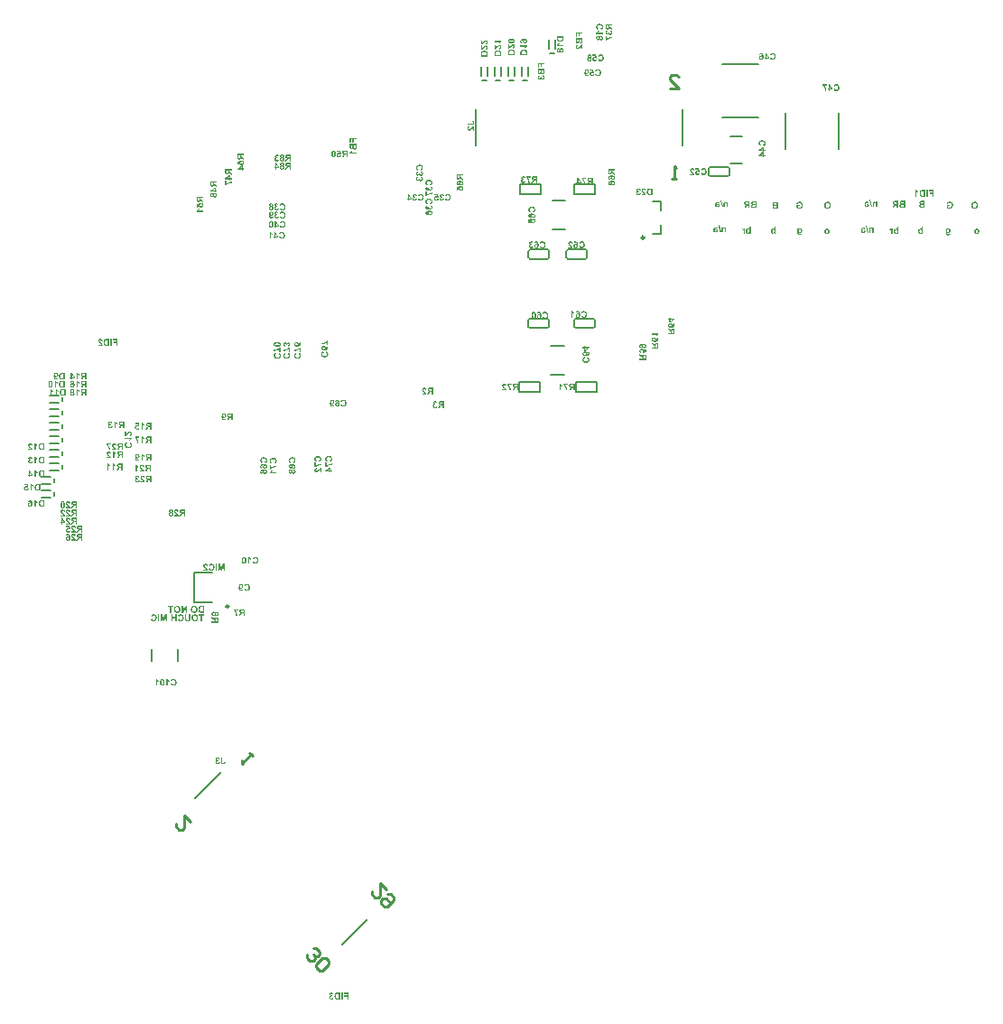
<source format=gbo>
G04*
G04 #@! TF.GenerationSoftware,Altium Limited,Altium Designer,24.1.2 (44)*
G04*
G04 Layer_Color=32896*
%FSLAX44Y44*%
%MOMM*%
G71*
G04*
G04 #@! TF.SameCoordinates,E650615F-92BB-4AA2-81C1-946A8B7DB211*
G04*
G04*
G04 #@! TF.FilePolarity,Positive*
G04*
G01*
G75*
%ADD10C,0.2500*%
%ADD11C,0.1524*%
%ADD13C,0.2000*%
%ADD16C,0.1300*%
%ADD17C,0.2540*%
G36*
X-367692Y-23744D02*
X-368890D01*
Y-19556D01*
X-371474Y-23744D01*
X-372768D01*
Y-17346D01*
X-371571D01*
Y-21632D01*
X-368945Y-17346D01*
X-367692D01*
Y-23744D01*
D02*
G37*
G36*
X-351790D02*
X-354346D01*
X-354471Y-23740D01*
X-354587Y-23730D01*
X-354698Y-23721D01*
X-354799Y-23712D01*
X-354897Y-23703D01*
X-354980Y-23689D01*
X-355058Y-23675D01*
X-355128Y-23666D01*
X-355188Y-23652D01*
X-355243Y-23642D01*
X-355285Y-23629D01*
X-355317Y-23624D01*
X-355345Y-23615D01*
X-355359Y-23610D01*
X-355363D01*
X-355470Y-23573D01*
X-355567Y-23536D01*
X-355659Y-23495D01*
X-355747Y-23453D01*
X-355826Y-23411D01*
X-355900Y-23370D01*
X-355969Y-23328D01*
X-356029Y-23287D01*
X-356085Y-23250D01*
X-356131Y-23213D01*
X-356172Y-23185D01*
X-356209Y-23157D01*
X-356232Y-23134D01*
X-356256Y-23115D01*
X-356265Y-23106D01*
X-356269Y-23102D01*
X-356353Y-23018D01*
X-356427Y-22926D01*
X-356496Y-22833D01*
X-356565Y-22741D01*
X-356625Y-22644D01*
X-356681Y-22552D01*
X-356732Y-22459D01*
X-356778Y-22371D01*
X-356820Y-22288D01*
X-356857Y-22214D01*
X-356884Y-22145D01*
X-356907Y-22085D01*
X-356931Y-22038D01*
X-356944Y-22001D01*
X-356949Y-21978D01*
X-356954Y-21969D01*
X-356991Y-21858D01*
X-357018Y-21747D01*
X-357069Y-21516D01*
X-357106Y-21290D01*
X-357116Y-21179D01*
X-357129Y-21077D01*
X-357134Y-20980D01*
X-357143Y-20892D01*
X-357148Y-20809D01*
Y-20744D01*
X-357152Y-20689D01*
Y-20647D01*
Y-20619D01*
Y-20610D01*
Y-20443D01*
X-357143Y-20286D01*
X-357134Y-20134D01*
X-357120Y-19995D01*
X-357102Y-19861D01*
X-357083Y-19736D01*
X-357065Y-19621D01*
X-357046Y-19514D01*
X-357028Y-19422D01*
X-357009Y-19339D01*
X-356991Y-19269D01*
X-356972Y-19209D01*
X-356958Y-19158D01*
X-356949Y-19126D01*
X-356944Y-19103D01*
X-356940Y-19098D01*
X-356898Y-18987D01*
X-356852Y-18876D01*
X-356806Y-18775D01*
X-356755Y-18678D01*
X-356704Y-18585D01*
X-356653Y-18502D01*
X-356607Y-18423D01*
X-356556Y-18349D01*
X-356510Y-18285D01*
X-356468Y-18229D01*
X-356431Y-18178D01*
X-356394Y-18137D01*
X-356367Y-18104D01*
X-356348Y-18081D01*
X-356334Y-18067D01*
X-356330Y-18063D01*
X-356251Y-17984D01*
X-356172Y-17915D01*
X-356089Y-17850D01*
X-356011Y-17790D01*
X-355927Y-17739D01*
X-355849Y-17688D01*
X-355770Y-17647D01*
X-355696Y-17605D01*
X-355627Y-17573D01*
X-355562Y-17545D01*
X-355507Y-17522D01*
X-355456Y-17503D01*
X-355419Y-17490D01*
X-355387Y-17480D01*
X-355368Y-17471D01*
X-355363D01*
X-355280Y-17448D01*
X-355192Y-17429D01*
X-355095Y-17411D01*
X-354998Y-17397D01*
X-354795Y-17379D01*
X-354698Y-17369D01*
X-354601Y-17360D01*
X-354508Y-17356D01*
X-354425Y-17351D01*
X-354346D01*
X-354277Y-17346D01*
X-351790D01*
Y-23744D01*
D02*
G37*
G36*
X-380636Y-18428D02*
X-382536D01*
Y-23744D01*
X-383826D01*
Y-18428D01*
X-385721D01*
Y-17346D01*
X-380636D01*
Y-18428D01*
D02*
G37*
G36*
X-360934Y-17245D02*
X-360795Y-17249D01*
X-360661Y-17263D01*
X-360532Y-17282D01*
X-360411Y-17300D01*
X-360296Y-17319D01*
X-360194Y-17342D01*
X-360097Y-17365D01*
X-360009Y-17392D01*
X-359931Y-17416D01*
X-359861Y-17434D01*
X-359806Y-17453D01*
X-359760Y-17471D01*
X-359727Y-17485D01*
X-359709Y-17490D01*
X-359700Y-17494D01*
X-359616Y-17531D01*
X-359533Y-17573D01*
X-359381Y-17665D01*
X-359237Y-17762D01*
X-359173Y-17809D01*
X-359113Y-17855D01*
X-359062Y-17896D01*
X-359011Y-17938D01*
X-358969Y-17975D01*
X-358932Y-18007D01*
X-358904Y-18035D01*
X-358886Y-18054D01*
X-358872Y-18067D01*
X-358867Y-18072D01*
X-358733Y-18220D01*
X-358618Y-18372D01*
X-358516Y-18520D01*
X-358433Y-18655D01*
X-358396Y-18719D01*
X-358364Y-18775D01*
X-358336Y-18826D01*
X-358317Y-18867D01*
X-358299Y-18904D01*
X-358285Y-18927D01*
X-358280Y-18946D01*
X-358276Y-18950D01*
X-358225Y-19080D01*
X-358179Y-19209D01*
X-358142Y-19348D01*
X-358109Y-19487D01*
X-358082Y-19621D01*
X-358054Y-19759D01*
X-358035Y-19889D01*
X-358022Y-20018D01*
X-358008Y-20134D01*
X-357998Y-20245D01*
X-357994Y-20342D01*
X-357989Y-20425D01*
X-357985Y-20494D01*
Y-20522D01*
Y-20545D01*
Y-20564D01*
Y-20578D01*
Y-20582D01*
Y-20587D01*
X-357989Y-20730D01*
X-357994Y-20864D01*
X-358022Y-21128D01*
X-358063Y-21377D01*
X-358114Y-21609D01*
X-358179Y-21821D01*
X-358253Y-22020D01*
X-358327Y-22200D01*
X-358405Y-22362D01*
X-358484Y-22505D01*
X-358521Y-22570D01*
X-358558Y-22630D01*
X-358595Y-22686D01*
X-358632Y-22736D01*
X-358664Y-22783D01*
X-358697Y-22824D01*
X-358724Y-22861D01*
X-358747Y-22894D01*
X-358770Y-22921D01*
X-358789Y-22945D01*
X-358807Y-22963D01*
X-358817Y-22977D01*
X-358826Y-22982D01*
Y-22986D01*
X-358904Y-23065D01*
X-358992Y-23139D01*
X-359076Y-23208D01*
X-359163Y-23273D01*
X-359348Y-23388D01*
X-359538Y-23490D01*
X-359727Y-23573D01*
X-359912Y-23642D01*
X-360097Y-23703D01*
X-360277Y-23744D01*
X-360444Y-23781D01*
X-360601Y-23809D01*
X-360670Y-23818D01*
X-360740Y-23827D01*
X-360800Y-23837D01*
X-360860Y-23841D01*
X-360911Y-23846D01*
X-360957Y-23851D01*
X-360999D01*
X-361031Y-23855D01*
X-361096D01*
X-361225Y-23851D01*
X-361355Y-23846D01*
X-361600Y-23818D01*
X-361826Y-23777D01*
X-362043Y-23716D01*
X-362242Y-23652D01*
X-362427Y-23578D01*
X-362598Y-23499D01*
X-362751Y-23416D01*
X-362885Y-23337D01*
X-363005Y-23259D01*
X-363111Y-23185D01*
X-363194Y-23115D01*
X-363231Y-23088D01*
X-363259Y-23060D01*
X-363287Y-23037D01*
X-363310Y-23018D01*
X-363324Y-23005D01*
X-363338Y-22991D01*
X-363342Y-22986D01*
X-363347Y-22982D01*
X-363426Y-22898D01*
X-363495Y-22810D01*
X-363564Y-22718D01*
X-363624Y-22626D01*
X-363740Y-22431D01*
X-363837Y-22233D01*
X-363920Y-22034D01*
X-363985Y-21830D01*
X-364040Y-21632D01*
X-364087Y-21442D01*
X-364124Y-21262D01*
X-364147Y-21095D01*
X-364161Y-21017D01*
X-364165Y-20943D01*
X-364174Y-20878D01*
X-364179Y-20813D01*
X-364184Y-20758D01*
X-364188Y-20707D01*
Y-20665D01*
X-364193Y-20628D01*
Y-20596D01*
Y-20578D01*
Y-20564D01*
Y-20559D01*
Y-20416D01*
X-364184Y-20273D01*
X-364156Y-20004D01*
X-364114Y-19755D01*
X-364059Y-19519D01*
X-363994Y-19302D01*
X-363925Y-19098D01*
X-363846Y-18918D01*
X-363768Y-18752D01*
X-363726Y-18678D01*
X-363689Y-18608D01*
X-363647Y-18539D01*
X-363610Y-18479D01*
X-363573Y-18423D01*
X-363541Y-18368D01*
X-363509Y-18322D01*
X-363476Y-18280D01*
X-363449Y-18243D01*
X-363421Y-18211D01*
X-363398Y-18183D01*
X-363379Y-18160D01*
X-363366Y-18141D01*
X-363352Y-18127D01*
X-363347Y-18123D01*
X-363342Y-18118D01*
X-363259Y-18040D01*
X-363176Y-17966D01*
X-363088Y-17892D01*
X-363000Y-17827D01*
X-362815Y-17711D01*
X-362631Y-17610D01*
X-362441Y-17527D01*
X-362251Y-17453D01*
X-362066Y-17397D01*
X-361891Y-17351D01*
X-361724Y-17314D01*
X-361572Y-17286D01*
X-361498Y-17277D01*
X-361433Y-17268D01*
X-361368Y-17258D01*
X-361313Y-17254D01*
X-361258Y-17249D01*
X-361211Y-17245D01*
X-361174D01*
X-361142Y-17240D01*
X-361077D01*
X-360934Y-17245D01*
D02*
G37*
G36*
X-376823D02*
X-376684Y-17249D01*
X-376550Y-17263D01*
X-376420Y-17282D01*
X-376300Y-17300D01*
X-376185Y-17319D01*
X-376083Y-17342D01*
X-375986Y-17365D01*
X-375898Y-17392D01*
X-375819Y-17416D01*
X-375750Y-17434D01*
X-375695Y-17453D01*
X-375648Y-17471D01*
X-375616Y-17485D01*
X-375597Y-17490D01*
X-375588Y-17494D01*
X-375505Y-17531D01*
X-375422Y-17573D01*
X-375269Y-17665D01*
X-375126Y-17762D01*
X-375061Y-17809D01*
X-375001Y-17855D01*
X-374950Y-17896D01*
X-374899Y-17938D01*
X-374858Y-17975D01*
X-374821Y-18007D01*
X-374793Y-18035D01*
X-374775Y-18054D01*
X-374761Y-18067D01*
X-374756Y-18072D01*
X-374622Y-18220D01*
X-374506Y-18372D01*
X-374405Y-18520D01*
X-374322Y-18655D01*
X-374285Y-18719D01*
X-374252Y-18775D01*
X-374224Y-18826D01*
X-374206Y-18867D01*
X-374188Y-18904D01*
X-374174Y-18927D01*
X-374169Y-18946D01*
X-374164Y-18950D01*
X-374114Y-19080D01*
X-374067Y-19209D01*
X-374030Y-19348D01*
X-373998Y-19487D01*
X-373970Y-19621D01*
X-373942Y-19759D01*
X-373924Y-19889D01*
X-373910Y-20018D01*
X-373896Y-20134D01*
X-373887Y-20245D01*
X-373882Y-20342D01*
X-373878Y-20425D01*
X-373873Y-20494D01*
Y-20522D01*
Y-20545D01*
Y-20564D01*
Y-20578D01*
Y-20582D01*
Y-20587D01*
X-373878Y-20730D01*
X-373882Y-20864D01*
X-373910Y-21128D01*
X-373952Y-21377D01*
X-374003Y-21609D01*
X-374067Y-21821D01*
X-374141Y-22020D01*
X-374215Y-22200D01*
X-374294Y-22362D01*
X-374372Y-22505D01*
X-374409Y-22570D01*
X-374446Y-22630D01*
X-374483Y-22686D01*
X-374520Y-22736D01*
X-374553Y-22783D01*
X-374585Y-22824D01*
X-374613Y-22861D01*
X-374636Y-22894D01*
X-374659Y-22921D01*
X-374678Y-22945D01*
X-374696Y-22963D01*
X-374705Y-22977D01*
X-374715Y-22982D01*
Y-22986D01*
X-374793Y-23065D01*
X-374881Y-23139D01*
X-374964Y-23208D01*
X-375052Y-23273D01*
X-375237Y-23388D01*
X-375426Y-23490D01*
X-375616Y-23573D01*
X-375801Y-23642D01*
X-375986Y-23703D01*
X-376166Y-23744D01*
X-376332Y-23781D01*
X-376490Y-23809D01*
X-376559Y-23818D01*
X-376628Y-23827D01*
X-376688Y-23837D01*
X-376749Y-23841D01*
X-376799Y-23846D01*
X-376846Y-23851D01*
X-376887D01*
X-376920Y-23855D01*
X-376984D01*
X-377114Y-23851D01*
X-377243Y-23846D01*
X-377488Y-23818D01*
X-377715Y-23777D01*
X-377932Y-23716D01*
X-378131Y-23652D01*
X-378316Y-23578D01*
X-378487Y-23499D01*
X-378639Y-23416D01*
X-378773Y-23337D01*
X-378894Y-23259D01*
X-379000Y-23185D01*
X-379083Y-23115D01*
X-379120Y-23088D01*
X-379148Y-23060D01*
X-379175Y-23037D01*
X-379199Y-23018D01*
X-379212Y-23005D01*
X-379226Y-22991D01*
X-379231Y-22986D01*
X-379236Y-22982D01*
X-379314Y-22898D01*
X-379384Y-22810D01*
X-379453Y-22718D01*
X-379513Y-22626D01*
X-379628Y-22431D01*
X-379726Y-22233D01*
X-379809Y-22034D01*
X-379874Y-21830D01*
X-379929Y-21632D01*
X-379975Y-21442D01*
X-380012Y-21262D01*
X-380035Y-21095D01*
X-380049Y-21017D01*
X-380054Y-20943D01*
X-380063Y-20878D01*
X-380068Y-20813D01*
X-380072Y-20758D01*
X-380077Y-20707D01*
Y-20665D01*
X-380081Y-20628D01*
Y-20596D01*
Y-20578D01*
Y-20564D01*
Y-20559D01*
Y-20416D01*
X-380072Y-20273D01*
X-380045Y-20004D01*
X-380003Y-19755D01*
X-379948Y-19519D01*
X-379883Y-19302D01*
X-379813Y-19098D01*
X-379735Y-18918D01*
X-379656Y-18752D01*
X-379615Y-18678D01*
X-379578Y-18608D01*
X-379536Y-18539D01*
X-379499Y-18479D01*
X-379462Y-18423D01*
X-379430Y-18368D01*
X-379397Y-18322D01*
X-379365Y-18280D01*
X-379337Y-18243D01*
X-379310Y-18211D01*
X-379286Y-18183D01*
X-379268Y-18160D01*
X-379254Y-18141D01*
X-379240Y-18127D01*
X-379236Y-18123D01*
X-379231Y-18118D01*
X-379148Y-18040D01*
X-379064Y-17966D01*
X-378977Y-17892D01*
X-378889Y-17827D01*
X-378704Y-17711D01*
X-378519Y-17610D01*
X-378330Y-17527D01*
X-378140Y-17453D01*
X-377955Y-17397D01*
X-377779Y-17351D01*
X-377613Y-17314D01*
X-377460Y-17286D01*
X-377386Y-17277D01*
X-377322Y-17268D01*
X-377257Y-17258D01*
X-377201Y-17254D01*
X-377146Y-17249D01*
X-377100Y-17245D01*
X-377063D01*
X-377030Y-17240D01*
X-376966D01*
X-376823Y-17245D01*
D02*
G37*
G36*
X-377567Y-31639D02*
X-378857D01*
Y-28842D01*
X-381390D01*
Y-31639D01*
X-382679D01*
Y-25241D01*
X-381390D01*
Y-27761D01*
X-378857D01*
Y-25241D01*
X-377567D01*
Y-31639D01*
D02*
G37*
G36*
X-386479D02*
X-387677D01*
Y-26605D01*
X-388939Y-31639D01*
X-390182D01*
X-391449Y-26605D01*
X-391454Y-31639D01*
X-392651D01*
Y-25241D01*
X-390709D01*
X-389567Y-29610D01*
X-388412Y-25241D01*
X-386479D01*
Y-31639D01*
D02*
G37*
G36*
X-364646Y-28657D02*
Y-28851D01*
X-364651Y-29036D01*
X-364660Y-29207D01*
X-364664Y-29365D01*
X-364674Y-29508D01*
X-364688Y-29642D01*
X-364697Y-29762D01*
X-364711Y-29869D01*
X-364720Y-29966D01*
X-364729Y-30049D01*
X-364743Y-30118D01*
X-364752Y-30178D01*
X-364762Y-30220D01*
X-364766Y-30252D01*
X-364771Y-30275D01*
Y-30280D01*
X-364812Y-30419D01*
X-364863Y-30548D01*
X-364923Y-30668D01*
X-364983Y-30775D01*
X-365011Y-30821D01*
X-365039Y-30867D01*
X-365067Y-30904D01*
X-365090Y-30932D01*
X-365104Y-30959D01*
X-365117Y-30978D01*
X-365127Y-30987D01*
X-365131Y-30992D01*
X-365242Y-31112D01*
X-365367Y-31218D01*
X-365492Y-31316D01*
X-365612Y-31394D01*
X-365668Y-31426D01*
X-365718Y-31459D01*
X-365765Y-31482D01*
X-365802Y-31505D01*
X-365834Y-31519D01*
X-365862Y-31533D01*
X-365876Y-31537D01*
X-365880Y-31542D01*
X-365973Y-31579D01*
X-366074Y-31611D01*
X-366185Y-31639D01*
X-366296Y-31662D01*
X-366527Y-31699D01*
X-366643Y-31713D01*
X-366754Y-31722D01*
X-366860Y-31732D01*
X-366957Y-31741D01*
X-367045Y-31745D01*
X-367119D01*
X-367184Y-31750D01*
X-367272D01*
X-367410Y-31745D01*
X-367545Y-31741D01*
X-367665Y-31732D01*
X-367785Y-31718D01*
X-367891Y-31704D01*
X-367993Y-31690D01*
X-368085Y-31671D01*
X-368173Y-31653D01*
X-368247Y-31634D01*
X-368312Y-31616D01*
X-368367Y-31602D01*
X-368418Y-31588D01*
X-368455Y-31574D01*
X-368478Y-31565D01*
X-368497Y-31556D01*
X-368501D01*
X-368589Y-31519D01*
X-368668Y-31477D01*
X-368746Y-31436D01*
X-368816Y-31394D01*
X-368885Y-31348D01*
X-368945Y-31306D01*
X-369001Y-31265D01*
X-369052Y-31223D01*
X-369098Y-31186D01*
X-369139Y-31149D01*
X-369172Y-31117D01*
X-369199Y-31094D01*
X-369223Y-31070D01*
X-369236Y-31052D01*
X-369246Y-31043D01*
X-369250Y-31038D01*
X-369347Y-30909D01*
X-369431Y-30775D01*
X-369495Y-30640D01*
X-369551Y-30511D01*
X-369574Y-30456D01*
X-369592Y-30400D01*
X-369606Y-30354D01*
X-369616Y-30312D01*
X-369629Y-30280D01*
X-369634Y-30257D01*
X-369639Y-30238D01*
Y-30234D01*
X-369657Y-30137D01*
X-369676Y-30026D01*
X-369689Y-29906D01*
X-369699Y-29781D01*
X-369713Y-29647D01*
X-369717Y-29508D01*
X-369726Y-29374D01*
X-369731Y-29240D01*
X-369736Y-29115D01*
X-369740Y-28995D01*
Y-28888D01*
X-369745Y-28791D01*
Y-28754D01*
Y-28717D01*
Y-28685D01*
Y-28657D01*
Y-28634D01*
Y-28620D01*
Y-28611D01*
Y-28607D01*
Y-25241D01*
X-368455D01*
Y-28782D01*
Y-28921D01*
X-368451Y-29046D01*
Y-29166D01*
X-368446Y-29272D01*
X-368441Y-29374D01*
X-368437Y-29462D01*
X-368432Y-29540D01*
X-368428Y-29614D01*
X-368418Y-29674D01*
X-368414Y-29730D01*
X-368409Y-29771D01*
X-368404Y-29808D01*
X-368400Y-29836D01*
Y-29859D01*
X-368395Y-29869D01*
Y-29873D01*
X-368381Y-29933D01*
X-368363Y-29989D01*
X-368321Y-30095D01*
X-368266Y-30187D01*
X-368206Y-30271D01*
X-368150Y-30335D01*
X-368104Y-30382D01*
X-368085Y-30400D01*
X-368072Y-30414D01*
X-368062Y-30419D01*
X-368058Y-30423D01*
X-368002Y-30460D01*
X-367942Y-30497D01*
X-367813Y-30553D01*
X-367674Y-30590D01*
X-367540Y-30617D01*
X-367475Y-30627D01*
X-367420Y-30631D01*
X-367364Y-30640D01*
X-367323D01*
X-367281Y-30645D01*
X-367230D01*
X-367133Y-30640D01*
X-367036Y-30636D01*
X-366953Y-30622D01*
X-366870Y-30608D01*
X-366791Y-30590D01*
X-366722Y-30571D01*
X-366657Y-30548D01*
X-366601Y-30525D01*
X-366546Y-30506D01*
X-366504Y-30483D01*
X-366463Y-30465D01*
X-366430Y-30446D01*
X-366407Y-30433D01*
X-366389Y-30419D01*
X-366380Y-30414D01*
X-366375Y-30409D01*
X-366320Y-30363D01*
X-366269Y-30312D01*
X-366222Y-30261D01*
X-366181Y-30211D01*
X-366116Y-30109D01*
X-366061Y-30007D01*
X-366024Y-29919D01*
X-366010Y-29878D01*
X-366001Y-29845D01*
X-365991Y-29818D01*
X-365987Y-29799D01*
X-365982Y-29785D01*
Y-29781D01*
X-365973Y-29730D01*
X-365968Y-29665D01*
X-365959Y-29591D01*
X-365954Y-29508D01*
X-365950Y-29425D01*
X-365945Y-29332D01*
X-365940Y-29152D01*
Y-29064D01*
Y-28981D01*
X-365936Y-28907D01*
Y-28842D01*
Y-28787D01*
Y-28745D01*
Y-28717D01*
Y-28708D01*
Y-25241D01*
X-364646D01*
Y-28657D01*
D02*
G37*
G36*
X-373748Y-25139D02*
X-373628Y-25144D01*
X-373392Y-25172D01*
X-373175Y-25218D01*
X-372967Y-25273D01*
X-372773Y-25338D01*
X-372597Y-25417D01*
X-372431Y-25495D01*
X-372283Y-25579D01*
X-372153Y-25662D01*
X-372038Y-25740D01*
X-371936Y-25814D01*
X-371853Y-25884D01*
X-371788Y-25939D01*
X-371742Y-25985D01*
X-371728Y-25999D01*
X-371714Y-26013D01*
X-371710Y-26018D01*
X-371705Y-26022D01*
X-371631Y-26106D01*
X-371562Y-26193D01*
X-371432Y-26383D01*
X-371326Y-26577D01*
X-371229Y-26781D01*
X-371150Y-26988D01*
X-371081Y-27192D01*
X-371030Y-27395D01*
X-370984Y-27594D01*
X-370951Y-27779D01*
X-370924Y-27950D01*
X-370914Y-28029D01*
X-370905Y-28103D01*
X-370901Y-28172D01*
X-370896Y-28237D01*
X-370891Y-28297D01*
X-370887Y-28348D01*
Y-28394D01*
X-370882Y-28431D01*
Y-28459D01*
Y-28482D01*
Y-28496D01*
Y-28500D01*
X-370887Y-28639D01*
X-370891Y-28777D01*
X-370919Y-29036D01*
X-370956Y-29281D01*
X-371012Y-29508D01*
X-371072Y-29721D01*
X-371141Y-29919D01*
X-371215Y-30095D01*
X-371294Y-30257D01*
X-371368Y-30400D01*
X-371441Y-30525D01*
X-371479Y-30580D01*
X-371511Y-30631D01*
X-371543Y-30677D01*
X-371571Y-30719D01*
X-371599Y-30756D01*
X-371626Y-30789D01*
X-371645Y-30816D01*
X-371663Y-30839D01*
X-371682Y-30858D01*
X-371691Y-30872D01*
X-371700Y-30876D01*
Y-30881D01*
X-371779Y-30959D01*
X-371858Y-31033D01*
X-371941Y-31103D01*
X-372024Y-31168D01*
X-372200Y-31283D01*
X-372371Y-31385D01*
X-372551Y-31468D01*
X-372722Y-31537D01*
X-372893Y-31597D01*
X-373055Y-31639D01*
X-373207Y-31676D01*
X-373346Y-31704D01*
X-373476Y-31722D01*
X-373531Y-31732D01*
X-373582Y-31736D01*
X-373628Y-31741D01*
X-373670Y-31745D01*
X-373707D01*
X-373739Y-31750D01*
X-373795D01*
X-373984Y-31745D01*
X-374164Y-31727D01*
X-374335Y-31704D01*
X-374493Y-31671D01*
X-374645Y-31630D01*
X-374784Y-31588D01*
X-374913Y-31542D01*
X-375029Y-31496D01*
X-375135Y-31449D01*
X-375228Y-31403D01*
X-375306Y-31357D01*
X-375371Y-31320D01*
X-375422Y-31288D01*
X-375459Y-31265D01*
X-375482Y-31246D01*
X-375491Y-31242D01*
X-375611Y-31140D01*
X-375727Y-31029D01*
X-375829Y-30909D01*
X-375926Y-30784D01*
X-376013Y-30654D01*
X-376092Y-30525D01*
X-376161Y-30396D01*
X-376222Y-30271D01*
X-376277Y-30155D01*
X-376323Y-30044D01*
X-376365Y-29943D01*
X-376397Y-29855D01*
X-376420Y-29785D01*
X-376429Y-29753D01*
X-376439Y-29730D01*
X-376443Y-29711D01*
X-376448Y-29697D01*
X-376453Y-29688D01*
Y-29684D01*
X-375200Y-29286D01*
X-375168Y-29416D01*
X-375131Y-29536D01*
X-375089Y-29642D01*
X-375047Y-29748D01*
X-375006Y-29841D01*
X-374959Y-29924D01*
X-374913Y-30003D01*
X-374872Y-30067D01*
X-374830Y-30127D01*
X-374793Y-30178D01*
X-374756Y-30224D01*
X-374724Y-30257D01*
X-374701Y-30285D01*
X-374682Y-30308D01*
X-374668Y-30317D01*
X-374664Y-30322D01*
X-374594Y-30377D01*
X-374520Y-30428D01*
X-374446Y-30470D01*
X-374368Y-30506D01*
X-374294Y-30539D01*
X-374220Y-30567D01*
X-374151Y-30590D01*
X-374086Y-30603D01*
X-374021Y-30617D01*
X-373961Y-30627D01*
X-373910Y-30636D01*
X-373868Y-30640D01*
X-373831Y-30645D01*
X-373781D01*
X-373651Y-30640D01*
X-373531Y-30622D01*
X-373415Y-30599D01*
X-373309Y-30567D01*
X-373207Y-30525D01*
X-373115Y-30483D01*
X-373032Y-30437D01*
X-372953Y-30386D01*
X-372884Y-30340D01*
X-372824Y-30294D01*
X-372768Y-30252D01*
X-372727Y-30211D01*
X-372694Y-30178D01*
X-372667Y-30155D01*
X-372653Y-30137D01*
X-372648Y-30132D01*
X-372570Y-30026D01*
X-372505Y-29910D01*
X-372445Y-29781D01*
X-372398Y-29647D01*
X-372357Y-29503D01*
X-372320Y-29360D01*
X-372292Y-29217D01*
X-372269Y-29078D01*
X-372251Y-28944D01*
X-372237Y-28819D01*
X-372227Y-28704D01*
X-372223Y-28607D01*
X-372218Y-28560D01*
Y-28523D01*
X-372214Y-28491D01*
Y-28459D01*
Y-28440D01*
Y-28422D01*
Y-28412D01*
Y-28408D01*
X-372218Y-28200D01*
X-372232Y-28005D01*
X-372255Y-27830D01*
X-372283Y-27663D01*
X-372315Y-27515D01*
X-372352Y-27381D01*
X-372394Y-27257D01*
X-372435Y-27150D01*
X-372472Y-27053D01*
X-372514Y-26975D01*
X-372551Y-26905D01*
X-372583Y-26850D01*
X-372611Y-26808D01*
X-372634Y-26776D01*
X-372648Y-26757D01*
X-372653Y-26753D01*
X-372741Y-26660D01*
X-372828Y-26582D01*
X-372925Y-26517D01*
X-373018Y-26457D01*
X-373115Y-26406D01*
X-373212Y-26364D01*
X-373304Y-26332D01*
X-373397Y-26304D01*
X-373480Y-26281D01*
X-373559Y-26267D01*
X-373628Y-26253D01*
X-373688Y-26249D01*
X-373734Y-26244D01*
X-373771Y-26240D01*
X-373804D01*
X-373901Y-26244D01*
X-373989Y-26253D01*
X-374076Y-26267D01*
X-374160Y-26286D01*
X-374234Y-26309D01*
X-374308Y-26332D01*
X-374372Y-26360D01*
X-374437Y-26383D01*
X-374488Y-26411D01*
X-374539Y-26438D01*
X-374580Y-26462D01*
X-374613Y-26485D01*
X-374641Y-26503D01*
X-374664Y-26517D01*
X-374673Y-26526D01*
X-374678Y-26531D01*
X-374742Y-26586D01*
X-374802Y-26646D01*
X-374858Y-26711D01*
X-374904Y-26776D01*
X-374946Y-26841D01*
X-374987Y-26905D01*
X-375052Y-27030D01*
X-375075Y-27086D01*
X-375098Y-27141D01*
X-375117Y-27187D01*
X-375131Y-27229D01*
X-375140Y-27266D01*
X-375149Y-27289D01*
X-375154Y-27308D01*
Y-27312D01*
X-376434Y-27007D01*
X-376393Y-26868D01*
X-376342Y-26734D01*
X-376291Y-26614D01*
X-376240Y-26498D01*
X-376185Y-26397D01*
X-376129Y-26300D01*
X-376074Y-26212D01*
X-376023Y-26133D01*
X-375972Y-26064D01*
X-375926Y-26004D01*
X-375884Y-25948D01*
X-375847Y-25907D01*
X-375819Y-25874D01*
X-375796Y-25851D01*
X-375782Y-25837D01*
X-375778Y-25833D01*
X-375634Y-25708D01*
X-375486Y-25602D01*
X-375329Y-25509D01*
X-375172Y-25431D01*
X-375010Y-25361D01*
X-374853Y-25306D01*
X-374696Y-25260D01*
X-374548Y-25223D01*
X-374409Y-25195D01*
X-374280Y-25172D01*
X-374169Y-25158D01*
X-374067Y-25144D01*
X-374026D01*
X-373984Y-25139D01*
X-373952D01*
X-373924Y-25135D01*
X-373873D01*
X-373748Y-25139D01*
D02*
G37*
G36*
X-399063D02*
X-398943Y-25144D01*
X-398707Y-25172D01*
X-398489Y-25218D01*
X-398282Y-25273D01*
X-398087Y-25338D01*
X-397912Y-25417D01*
X-397745Y-25495D01*
X-397597Y-25579D01*
X-397468Y-25662D01*
X-397352Y-25740D01*
X-397251Y-25814D01*
X-397167Y-25884D01*
X-397103Y-25939D01*
X-397057Y-25985D01*
X-397043Y-25999D01*
X-397029Y-26013D01*
X-397024Y-26018D01*
X-397020Y-26022D01*
X-396945Y-26106D01*
X-396876Y-26193D01*
X-396747Y-26383D01*
X-396640Y-26577D01*
X-396543Y-26781D01*
X-396465Y-26988D01*
X-396395Y-27192D01*
X-396344Y-27395D01*
X-396298Y-27594D01*
X-396266Y-27779D01*
X-396238Y-27950D01*
X-396229Y-28029D01*
X-396220Y-28103D01*
X-396215Y-28172D01*
X-396211Y-28237D01*
X-396206Y-28297D01*
X-396201Y-28348D01*
Y-28394D01*
X-396197Y-28431D01*
Y-28459D01*
Y-28482D01*
Y-28496D01*
Y-28500D01*
X-396201Y-28639D01*
X-396206Y-28777D01*
X-396234Y-29036D01*
X-396271Y-29281D01*
X-396326Y-29508D01*
X-396386Y-29721D01*
X-396455Y-29919D01*
X-396530Y-30095D01*
X-396608Y-30257D01*
X-396682Y-30400D01*
X-396756Y-30525D01*
X-396793Y-30580D01*
X-396825Y-30631D01*
X-396858Y-30677D01*
X-396885Y-30719D01*
X-396913Y-30756D01*
X-396941Y-30789D01*
X-396959Y-30816D01*
X-396978Y-30839D01*
X-396996Y-30858D01*
X-397006Y-30872D01*
X-397015Y-30876D01*
Y-30881D01*
X-397093Y-30959D01*
X-397172Y-31033D01*
X-397255Y-31103D01*
X-397338Y-31168D01*
X-397514Y-31283D01*
X-397685Y-31385D01*
X-397865Y-31468D01*
X-398036Y-31537D01*
X-398208Y-31597D01*
X-398369Y-31639D01*
X-398522Y-31676D01*
X-398661Y-31704D01*
X-398790Y-31722D01*
X-398845Y-31732D01*
X-398896Y-31736D01*
X-398943Y-31741D01*
X-398984Y-31745D01*
X-399021D01*
X-399053Y-31750D01*
X-399109D01*
X-399299Y-31745D01*
X-399479Y-31727D01*
X-399650Y-31704D01*
X-399807Y-31671D01*
X-399960Y-31630D01*
X-400098Y-31588D01*
X-400228Y-31542D01*
X-400343Y-31496D01*
X-400450Y-31449D01*
X-400542Y-31403D01*
X-400621Y-31357D01*
X-400685Y-31320D01*
X-400736Y-31288D01*
X-400773Y-31265D01*
X-400796Y-31246D01*
X-400806Y-31242D01*
X-400926Y-31140D01*
X-401041Y-31029D01*
X-401143Y-30909D01*
X-401240Y-30784D01*
X-401328Y-30654D01*
X-401407Y-30525D01*
X-401476Y-30396D01*
X-401536Y-30271D01*
X-401591Y-30155D01*
X-401638Y-30044D01*
X-401679Y-29943D01*
X-401712Y-29855D01*
X-401735Y-29785D01*
X-401744Y-29753D01*
X-401753Y-29730D01*
X-401758Y-29711D01*
X-401763Y-29697D01*
X-401767Y-29688D01*
Y-29684D01*
X-400514Y-29286D01*
X-400482Y-29416D01*
X-400445Y-29536D01*
X-400403Y-29642D01*
X-400362Y-29748D01*
X-400320Y-29841D01*
X-400274Y-29924D01*
X-400228Y-30003D01*
X-400186Y-30067D01*
X-400145Y-30127D01*
X-400107Y-30178D01*
X-400070Y-30224D01*
X-400038Y-30257D01*
X-400015Y-30285D01*
X-399997Y-30308D01*
X-399983Y-30317D01*
X-399978Y-30322D01*
X-399909Y-30377D01*
X-399835Y-30428D01*
X-399761Y-30470D01*
X-399682Y-30506D01*
X-399608Y-30539D01*
X-399534Y-30567D01*
X-399465Y-30590D01*
X-399400Y-30603D01*
X-399336Y-30617D01*
X-399275Y-30627D01*
X-399225Y-30636D01*
X-399183Y-30640D01*
X-399146Y-30645D01*
X-399095D01*
X-398966Y-30640D01*
X-398845Y-30622D01*
X-398730Y-30599D01*
X-398624Y-30567D01*
X-398522Y-30525D01*
X-398429Y-30483D01*
X-398346Y-30437D01*
X-398268Y-30386D01*
X-398198Y-30340D01*
X-398138Y-30294D01*
X-398083Y-30252D01*
X-398041Y-30211D01*
X-398009Y-30178D01*
X-397981Y-30155D01*
X-397967Y-30137D01*
X-397962Y-30132D01*
X-397884Y-30026D01*
X-397819Y-29910D01*
X-397759Y-29781D01*
X-397713Y-29647D01*
X-397671Y-29503D01*
X-397634Y-29360D01*
X-397607Y-29217D01*
X-397584Y-29078D01*
X-397565Y-28944D01*
X-397551Y-28819D01*
X-397542Y-28704D01*
X-397537Y-28607D01*
X-397533Y-28560D01*
Y-28523D01*
X-397528Y-28491D01*
Y-28459D01*
Y-28440D01*
Y-28422D01*
Y-28412D01*
Y-28408D01*
X-397533Y-28200D01*
X-397547Y-28005D01*
X-397570Y-27830D01*
X-397597Y-27663D01*
X-397630Y-27515D01*
X-397667Y-27381D01*
X-397708Y-27257D01*
X-397750Y-27150D01*
X-397787Y-27053D01*
X-397828Y-26975D01*
X-397865Y-26905D01*
X-397898Y-26850D01*
X-397925Y-26808D01*
X-397949Y-26776D01*
X-397962Y-26757D01*
X-397967Y-26753D01*
X-398055Y-26660D01*
X-398143Y-26582D01*
X-398240Y-26517D01*
X-398332Y-26457D01*
X-398429Y-26406D01*
X-398526Y-26364D01*
X-398619Y-26332D01*
X-398711Y-26304D01*
X-398795Y-26281D01*
X-398873Y-26267D01*
X-398943Y-26253D01*
X-399003Y-26249D01*
X-399049Y-26244D01*
X-399086Y-26240D01*
X-399118D01*
X-399215Y-26244D01*
X-399303Y-26253D01*
X-399391Y-26267D01*
X-399474Y-26286D01*
X-399548Y-26309D01*
X-399622Y-26332D01*
X-399687Y-26360D01*
X-399752Y-26383D01*
X-399802Y-26411D01*
X-399853Y-26438D01*
X-399895Y-26462D01*
X-399927Y-26485D01*
X-399955Y-26503D01*
X-399978Y-26517D01*
X-399987Y-26526D01*
X-399992Y-26531D01*
X-400057Y-26586D01*
X-400117Y-26646D01*
X-400172Y-26711D01*
X-400219Y-26776D01*
X-400260Y-26841D01*
X-400302Y-26905D01*
X-400366Y-27030D01*
X-400390Y-27086D01*
X-400413Y-27141D01*
X-400431Y-27187D01*
X-400445Y-27229D01*
X-400454Y-27266D01*
X-400463Y-27289D01*
X-400468Y-27308D01*
Y-27312D01*
X-401749Y-27007D01*
X-401707Y-26868D01*
X-401656Y-26734D01*
X-401605Y-26614D01*
X-401554Y-26498D01*
X-401499Y-26397D01*
X-401443Y-26300D01*
X-401388Y-26212D01*
X-401337Y-26133D01*
X-401286Y-26064D01*
X-401240Y-26004D01*
X-401199Y-25948D01*
X-401161Y-25907D01*
X-401134Y-25874D01*
X-401111Y-25851D01*
X-401097Y-25837D01*
X-401092Y-25833D01*
X-400949Y-25708D01*
X-400801Y-25602D01*
X-400644Y-25509D01*
X-400487Y-25431D01*
X-400325Y-25361D01*
X-400168Y-25306D01*
X-400010Y-25260D01*
X-399863Y-25223D01*
X-399724Y-25195D01*
X-399594Y-25172D01*
X-399483Y-25158D01*
X-399382Y-25144D01*
X-399340D01*
X-399299Y-25139D01*
X-399266D01*
X-399238Y-25135D01*
X-399188D01*
X-399063Y-25139D01*
D02*
G37*
G36*
X-351790Y-26323D02*
X-353690D01*
Y-31639D01*
X-354980D01*
Y-26323D01*
X-356875D01*
Y-25241D01*
X-351790D01*
Y-26323D01*
D02*
G37*
G36*
X-393899Y-31639D02*
X-395189D01*
Y-25241D01*
X-393899D01*
Y-31639D01*
D02*
G37*
G36*
X-360388Y-25139D02*
X-360250Y-25144D01*
X-360116Y-25158D01*
X-359986Y-25176D01*
X-359866Y-25195D01*
X-359751Y-25213D01*
X-359649Y-25236D01*
X-359552Y-25260D01*
X-359464Y-25287D01*
X-359385Y-25310D01*
X-359316Y-25329D01*
X-359260Y-25347D01*
X-359214Y-25366D01*
X-359182Y-25380D01*
X-359163Y-25384D01*
X-359154Y-25389D01*
X-359071Y-25426D01*
X-358988Y-25468D01*
X-358835Y-25560D01*
X-358692Y-25657D01*
X-358627Y-25703D01*
X-358567Y-25750D01*
X-358516Y-25791D01*
X-358465Y-25833D01*
X-358424Y-25870D01*
X-358387Y-25902D01*
X-358359Y-25930D01*
X-358340Y-25948D01*
X-358327Y-25962D01*
X-358322Y-25967D01*
X-358188Y-26115D01*
X-358072Y-26267D01*
X-357971Y-26415D01*
X-357887Y-26549D01*
X-357850Y-26614D01*
X-357818Y-26669D01*
X-357790Y-26720D01*
X-357772Y-26762D01*
X-357753Y-26799D01*
X-357739Y-26822D01*
X-357735Y-26841D01*
X-357730Y-26845D01*
X-357679Y-26975D01*
X-357633Y-27104D01*
X-357596Y-27243D01*
X-357564Y-27381D01*
X-357536Y-27515D01*
X-357508Y-27654D01*
X-357490Y-27784D01*
X-357476Y-27913D01*
X-357462Y-28029D01*
X-357453Y-28140D01*
X-357448Y-28237D01*
X-357444Y-28320D01*
X-357439Y-28389D01*
Y-28417D01*
Y-28440D01*
Y-28459D01*
Y-28472D01*
Y-28477D01*
Y-28482D01*
X-357444Y-28625D01*
X-357448Y-28759D01*
X-357476Y-29023D01*
X-357518Y-29272D01*
X-357569Y-29503D01*
X-357633Y-29716D01*
X-357707Y-29915D01*
X-357781Y-30095D01*
X-357860Y-30257D01*
X-357938Y-30400D01*
X-357975Y-30465D01*
X-358012Y-30525D01*
X-358049Y-30580D01*
X-358086Y-30631D01*
X-358119Y-30677D01*
X-358151Y-30719D01*
X-358179Y-30756D01*
X-358202Y-30789D01*
X-358225Y-30816D01*
X-358243Y-30839D01*
X-358262Y-30858D01*
X-358271Y-30872D01*
X-358280Y-30876D01*
Y-30881D01*
X-358359Y-30959D01*
X-358447Y-31033D01*
X-358530Y-31103D01*
X-358618Y-31168D01*
X-358803Y-31283D01*
X-358992Y-31385D01*
X-359182Y-31468D01*
X-359367Y-31537D01*
X-359552Y-31597D01*
X-359732Y-31639D01*
X-359898Y-31676D01*
X-360056Y-31704D01*
X-360125Y-31713D01*
X-360194Y-31722D01*
X-360254Y-31732D01*
X-360314Y-31736D01*
X-360365Y-31741D01*
X-360411Y-31745D01*
X-360453D01*
X-360485Y-31750D01*
X-360550D01*
X-360680Y-31745D01*
X-360809Y-31741D01*
X-361054Y-31713D01*
X-361281Y-31671D01*
X-361498Y-31611D01*
X-361697Y-31547D01*
X-361882Y-31473D01*
X-362053Y-31394D01*
X-362205Y-31311D01*
X-362339Y-31232D01*
X-362459Y-31154D01*
X-362566Y-31080D01*
X-362649Y-31010D01*
X-362686Y-30983D01*
X-362714Y-30955D01*
X-362741Y-30932D01*
X-362765Y-30913D01*
X-362778Y-30899D01*
X-362792Y-30886D01*
X-362797Y-30881D01*
X-362802Y-30876D01*
X-362880Y-30793D01*
X-362949Y-30705D01*
X-363019Y-30613D01*
X-363079Y-30520D01*
X-363194Y-30326D01*
X-363292Y-30127D01*
X-363375Y-29929D01*
X-363439Y-29725D01*
X-363495Y-29526D01*
X-363541Y-29337D01*
X-363578Y-29157D01*
X-363601Y-28990D01*
X-363615Y-28912D01*
X-363620Y-28838D01*
X-363629Y-28773D01*
X-363634Y-28708D01*
X-363638Y-28653D01*
X-363643Y-28602D01*
Y-28560D01*
X-363647Y-28523D01*
Y-28491D01*
Y-28472D01*
Y-28459D01*
Y-28454D01*
Y-28311D01*
X-363638Y-28167D01*
X-363610Y-27899D01*
X-363569Y-27650D01*
X-363513Y-27414D01*
X-363449Y-27197D01*
X-363379Y-26993D01*
X-363301Y-26813D01*
X-363222Y-26646D01*
X-363181Y-26572D01*
X-363144Y-26503D01*
X-363102Y-26434D01*
X-363065Y-26374D01*
X-363028Y-26318D01*
X-362996Y-26263D01*
X-362963Y-26216D01*
X-362931Y-26175D01*
X-362903Y-26138D01*
X-362876Y-26106D01*
X-362852Y-26078D01*
X-362834Y-26055D01*
X-362820Y-26036D01*
X-362806Y-26022D01*
X-362802Y-26018D01*
X-362797Y-26013D01*
X-362714Y-25935D01*
X-362631Y-25861D01*
X-362543Y-25787D01*
X-362455Y-25722D01*
X-362270Y-25606D01*
X-362085Y-25505D01*
X-361895Y-25421D01*
X-361706Y-25347D01*
X-361521Y-25292D01*
X-361345Y-25246D01*
X-361179Y-25209D01*
X-361026Y-25181D01*
X-360952Y-25172D01*
X-360888Y-25162D01*
X-360823Y-25153D01*
X-360768Y-25149D01*
X-360712Y-25144D01*
X-360666Y-25139D01*
X-360629D01*
X-360596Y-25135D01*
X-360532D01*
X-360388Y-25139D01*
D02*
G37*
G36*
X269798Y361715D02*
X269951Y361705D01*
X270094Y361687D01*
X270228Y361669D01*
X270349Y361645D01*
X270464Y361618D01*
X270566Y361585D01*
X270654Y361558D01*
X270737Y361525D01*
X270806Y361493D01*
X270866Y361465D01*
X270912Y361442D01*
X270949Y361423D01*
X270977Y361405D01*
X270996Y361396D01*
X271000Y361391D01*
X271084Y361326D01*
X271157Y361257D01*
X271231Y361178D01*
X271292Y361100D01*
X271352Y361017D01*
X271403Y360933D01*
X271453Y360855D01*
X271495Y360772D01*
X271527Y360698D01*
X271560Y360628D01*
X271588Y360564D01*
X271606Y360508D01*
X271625Y360462D01*
X271634Y360425D01*
X271638Y360406D01*
X271643Y360397D01*
X270529Y360198D01*
X270483Y360309D01*
X270436Y360406D01*
X270385Y360485D01*
X270339Y360545D01*
X270302Y360591D01*
X270265Y360628D01*
X270247Y360647D01*
X270238Y360652D01*
X270164Y360693D01*
X270080Y360725D01*
X269993Y360748D01*
X269909Y360767D01*
X269840Y360776D01*
X269808D01*
X269780Y360781D01*
X269637D01*
X269558Y360776D01*
X269484Y360767D01*
X269415Y360758D01*
X269355Y360744D01*
X269304Y360735D01*
X269253Y360721D01*
X269211Y360707D01*
X269174Y360688D01*
X269147Y360675D01*
X269119Y360665D01*
X269100Y360652D01*
X269082Y360642D01*
X269073Y360633D01*
X269063Y360628D01*
X269031Y360596D01*
X269003Y360564D01*
X268962Y360485D01*
X268929Y360402D01*
X268911Y360319D01*
X268897Y360245D01*
X268892Y360212D01*
Y360180D01*
X268888Y360157D01*
Y360138D01*
Y360129D01*
Y360125D01*
Y360004D01*
X268957Y359977D01*
X269036Y359949D01*
X269123Y359921D01*
X269216Y359898D01*
X269410Y359847D01*
X269609Y359796D01*
X269701Y359778D01*
X269789Y359759D01*
X269872Y359741D01*
X269942Y359727D01*
X269997Y359713D01*
X270044Y359708D01*
X270071Y359699D01*
X270080D01*
X270196Y359676D01*
X270307Y359653D01*
X270409Y359630D01*
X270501Y359602D01*
X270589Y359579D01*
X270667Y359556D01*
X270742Y359533D01*
X270806Y359510D01*
X270866Y359491D01*
X270917Y359473D01*
X270959Y359454D01*
X270991Y359440D01*
X271019Y359431D01*
X271042Y359422D01*
X271051Y359412D01*
X271056D01*
X271176Y359348D01*
X271282Y359269D01*
X271370Y359191D01*
X271444Y359117D01*
X271504Y359047D01*
X271546Y358992D01*
X271564Y358969D01*
X271574Y358955D01*
X271578Y358946D01*
X271583Y358941D01*
X271643Y358825D01*
X271689Y358705D01*
X271721Y358585D01*
X271745Y358479D01*
X271754Y358428D01*
X271758Y358382D01*
X271763Y358345D01*
Y358308D01*
X271768Y358280D01*
Y358261D01*
Y358248D01*
Y358243D01*
X271763Y358137D01*
X271749Y358030D01*
X271731Y357933D01*
X271703Y357841D01*
X271671Y357753D01*
X271638Y357674D01*
X271601Y357600D01*
X271560Y357531D01*
X271523Y357471D01*
X271486Y357416D01*
X271453Y357369D01*
X271421Y357332D01*
X271393Y357304D01*
X271375Y357281D01*
X271361Y357268D01*
X271356Y357263D01*
X271278Y357194D01*
X271190Y357133D01*
X271098Y357083D01*
X271005Y357036D01*
X270912Y356999D01*
X270820Y356972D01*
X270728Y356944D01*
X270640Y356926D01*
X270552Y356907D01*
X270478Y356893D01*
X270409Y356889D01*
X270349Y356879D01*
X270298D01*
X270261Y356875D01*
X270228D01*
X270080Y356879D01*
X269937Y356898D01*
X269808Y356921D01*
X269748Y356935D01*
X269692Y356953D01*
X269646Y356967D01*
X269600Y356981D01*
X269563Y356990D01*
X269526Y357004D01*
X269503Y357013D01*
X269480Y357023D01*
X269470Y357027D01*
X269466D01*
X269331Y357092D01*
X269207Y357161D01*
X269091Y357240D01*
X268994Y357314D01*
X268948Y357346D01*
X268911Y357379D01*
X268874Y357411D01*
X268846Y357434D01*
X268823Y357457D01*
X268804Y357471D01*
X268795Y357480D01*
X268791Y357485D01*
X268786Y357466D01*
X268781Y357448D01*
X268768Y357402D01*
X268758Y357379D01*
X268754Y357360D01*
X268749Y357346D01*
Y357341D01*
X268726Y357258D01*
X268703Y357184D01*
X268680Y357124D01*
X268661Y357073D01*
X268647Y357032D01*
X268638Y357004D01*
X268629Y356986D01*
Y356981D01*
X267418D01*
X267473Y357101D01*
X267519Y357217D01*
X267561Y357323D01*
X267589Y357416D01*
X267612Y357490D01*
X267621Y357522D01*
X267626Y357550D01*
X267635Y357573D01*
Y357587D01*
X267640Y357596D01*
Y357600D01*
X267649Y357660D01*
X267658Y357721D01*
X267667Y357790D01*
X267672Y357864D01*
X267681Y358012D01*
X267686Y358160D01*
X267690Y358229D01*
Y358294D01*
X267695Y358349D01*
Y358400D01*
Y358442D01*
Y358474D01*
Y358497D01*
Y358502D01*
X267677Y359930D01*
Y360074D01*
X267686Y360208D01*
X267690Y360328D01*
X267704Y360439D01*
X267714Y360541D01*
X267727Y360628D01*
X267746Y360712D01*
X267760Y360781D01*
X267774Y360841D01*
X267792Y360892D01*
X267806Y360938D01*
X267815Y360970D01*
X267829Y360998D01*
X267834Y361017D01*
X267843Y361026D01*
Y361031D01*
X267875Y361086D01*
X267912Y361137D01*
X268000Y361234D01*
X268093Y361317D01*
X268185Y361391D01*
X268273Y361447D01*
X268310Y361470D01*
X268342Y361488D01*
X268370Y361507D01*
X268389Y361516D01*
X268402Y361525D01*
X268407D01*
X268486Y361558D01*
X268573Y361590D01*
X268671Y361618D01*
X268768Y361636D01*
X268971Y361673D01*
X269073Y361687D01*
X269170Y361696D01*
X269262Y361705D01*
X269350Y361710D01*
X269429Y361715D01*
X269498D01*
X269553Y361719D01*
X269632D01*
X269798Y361715D01*
D02*
G37*
G36*
X276904Y361710D02*
X277066Y361687D01*
X277218Y361645D01*
X277361Y361595D01*
X277495Y361539D01*
X277625Y361470D01*
X277740Y361400D01*
X277842Y361326D01*
X277939Y361252D01*
X278022Y361183D01*
X278092Y361114D01*
X278152Y361058D01*
X278203Y361007D01*
X278235Y360966D01*
X278253Y360943D01*
X278263Y360933D01*
Y361618D01*
X279400D01*
Y356981D01*
X278175D01*
Y359075D01*
Y359214D01*
X278170Y359343D01*
X278166Y359463D01*
X278161Y359570D01*
X278152Y359667D01*
X278147Y359755D01*
X278138Y359829D01*
X278129Y359898D01*
X278120Y359958D01*
X278110Y360009D01*
X278106Y360051D01*
X278096Y360083D01*
X278092Y360106D01*
X278087Y360125D01*
X278083Y360134D01*
Y360138D01*
X278041Y360240D01*
X277990Y360332D01*
X277930Y360416D01*
X277875Y360480D01*
X277819Y360536D01*
X277777Y360573D01*
X277759Y360587D01*
X277745Y360596D01*
X277740Y360605D01*
X277736D01*
X277639Y360665D01*
X277537Y360707D01*
X277440Y360739D01*
X277352Y360758D01*
X277274Y360772D01*
X277241Y360776D01*
X277213D01*
X277190Y360781D01*
X277158D01*
X277070Y360776D01*
X276987Y360762D01*
X276913Y360739D01*
X276853Y360721D01*
X276802Y360698D01*
X276765Y360675D01*
X276742Y360661D01*
X276733Y360656D01*
X276672Y360605D01*
X276617Y360554D01*
X276576Y360494D01*
X276539Y360439D01*
X276511Y360393D01*
X276492Y360351D01*
X276483Y360323D01*
X276478Y360319D01*
Y360314D01*
X276465Y360268D01*
X276451Y360208D01*
X276441Y360143D01*
X276432Y360069D01*
X276423Y359990D01*
X276414Y359907D01*
X276404Y359745D01*
X276400Y359667D01*
Y359593D01*
Y359524D01*
X276395Y359463D01*
Y359412D01*
Y359376D01*
Y359352D01*
Y359343D01*
Y356981D01*
X275170D01*
Y359856D01*
Y359953D01*
X275175Y360046D01*
Y360134D01*
X275179Y360212D01*
X275184Y360286D01*
X275193Y360356D01*
X275198Y360416D01*
X275203Y360471D01*
X275212Y360522D01*
X275216Y360564D01*
X275221Y360601D01*
X275230Y360633D01*
X275235Y360656D01*
Y360670D01*
X275240Y360679D01*
Y360684D01*
X275272Y360790D01*
X275309Y360887D01*
X275346Y360970D01*
X275387Y361049D01*
X275424Y361109D01*
X275457Y361155D01*
X275466Y361174D01*
X275475Y361188D01*
X275485Y361192D01*
Y361197D01*
X275554Y361280D01*
X275637Y361349D01*
X275720Y361414D01*
X275804Y361470D01*
X275877Y361511D01*
X275910Y361530D01*
X275938Y361544D01*
X275961Y361558D01*
X275979Y361567D01*
X275988Y361571D01*
X275993D01*
X276122Y361622D01*
X276247Y361659D01*
X276372Y361682D01*
X276488Y361701D01*
X276539Y361705D01*
X276585Y361710D01*
X276626Y361715D01*
X276663Y361719D01*
X276733D01*
X276904Y361710D01*
D02*
G37*
G36*
X274588Y356870D02*
X273682D01*
X272078Y363485D01*
X273002D01*
X274588Y356870D01*
D02*
G37*
G36*
X266496Y337331D02*
X266649Y337321D01*
X266792Y337303D01*
X266926Y337285D01*
X267047Y337261D01*
X267162Y337234D01*
X267264Y337201D01*
X267352Y337174D01*
X267435Y337141D01*
X267504Y337109D01*
X267564Y337081D01*
X267610Y337058D01*
X267647Y337039D01*
X267675Y337021D01*
X267694Y337012D01*
X267698Y337007D01*
X267782Y336942D01*
X267855Y336873D01*
X267929Y336794D01*
X267990Y336716D01*
X268050Y336633D01*
X268101Y336549D01*
X268151Y336471D01*
X268193Y336388D01*
X268225Y336314D01*
X268258Y336244D01*
X268286Y336180D01*
X268304Y336124D01*
X268323Y336078D01*
X268332Y336041D01*
X268336Y336022D01*
X268341Y336013D01*
X267227Y335814D01*
X267181Y335925D01*
X267134Y336022D01*
X267083Y336101D01*
X267037Y336161D01*
X267000Y336207D01*
X266963Y336244D01*
X266945Y336263D01*
X266936Y336268D01*
X266862Y336309D01*
X266778Y336341D01*
X266691Y336365D01*
X266607Y336383D01*
X266538Y336392D01*
X266506D01*
X266478Y336397D01*
X266335D01*
X266256Y336392D01*
X266182Y336383D01*
X266113Y336374D01*
X266053Y336360D01*
X266002Y336351D01*
X265951Y336337D01*
X265909Y336323D01*
X265872Y336304D01*
X265845Y336291D01*
X265817Y336281D01*
X265798Y336268D01*
X265780Y336258D01*
X265771Y336249D01*
X265761Y336244D01*
X265729Y336212D01*
X265701Y336180D01*
X265660Y336101D01*
X265627Y336018D01*
X265609Y335935D01*
X265595Y335861D01*
X265590Y335828D01*
Y335796D01*
X265586Y335773D01*
Y335754D01*
Y335745D01*
Y335741D01*
Y335620D01*
X265655Y335592D01*
X265734Y335565D01*
X265821Y335537D01*
X265914Y335514D01*
X266108Y335463D01*
X266307Y335412D01*
X266399Y335394D01*
X266487Y335375D01*
X266570Y335357D01*
X266640Y335343D01*
X266695Y335329D01*
X266742Y335324D01*
X266769Y335315D01*
X266778D01*
X266894Y335292D01*
X267005Y335269D01*
X267107Y335246D01*
X267199Y335218D01*
X267287Y335195D01*
X267365Y335172D01*
X267439Y335149D01*
X267504Y335126D01*
X267564Y335107D01*
X267615Y335089D01*
X267657Y335070D01*
X267689Y335056D01*
X267717Y335047D01*
X267740Y335038D01*
X267749Y335028D01*
X267754D01*
X267874Y334964D01*
X267980Y334885D01*
X268068Y334807D01*
X268142Y334733D01*
X268202Y334663D01*
X268244Y334608D01*
X268262Y334585D01*
X268272Y334571D01*
X268276Y334562D01*
X268281Y334557D01*
X268341Y334441D01*
X268387Y334321D01*
X268419Y334201D01*
X268443Y334095D01*
X268452Y334044D01*
X268456Y333998D01*
X268461Y333961D01*
Y333924D01*
X268466Y333896D01*
Y333877D01*
Y333864D01*
Y333859D01*
X268461Y333753D01*
X268447Y333646D01*
X268429Y333549D01*
X268401Y333457D01*
X268369Y333369D01*
X268336Y333290D01*
X268299Y333216D01*
X268258Y333147D01*
X268221Y333087D01*
X268184Y333032D01*
X268151Y332985D01*
X268119Y332948D01*
X268091Y332920D01*
X268073Y332897D01*
X268059Y332884D01*
X268054Y332879D01*
X267976Y332810D01*
X267888Y332749D01*
X267796Y332699D01*
X267703Y332652D01*
X267610Y332615D01*
X267518Y332588D01*
X267426Y332560D01*
X267338Y332542D01*
X267250Y332523D01*
X267176Y332509D01*
X267107Y332505D01*
X267047Y332495D01*
X266996D01*
X266959Y332491D01*
X266926D01*
X266778Y332495D01*
X266635Y332514D01*
X266506Y332537D01*
X266446Y332551D01*
X266390Y332569D01*
X266344Y332583D01*
X266298Y332597D01*
X266261Y332606D01*
X266224Y332620D01*
X266201Y332629D01*
X266178Y332639D01*
X266168Y332643D01*
X266164D01*
X266029Y332708D01*
X265905Y332777D01*
X265789Y332856D01*
X265692Y332930D01*
X265646Y332962D01*
X265609Y332994D01*
X265572Y333027D01*
X265544Y333050D01*
X265521Y333073D01*
X265502Y333087D01*
X265493Y333096D01*
X265489Y333101D01*
X265484Y333082D01*
X265479Y333064D01*
X265466Y333018D01*
X265456Y332994D01*
X265452Y332976D01*
X265447Y332962D01*
Y332957D01*
X265424Y332874D01*
X265401Y332800D01*
X265378Y332740D01*
X265359Y332689D01*
X265345Y332648D01*
X265336Y332620D01*
X265327Y332602D01*
Y332597D01*
X264116D01*
X264171Y332717D01*
X264217Y332833D01*
X264259Y332939D01*
X264287Y333032D01*
X264310Y333106D01*
X264319Y333138D01*
X264324Y333166D01*
X264333Y333189D01*
Y333203D01*
X264338Y333212D01*
Y333216D01*
X264347Y333276D01*
X264356Y333337D01*
X264365Y333406D01*
X264370Y333480D01*
X264379Y333628D01*
X264384Y333776D01*
X264388Y333845D01*
Y333910D01*
X264393Y333965D01*
Y334016D01*
Y334058D01*
Y334090D01*
Y334113D01*
Y334118D01*
X264375Y335546D01*
Y335690D01*
X264384Y335824D01*
X264388Y335944D01*
X264402Y336055D01*
X264412Y336157D01*
X264425Y336244D01*
X264444Y336328D01*
X264458Y336397D01*
X264472Y336457D01*
X264490Y336508D01*
X264504Y336554D01*
X264513Y336586D01*
X264527Y336614D01*
X264532Y336633D01*
X264541Y336642D01*
Y336646D01*
X264573Y336702D01*
X264610Y336753D01*
X264698Y336850D01*
X264791Y336933D01*
X264883Y337007D01*
X264971Y337063D01*
X265008Y337086D01*
X265040Y337104D01*
X265068Y337123D01*
X265086Y337132D01*
X265100Y337141D01*
X265105D01*
X265184Y337174D01*
X265271Y337206D01*
X265368Y337234D01*
X265466Y337252D01*
X265669Y337289D01*
X265771Y337303D01*
X265868Y337312D01*
X265960Y337321D01*
X266048Y337326D01*
X266127Y337331D01*
X266196D01*
X266251Y337335D01*
X266330D01*
X266496Y337331D01*
D02*
G37*
G36*
X273602Y337326D02*
X273764Y337303D01*
X273916Y337261D01*
X274059Y337211D01*
X274193Y337155D01*
X274323Y337086D01*
X274438Y337016D01*
X274540Y336942D01*
X274637Y336868D01*
X274720Y336799D01*
X274790Y336730D01*
X274850Y336674D01*
X274901Y336623D01*
X274933Y336582D01*
X274951Y336559D01*
X274961Y336549D01*
Y337234D01*
X276098D01*
Y332597D01*
X274873D01*
Y334691D01*
Y334830D01*
X274868Y334959D01*
X274864Y335079D01*
X274859Y335186D01*
X274850Y335283D01*
X274845Y335371D01*
X274836Y335445D01*
X274827Y335514D01*
X274818Y335574D01*
X274808Y335625D01*
X274804Y335667D01*
X274794Y335699D01*
X274790Y335722D01*
X274785Y335741D01*
X274781Y335750D01*
Y335754D01*
X274739Y335856D01*
X274688Y335948D01*
X274628Y336032D01*
X274573Y336096D01*
X274517Y336152D01*
X274475Y336189D01*
X274457Y336203D01*
X274443Y336212D01*
X274438Y336221D01*
X274434D01*
X274337Y336281D01*
X274235Y336323D01*
X274138Y336355D01*
X274050Y336374D01*
X273972Y336388D01*
X273939Y336392D01*
X273911D01*
X273888Y336397D01*
X273856D01*
X273768Y336392D01*
X273685Y336378D01*
X273611Y336355D01*
X273551Y336337D01*
X273500Y336314D01*
X273463Y336291D01*
X273440Y336277D01*
X273431Y336272D01*
X273370Y336221D01*
X273315Y336170D01*
X273274Y336110D01*
X273237Y336055D01*
X273209Y336009D01*
X273190Y335967D01*
X273181Y335939D01*
X273176Y335935D01*
Y335930D01*
X273162Y335884D01*
X273149Y335824D01*
X273139Y335759D01*
X273130Y335685D01*
X273121Y335606D01*
X273112Y335523D01*
X273102Y335361D01*
X273098Y335283D01*
Y335209D01*
Y335140D01*
X273093Y335079D01*
Y335028D01*
Y334992D01*
Y334968D01*
Y334959D01*
Y332597D01*
X271868D01*
Y335472D01*
Y335569D01*
X271873Y335662D01*
Y335750D01*
X271877Y335828D01*
X271882Y335902D01*
X271891Y335972D01*
X271896Y336032D01*
X271901Y336087D01*
X271910Y336138D01*
X271914Y336180D01*
X271919Y336217D01*
X271928Y336249D01*
X271933Y336272D01*
Y336286D01*
X271938Y336295D01*
Y336300D01*
X271970Y336406D01*
X272007Y336503D01*
X272044Y336586D01*
X272085Y336665D01*
X272122Y336725D01*
X272155Y336771D01*
X272164Y336790D01*
X272173Y336804D01*
X272183Y336808D01*
Y336813D01*
X272252Y336896D01*
X272335Y336965D01*
X272418Y337030D01*
X272502Y337086D01*
X272575Y337127D01*
X272608Y337146D01*
X272635Y337160D01*
X272659Y337174D01*
X272677Y337183D01*
X272686Y337187D01*
X272691D01*
X272820Y337238D01*
X272945Y337275D01*
X273070Y337298D01*
X273186Y337317D01*
X273237Y337321D01*
X273283Y337326D01*
X273324Y337331D01*
X273361Y337335D01*
X273431D01*
X273602Y337326D01*
D02*
G37*
G36*
X271286Y332486D02*
X270380D01*
X268776Y339101D01*
X269700D01*
X271286Y332486D01*
D02*
G37*
G36*
X299466Y331576D02*
X298329D01*
Y332256D01*
X298223Y332117D01*
X298107Y332002D01*
X297996Y331900D01*
X297894Y331817D01*
X297848Y331784D01*
X297802Y331752D01*
X297765Y331729D01*
X297733Y331706D01*
X297705Y331692D01*
X297686Y331678D01*
X297672Y331673D01*
X297668Y331669D01*
X297594Y331632D01*
X297524Y331604D01*
X297381Y331553D01*
X297247Y331521D01*
X297127Y331493D01*
X297076Y331488D01*
X297030Y331479D01*
X296984Y331475D01*
X296951D01*
X296919Y331470D01*
X296882D01*
X296734Y331479D01*
X296591Y331498D01*
X296457Y331530D01*
X296327Y331572D01*
X296207Y331618D01*
X296091Y331673D01*
X295985Y331729D01*
X295893Y331789D01*
X295805Y331849D01*
X295731Y331904D01*
X295666Y331960D01*
X295611Y332006D01*
X295564Y332048D01*
X295537Y332080D01*
X295513Y332099D01*
X295509Y332108D01*
X295407Y332233D01*
X295319Y332371D01*
X295245Y332515D01*
X295181Y332667D01*
X295125Y332815D01*
X295079Y332968D01*
X295042Y333120D01*
X295010Y333264D01*
X294986Y333402D01*
X294968Y333527D01*
X294959Y333643D01*
X294949Y333744D01*
X294945Y333786D01*
Y333823D01*
X294940Y333860D01*
Y333888D01*
Y333911D01*
Y333925D01*
Y333934D01*
Y333939D01*
X294945Y334147D01*
X294963Y334345D01*
X294991Y334526D01*
X295028Y334697D01*
X295070Y334854D01*
X295116Y335002D01*
X295167Y335131D01*
X295218Y335252D01*
X295268Y335353D01*
X295319Y335446D01*
X295366Y335524D01*
X295407Y335584D01*
X295444Y335635D01*
X295472Y335672D01*
X295490Y335691D01*
X295495Y335700D01*
X295601Y335806D01*
X295712Y335903D01*
X295833Y335987D01*
X295948Y336056D01*
X296068Y336116D01*
X296184Y336167D01*
X296295Y336204D01*
X296406Y336236D01*
X296507Y336264D01*
X296600Y336282D01*
X296688Y336296D01*
X296757Y336305D01*
X296817Y336310D01*
X296863Y336315D01*
X296900D01*
X297044Y336305D01*
X297182Y336287D01*
X297312Y336255D01*
X297437Y336213D01*
X297557Y336167D01*
X297668Y336111D01*
X297769Y336051D01*
X297862Y335991D01*
X297945Y335931D01*
X298024Y335871D01*
X298088Y335820D01*
X298139Y335769D01*
X298186Y335728D01*
X298213Y335695D01*
X298236Y335677D01*
X298241Y335667D01*
Y337974D01*
X299466D01*
Y331576D01*
D02*
G37*
G36*
X291922Y336310D02*
X292023Y336292D01*
X292111Y336269D01*
X292190Y336241D01*
X292254Y336213D01*
X292305Y336190D01*
X292324Y336181D01*
X292338Y336171D01*
X292342Y336167D01*
X292347D01*
X292388Y336134D01*
X292435Y336097D01*
X292481Y336056D01*
X292527Y336010D01*
X292615Y335908D01*
X292694Y335806D01*
X292763Y335709D01*
X292795Y335663D01*
X292818Y335626D01*
X292841Y335598D01*
X292855Y335570D01*
X292865Y335557D01*
X292869Y335552D01*
Y336213D01*
X294007D01*
Y331576D01*
X292781D01*
Y333005D01*
Y333116D01*
Y333217D01*
X292777Y333412D01*
X292772Y333587D01*
X292768Y333749D01*
X292758Y333888D01*
X292749Y334017D01*
X292740Y334128D01*
X292731Y334225D01*
X292721Y334308D01*
X292712Y334378D01*
X292703Y334438D01*
X292694Y334484D01*
X292689Y334516D01*
X292684Y334539D01*
X292680Y334553D01*
Y334558D01*
X292661Y334623D01*
X292638Y334688D01*
X292615Y334743D01*
X292592Y334794D01*
X292569Y334840D01*
X292546Y334882D01*
X292504Y334956D01*
X292463Y335006D01*
X292430Y335043D01*
X292412Y335066D01*
X292402Y335071D01*
X292333Y335117D01*
X292259Y335154D01*
X292185Y335177D01*
X292116Y335196D01*
X292056Y335205D01*
X292005Y335215D01*
X291912D01*
X291861Y335205D01*
X291760Y335182D01*
X291663Y335150D01*
X291575Y335113D01*
X291496Y335076D01*
X291464Y335057D01*
X291436Y335043D01*
X291418Y335030D01*
X291399Y335020D01*
X291390Y335016D01*
X291385Y335011D01*
X291002Y336079D01*
X291076Y336120D01*
X291150Y336157D01*
X291224Y336190D01*
X291293Y336218D01*
X291432Y336259D01*
X291556Y336287D01*
X291612Y336296D01*
X291663Y336301D01*
X291704Y336305D01*
X291741Y336310D01*
X291774Y336315D01*
X291815D01*
X291922Y336310D01*
D02*
G37*
G36*
X305562Y356108D02*
X303066D01*
X302969Y356113D01*
X302784D01*
X302701Y356117D01*
X302622D01*
X302479Y356122D01*
X302354D01*
X302243Y356127D01*
X302146Y356131D01*
X302062Y356136D01*
X301998D01*
X301942Y356140D01*
X301901Y356145D01*
X301868D01*
X301845Y356150D01*
X301831D01*
X301646Y356177D01*
X301559Y356196D01*
X301475Y356219D01*
X301402Y356242D01*
X301327Y356270D01*
X301263Y356293D01*
X301203Y356321D01*
X301147Y356344D01*
X301101Y356371D01*
X301059Y356390D01*
X301027Y356413D01*
X300999Y356427D01*
X300976Y356441D01*
X300967Y356446D01*
X300962Y356450D01*
X300837Y356552D01*
X300727Y356658D01*
X300634Y356769D01*
X300551Y356875D01*
X300491Y356968D01*
X300463Y357009D01*
X300445Y357042D01*
X300431Y357070D01*
X300417Y357093D01*
X300408Y357107D01*
Y357111D01*
X300371Y357190D01*
X300338Y357268D01*
X300292Y357421D01*
X300255Y357564D01*
X300241Y357629D01*
X300227Y357694D01*
X300223Y357749D01*
X300213Y357805D01*
X300209Y357846D01*
Y357888D01*
X300204Y357920D01*
Y357943D01*
Y357957D01*
Y357962D01*
X300209Y358063D01*
X300218Y358161D01*
X300232Y358258D01*
X300255Y358345D01*
X300278Y358433D01*
X300301Y358512D01*
X300334Y358586D01*
X300361Y358655D01*
X300389Y358715D01*
X300417Y358771D01*
X300445Y358817D01*
X300468Y358854D01*
X300491Y358886D01*
X300505Y358909D01*
X300514Y358923D01*
X300518Y358928D01*
X300579Y359002D01*
X300648Y359071D01*
X300717Y359136D01*
X300791Y359191D01*
X300865Y359242D01*
X300939Y359293D01*
X301013Y359335D01*
X301082Y359372D01*
X301152Y359404D01*
X301217Y359432D01*
X301272Y359455D01*
X301318Y359473D01*
X301360Y359487D01*
X301388Y359496D01*
X301411Y359506D01*
X301415D01*
X301267Y359584D01*
X301138Y359672D01*
X301027Y359769D01*
X300981Y359815D01*
X300935Y359857D01*
X300898Y359903D01*
X300861Y359940D01*
X300833Y359977D01*
X300805Y360010D01*
X300787Y360033D01*
X300773Y360051D01*
X300768Y360065D01*
X300763Y360070D01*
X300722Y360139D01*
X300680Y360213D01*
X300648Y360287D01*
X300620Y360356D01*
X300579Y360495D01*
X300551Y360620D01*
X300537Y360680D01*
X300532Y360731D01*
X300528Y360777D01*
X300523Y360819D01*
X300518Y360851D01*
Y360874D01*
Y360888D01*
Y360893D01*
Y360971D01*
X300528Y361045D01*
X300551Y361184D01*
X300583Y361313D01*
X300597Y361369D01*
X300616Y361424D01*
X300634Y361470D01*
X300653Y361517D01*
X300671Y361554D01*
X300685Y361581D01*
X300699Y361609D01*
X300708Y361628D01*
X300713Y361637D01*
X300717Y361642D01*
X300796Y361762D01*
X300875Y361863D01*
X300958Y361956D01*
X301036Y362034D01*
X301106Y362094D01*
X301157Y362136D01*
X301180Y362155D01*
X301194Y362164D01*
X301203Y362173D01*
X301207D01*
X301323Y362243D01*
X301439Y362303D01*
X301549Y362349D01*
X301651Y362386D01*
X301702Y362400D01*
X301744Y362409D01*
X301780Y362418D01*
X301813Y362427D01*
X301841Y362432D01*
X301859Y362437D01*
X301873Y362441D01*
X301878D01*
X301952Y362450D01*
X302030Y362464D01*
X302118Y362474D01*
X302211Y362478D01*
X302395Y362492D01*
X302580Y362497D01*
X302668Y362501D01*
X302747D01*
X302816Y362506D01*
X305562D01*
Y356108D01*
D02*
G37*
G36*
X299109D02*
X297819D01*
Y358780D01*
X297481D01*
X297403Y358775D01*
X297333D01*
X297273Y358771D01*
X297213Y358761D01*
X297158Y358757D01*
X297111Y358752D01*
X297070Y358743D01*
X297033Y358738D01*
X297001Y358729D01*
X296973Y358725D01*
X296950Y358720D01*
X296936Y358715D01*
X296922Y358711D01*
X296913Y358706D01*
X296834Y358674D01*
X296765Y358632D01*
X296700Y358590D01*
X296640Y358544D01*
X296594Y358503D01*
X296557Y358470D01*
X296534Y358447D01*
X296524Y358438D01*
X296487Y358396D01*
X296441Y358341D01*
X296390Y358281D01*
X296339Y358211D01*
X296284Y358133D01*
X296229Y358054D01*
X296113Y357897D01*
X296057Y357818D01*
X296007Y357744D01*
X295960Y357680D01*
X295919Y357620D01*
X295886Y357569D01*
X295863Y357532D01*
X295845Y357509D01*
X295840Y357500D01*
X294911Y356108D01*
X293362D01*
X294144Y357356D01*
X294227Y357490D01*
X294310Y357615D01*
X294384Y357726D01*
X294453Y357832D01*
X294518Y357925D01*
X294578Y358013D01*
X294634Y358087D01*
X294685Y358151D01*
X294731Y358211D01*
X294768Y358262D01*
X294800Y358304D01*
X294828Y358336D01*
X294851Y358359D01*
X294865Y358378D01*
X294874Y358387D01*
X294879Y358392D01*
X294985Y358498D01*
X295101Y358600D01*
X295216Y358692D01*
X295327Y358775D01*
X295378Y358808D01*
X295424Y358840D01*
X295466Y358868D01*
X295503Y358891D01*
X295530Y358909D01*
X295554Y358923D01*
X295567Y358928D01*
X295572Y358932D01*
X295420Y358960D01*
X295276Y358993D01*
X295142Y359030D01*
X295017Y359076D01*
X294902Y359122D01*
X294800Y359173D01*
X294708Y359219D01*
X294620Y359270D01*
X294546Y359321D01*
X294481Y359367D01*
X294430Y359409D01*
X294384Y359446D01*
X294352Y359478D01*
X294324Y359501D01*
X294310Y359515D01*
X294305Y359520D01*
X294231Y359612D01*
X294167Y359705D01*
X294107Y359806D01*
X294060Y359903D01*
X294019Y360005D01*
X293982Y360102D01*
X293954Y360199D01*
X293931Y360292D01*
X293917Y360379D01*
X293903Y360458D01*
X293894Y360532D01*
X293885Y360592D01*
Y360643D01*
X293880Y360680D01*
Y360703D01*
Y360712D01*
X293885Y360819D01*
X293894Y360916D01*
X293908Y361013D01*
X293922Y361105D01*
X293945Y361193D01*
X293968Y361276D01*
X293996Y361355D01*
X294019Y361424D01*
X294047Y361489D01*
X294074Y361549D01*
X294097Y361595D01*
X294116Y361637D01*
X294134Y361669D01*
X294148Y361697D01*
X294158Y361711D01*
X294162Y361716D01*
X294218Y361794D01*
X294273Y361868D01*
X294333Y361937D01*
X294393Y361997D01*
X294458Y362053D01*
X294518Y362104D01*
X294578Y362150D01*
X294638Y362192D01*
X294694Y362224D01*
X294745Y362252D01*
X294791Y362279D01*
X294828Y362298D01*
X294860Y362312D01*
X294888Y362321D01*
X294902Y362330D01*
X294906D01*
X294999Y362363D01*
X295105Y362390D01*
X295216Y362413D01*
X295332Y362432D01*
X295581Y362464D01*
X295702Y362474D01*
X295822Y362483D01*
X295937Y362492D01*
X296044Y362497D01*
X296141Y362501D01*
X296229D01*
X296298Y362506D01*
X299109D01*
Y356108D01*
D02*
G37*
G36*
X324104D02*
X321608D01*
X321511Y356113D01*
X321326D01*
X321242Y356117D01*
X321164D01*
X321021Y356122D01*
X320896D01*
X320785Y356127D01*
X320688Y356131D01*
X320605Y356136D01*
X320540D01*
X320484Y356140D01*
X320443Y356145D01*
X320410D01*
X320387Y356150D01*
X320373D01*
X320188Y356177D01*
X320101Y356196D01*
X320017Y356219D01*
X319944Y356242D01*
X319869Y356270D01*
X319805Y356293D01*
X319745Y356321D01*
X319689Y356344D01*
X319643Y356371D01*
X319601Y356390D01*
X319569Y356413D01*
X319541Y356427D01*
X319518Y356441D01*
X319509Y356446D01*
X319504Y356450D01*
X319380Y356552D01*
X319269Y356658D01*
X319176Y356769D01*
X319093Y356875D01*
X319033Y356968D01*
X319005Y357009D01*
X318987Y357042D01*
X318973Y357070D01*
X318959Y357093D01*
X318950Y357107D01*
Y357111D01*
X318913Y357190D01*
X318880Y357268D01*
X318834Y357421D01*
X318797Y357564D01*
X318783Y357629D01*
X318769Y357694D01*
X318765Y357749D01*
X318755Y357805D01*
X318751Y357846D01*
Y357888D01*
X318746Y357920D01*
Y357943D01*
Y357957D01*
Y357962D01*
X318751Y358063D01*
X318760Y358161D01*
X318774Y358258D01*
X318797Y358345D01*
X318820Y358433D01*
X318843Y358512D01*
X318876Y358586D01*
X318903Y358655D01*
X318931Y358715D01*
X318959Y358771D01*
X318987Y358817D01*
X319010Y358854D01*
X319033Y358886D01*
X319047Y358909D01*
X319056Y358923D01*
X319060Y358928D01*
X319121Y359002D01*
X319190Y359071D01*
X319259Y359136D01*
X319333Y359191D01*
X319407Y359242D01*
X319481Y359293D01*
X319555Y359335D01*
X319625Y359372D01*
X319694Y359404D01*
X319759Y359432D01*
X319814Y359455D01*
X319860Y359473D01*
X319902Y359487D01*
X319930Y359496D01*
X319953Y359506D01*
X319957D01*
X319809Y359584D01*
X319680Y359672D01*
X319569Y359769D01*
X319523Y359815D01*
X319477Y359857D01*
X319440Y359903D01*
X319403Y359940D01*
X319375Y359977D01*
X319347Y360010D01*
X319329Y360033D01*
X319315Y360051D01*
X319310Y360065D01*
X319305Y360070D01*
X319264Y360139D01*
X319222Y360213D01*
X319190Y360287D01*
X319162Y360356D01*
X319121Y360495D01*
X319093Y360620D01*
X319079Y360680D01*
X319074Y360731D01*
X319070Y360777D01*
X319065Y360819D01*
X319060Y360851D01*
Y360874D01*
Y360888D01*
Y360893D01*
Y360971D01*
X319070Y361045D01*
X319093Y361184D01*
X319125Y361313D01*
X319139Y361369D01*
X319158Y361424D01*
X319176Y361470D01*
X319195Y361517D01*
X319213Y361554D01*
X319227Y361581D01*
X319241Y361609D01*
X319250Y361628D01*
X319255Y361637D01*
X319259Y361642D01*
X319338Y361762D01*
X319417Y361863D01*
X319500Y361956D01*
X319578Y362034D01*
X319648Y362094D01*
X319699Y362136D01*
X319722Y362155D01*
X319736Y362164D01*
X319745Y362173D01*
X319749D01*
X319865Y362243D01*
X319981Y362303D01*
X320091Y362349D01*
X320193Y362386D01*
X320244Y362400D01*
X320286Y362409D01*
X320322Y362418D01*
X320355Y362427D01*
X320383Y362432D01*
X320401Y362437D01*
X320415Y362441D01*
X320420D01*
X320494Y362450D01*
X320572Y362464D01*
X320660Y362474D01*
X320752Y362478D01*
X320937Y362492D01*
X321122Y362497D01*
X321210Y362501D01*
X321289D01*
X321358Y362506D01*
X324104D01*
Y356108D01*
D02*
G37*
G36*
X322326Y331576D02*
X321189D01*
Y332256D01*
X321082Y332117D01*
X320967Y332002D01*
X320856Y331900D01*
X320754Y331817D01*
X320708Y331784D01*
X320662Y331752D01*
X320625Y331729D01*
X320592Y331706D01*
X320565Y331692D01*
X320546Y331678D01*
X320532Y331673D01*
X320528Y331669D01*
X320454Y331632D01*
X320384Y331604D01*
X320241Y331553D01*
X320107Y331521D01*
X319987Y331493D01*
X319936Y331488D01*
X319890Y331479D01*
X319844Y331475D01*
X319811D01*
X319779Y331470D01*
X319742D01*
X319594Y331479D01*
X319451Y331498D01*
X319317Y331530D01*
X319187Y331572D01*
X319067Y331618D01*
X318951Y331673D01*
X318845Y331729D01*
X318753Y331789D01*
X318665Y331849D01*
X318591Y331904D01*
X318526Y331960D01*
X318471Y332006D01*
X318424Y332048D01*
X318397Y332080D01*
X318374Y332099D01*
X318369Y332108D01*
X318267Y332233D01*
X318179Y332371D01*
X318105Y332515D01*
X318041Y332667D01*
X317985Y332815D01*
X317939Y332968D01*
X317902Y333120D01*
X317870Y333264D01*
X317847Y333402D01*
X317828Y333527D01*
X317819Y333643D01*
X317810Y333744D01*
X317805Y333786D01*
Y333823D01*
X317800Y333860D01*
Y333888D01*
Y333911D01*
Y333925D01*
Y333934D01*
Y333939D01*
X317805Y334147D01*
X317823Y334345D01*
X317851Y334526D01*
X317888Y334697D01*
X317930Y334854D01*
X317976Y335002D01*
X318027Y335131D01*
X318078Y335252D01*
X318129Y335353D01*
X318179Y335446D01*
X318226Y335524D01*
X318267Y335584D01*
X318304Y335635D01*
X318332Y335672D01*
X318350Y335691D01*
X318355Y335700D01*
X318461Y335806D01*
X318572Y335903D01*
X318692Y335987D01*
X318808Y336056D01*
X318928Y336116D01*
X319044Y336167D01*
X319155Y336204D01*
X319266Y336236D01*
X319367Y336264D01*
X319460Y336282D01*
X319548Y336296D01*
X319617Y336305D01*
X319677Y336310D01*
X319723Y336315D01*
X319760D01*
X319904Y336305D01*
X320042Y336287D01*
X320172Y336255D01*
X320297Y336213D01*
X320417Y336167D01*
X320528Y336111D01*
X320629Y336051D01*
X320722Y335991D01*
X320805Y335931D01*
X320884Y335871D01*
X320948Y335820D01*
X320999Y335769D01*
X321045Y335728D01*
X321073Y335695D01*
X321096Y335677D01*
X321101Y335667D01*
Y337974D01*
X322326D01*
Y331576D01*
D02*
G37*
G36*
X347511Y361703D02*
X347672Y361693D01*
X347830Y361679D01*
X347973Y361656D01*
X348107Y361633D01*
X348232Y361605D01*
X348352Y361578D01*
X348458Y361550D01*
X348551Y361518D01*
X348634Y361490D01*
X348708Y361462D01*
X348768Y361439D01*
X348814Y361416D01*
X348851Y361402D01*
X348870Y361393D01*
X348879Y361388D01*
X349027Y361305D01*
X349161Y361217D01*
X349290Y361125D01*
X349411Y361028D01*
X349521Y360926D01*
X349619Y360829D01*
X349711Y360732D01*
X349794Y360635D01*
X349864Y360547D01*
X349928Y360464D01*
X349984Y360390D01*
X350025Y360325D01*
X350058Y360270D01*
X350085Y360228D01*
X350099Y360205D01*
X350104Y360196D01*
X350178Y360048D01*
X350243Y359895D01*
X350298Y359743D01*
X350344Y359590D01*
X350386Y359442D01*
X350418Y359294D01*
X350446Y359151D01*
X350469Y359017D01*
X350483Y358892D01*
X350497Y358776D01*
X350506Y358675D01*
X350515Y358587D01*
Y358517D01*
X350520Y358490D01*
Y358467D01*
Y358448D01*
Y358430D01*
Y358425D01*
Y358420D01*
X350515Y358249D01*
X350502Y358083D01*
X350483Y357921D01*
X350460Y357764D01*
X350432Y357616D01*
X350400Y357477D01*
X350367Y357343D01*
X350331Y357223D01*
X350298Y357112D01*
X350266Y357010D01*
X350233Y356927D01*
X350206Y356853D01*
X350178Y356793D01*
X350159Y356752D01*
X350150Y356724D01*
X350146Y356715D01*
X350072Y356571D01*
X349988Y356437D01*
X349905Y356312D01*
X349813Y356197D01*
X349720Y356091D01*
X349628Y355989D01*
X349535Y355901D01*
X349448Y355822D01*
X349360Y355748D01*
X349281Y355688D01*
X349212Y355633D01*
X349147Y355591D01*
X349096Y355559D01*
X349059Y355531D01*
X349036Y355517D01*
X349027Y355513D01*
X348884Y355439D01*
X348736Y355374D01*
X348588Y355318D01*
X348435Y355268D01*
X348287Y355231D01*
X348144Y355194D01*
X348005Y355166D01*
X347871Y355143D01*
X347746Y355129D01*
X347631Y355115D01*
X347529Y355106D01*
X347441Y355097D01*
X347372D01*
X347344Y355092D01*
X347275D01*
X347127Y355097D01*
X346979Y355106D01*
X346836Y355120D01*
X346697Y355138D01*
X346563Y355161D01*
X346433Y355185D01*
X346313Y355212D01*
X346198Y355240D01*
X346096Y355268D01*
X346003Y355295D01*
X345920Y355318D01*
X345851Y355342D01*
X345791Y355360D01*
X345749Y355374D01*
X345726Y355383D01*
X345717Y355388D01*
X345578Y355443D01*
X345444Y355503D01*
X345319Y355564D01*
X345208Y355624D01*
X345102Y355684D01*
X345005Y355739D01*
X344917Y355795D01*
X344839Y355845D01*
X344769Y355896D01*
X344709Y355943D01*
X344654Y355980D01*
X344612Y356017D01*
X344580Y356044D01*
X344557Y356063D01*
X344543Y356077D01*
X344538Y356081D01*
Y358633D01*
X347321D01*
Y357551D01*
X345842D01*
Y356738D01*
X345957Y356655D01*
X346077Y356581D01*
X346193Y356516D01*
X346304Y356460D01*
X346355Y356437D01*
X346401Y356414D01*
X346443Y356396D01*
X346475Y356382D01*
X346503Y356368D01*
X346526Y356363D01*
X346540Y356354D01*
X346544D01*
X346697Y356303D01*
X346845Y356262D01*
X346979Y356234D01*
X347044Y356225D01*
X347104Y356215D01*
X347159Y356211D01*
X347206Y356206D01*
X347252Y356202D01*
X347289D01*
X347316Y356197D01*
X347358D01*
X347506Y356202D01*
X347649Y356220D01*
X347783Y356248D01*
X347908Y356285D01*
X348028Y356331D01*
X348139Y356377D01*
X348236Y356428D01*
X348329Y356483D01*
X348407Y356534D01*
X348481Y356585D01*
X348541Y356636D01*
X348592Y356678D01*
X348634Y356715D01*
X348662Y356742D01*
X348680Y356761D01*
X348685Y356766D01*
X348773Y356876D01*
X348851Y357001D01*
X348921Y357135D01*
X348976Y357274D01*
X349027Y357413D01*
X349064Y357556D01*
X349101Y357695D01*
X349124Y357833D01*
X349147Y357963D01*
X349161Y358083D01*
X349175Y358189D01*
X349179Y358286D01*
X349184Y358328D01*
Y358365D01*
X349189Y358393D01*
Y358420D01*
Y358443D01*
Y358457D01*
Y358467D01*
Y358471D01*
X349184Y358661D01*
X349165Y358841D01*
X349142Y359007D01*
X349110Y359165D01*
X349073Y359308D01*
X349031Y359437D01*
X348985Y359558D01*
X348939Y359664D01*
X348893Y359756D01*
X348847Y359835D01*
X348805Y359904D01*
X348768Y359960D01*
X348736Y360006D01*
X348713Y360038D01*
X348694Y360057D01*
X348689Y360061D01*
X348592Y360159D01*
X348486Y360242D01*
X348380Y360311D01*
X348269Y360376D01*
X348158Y360427D01*
X348042Y360468D01*
X347936Y360505D01*
X347830Y360533D01*
X347728Y360556D01*
X347640Y360575D01*
X347557Y360584D01*
X347483Y360593D01*
X347427Y360598D01*
X347381Y360602D01*
X347344D01*
X347242Y360598D01*
X347145Y360588D01*
X347048Y360575D01*
X346965Y360561D01*
X346882Y360538D01*
X346803Y360514D01*
X346734Y360491D01*
X346669Y360464D01*
X346614Y360436D01*
X346563Y360413D01*
X346517Y360390D01*
X346480Y360367D01*
X346452Y360353D01*
X346433Y360339D01*
X346420Y360330D01*
X346415Y360325D01*
X346346Y360274D01*
X346286Y360214D01*
X346230Y360154D01*
X346175Y360094D01*
X346128Y360034D01*
X346087Y359969D01*
X346050Y359909D01*
X346017Y359854D01*
X345990Y359798D01*
X345966Y359747D01*
X345943Y359701D01*
X345930Y359664D01*
X345916Y359632D01*
X345906Y359604D01*
X345902Y359590D01*
Y359585D01*
X344621Y359826D01*
X344663Y359987D01*
X344714Y360135D01*
X344774Y360279D01*
X344839Y360413D01*
X344908Y360533D01*
X344982Y360649D01*
X345051Y360750D01*
X345125Y360843D01*
X345195Y360926D01*
X345264Y361000D01*
X345324Y361060D01*
X345379Y361111D01*
X345421Y361152D01*
X345458Y361180D01*
X345476Y361199D01*
X345486Y361203D01*
X345615Y361291D01*
X345759Y361370D01*
X345906Y361439D01*
X346059Y361495D01*
X346212Y361545D01*
X346369Y361582D01*
X346521Y361619D01*
X346665Y361642D01*
X346803Y361666D01*
X346933Y361679D01*
X347048Y361693D01*
X347150Y361698D01*
X347192Y361703D01*
X347229D01*
X347266Y361707D01*
X347344D01*
X347511Y361703D01*
D02*
G37*
G36*
X346431Y336815D02*
X346579Y336792D01*
X346718Y336764D01*
X346852Y336723D01*
X346972Y336676D01*
X347088Y336626D01*
X347194Y336570D01*
X347291Y336510D01*
X347379Y336455D01*
X347453Y336395D01*
X347518Y336344D01*
X347573Y336297D01*
X347619Y336256D01*
X347647Y336228D01*
X347670Y336210D01*
X347675Y336200D01*
X347772Y336080D01*
X347860Y335946D01*
X347934Y335807D01*
X347998Y335664D01*
X348054Y335516D01*
X348095Y335368D01*
X348132Y335220D01*
X348165Y335082D01*
X348188Y334948D01*
X348206Y334823D01*
X348215Y334712D01*
X348225Y334610D01*
X348229Y334568D01*
Y334532D01*
X348234Y334499D01*
Y334472D01*
Y334448D01*
Y334435D01*
Y334425D01*
Y334421D01*
X348229Y334250D01*
X348215Y334088D01*
X348192Y333931D01*
X348169Y333787D01*
X348137Y333649D01*
X348100Y333519D01*
X348063Y333404D01*
X348021Y333297D01*
X347980Y333200D01*
X347943Y333112D01*
X347906Y333038D01*
X347873Y332978D01*
X347846Y332932D01*
X347827Y332895D01*
X347813Y332877D01*
X347809Y332867D01*
X347702Y332729D01*
X347587Y332608D01*
X347471Y332502D01*
X347346Y332414D01*
X347222Y332336D01*
X347101Y332276D01*
X346981Y332220D01*
X346866Y332179D01*
X346755Y332146D01*
X346653Y332123D01*
X346561Y332105D01*
X346482Y332095D01*
X346417Y332086D01*
X346371Y332081D01*
X346329D01*
X346177Y332091D01*
X346029Y332114D01*
X345890Y332151D01*
X345756Y332202D01*
X345631Y332257D01*
X345516Y332322D01*
X345414Y332387D01*
X345317Y332461D01*
X345229Y332530D01*
X345155Y332595D01*
X345086Y332659D01*
X345035Y332719D01*
X344989Y332766D01*
X344956Y332803D01*
X344938Y332826D01*
X344933Y332835D01*
X344938Y332155D01*
Y332081D01*
X344943Y332017D01*
Y331952D01*
X344947Y331897D01*
X344952Y331846D01*
X344956Y331800D01*
X344961Y331758D01*
X344966Y331726D01*
X344975Y331693D01*
X344980Y331665D01*
X344989Y331628D01*
X344993Y331605D01*
X344998Y331596D01*
X345030Y331522D01*
X345072Y331457D01*
X345114Y331407D01*
X345151Y331360D01*
X345188Y331328D01*
X345215Y331305D01*
X345234Y331291D01*
X345243Y331286D01*
X345289Y331259D01*
X345345Y331236D01*
X345456Y331203D01*
X345576Y331175D01*
X345691Y331157D01*
X345747Y331152D01*
X345798Y331148D01*
X345844Y331143D01*
X345886D01*
X345918Y331138D01*
X346034D01*
X346098Y331143D01*
X346154Y331152D01*
X346209Y331161D01*
X346260Y331171D01*
X346306Y331180D01*
X346380Y331208D01*
X346440Y331231D01*
X346482Y331254D01*
X346505Y331268D01*
X346514Y331273D01*
X346561Y331314D01*
X346593Y331365D01*
X346621Y331420D01*
X346644Y331476D01*
X346658Y331527D01*
X346667Y331568D01*
X346676Y331601D01*
Y331605D01*
Y331610D01*
X348077Y331781D01*
X348081Y331721D01*
Y331675D01*
Y331656D01*
Y331647D01*
Y331638D01*
Y331633D01*
X348077Y331517D01*
X348058Y331411D01*
X348035Y331310D01*
X348003Y331212D01*
X347966Y331120D01*
X347924Y331037D01*
X347883Y330958D01*
X347836Y330889D01*
X347790Y330824D01*
X347749Y330769D01*
X347707Y330722D01*
X347670Y330681D01*
X347638Y330648D01*
X347615Y330625D01*
X347596Y330611D01*
X347591Y330607D01*
X347490Y330537D01*
X347379Y330473D01*
X347254Y330417D01*
X347120Y330371D01*
X346986Y330334D01*
X346842Y330302D01*
X346704Y330274D01*
X346570Y330251D01*
X346440Y330232D01*
X346315Y330223D01*
X346205Y330214D01*
X346107Y330205D01*
X346029D01*
X345997Y330200D01*
X345802D01*
X345696Y330205D01*
X345590Y330214D01*
X345493Y330223D01*
X345400Y330232D01*
X345317Y330242D01*
X345238Y330256D01*
X345169Y330269D01*
X345104Y330279D01*
X345049Y330293D01*
X344998Y330302D01*
X344961Y330316D01*
X344929Y330320D01*
X344906Y330329D01*
X344892Y330334D01*
X344887D01*
X344739Y330385D01*
X344610Y330445D01*
X344499Y330505D01*
X344448Y330533D01*
X344406Y330565D01*
X344365Y330588D01*
X344328Y330616D01*
X344300Y330639D01*
X344277Y330658D01*
X344254Y330672D01*
X344240Y330685D01*
X344235Y330690D01*
X344231Y330695D01*
X344143Y330787D01*
X344069Y330893D01*
X344004Y331000D01*
X343949Y331101D01*
X343907Y331194D01*
X343889Y331231D01*
X343875Y331268D01*
X343866Y331296D01*
X343856Y331314D01*
X343852Y331328D01*
Y331333D01*
X343829Y331411D01*
X343805Y331504D01*
X343787Y331596D01*
X343773Y331693D01*
X343745Y331897D01*
X343736Y331998D01*
X343731Y332095D01*
X343722Y332188D01*
Y332276D01*
X343717Y332354D01*
X343713Y332419D01*
Y332474D01*
Y332516D01*
Y332544D01*
Y332553D01*
Y336718D01*
X344859D01*
Y336062D01*
X344966Y336196D01*
X345081Y336311D01*
X345197Y336413D01*
X345317Y336501D01*
X345437Y336575D01*
X345553Y336635D01*
X345668Y336686D01*
X345779Y336727D01*
X345881Y336755D01*
X345978Y336778D01*
X346061Y336797D01*
X346135Y336806D01*
X346195Y336815D01*
X346242Y336820D01*
X346279D01*
X346431Y336815D01*
D02*
G37*
G36*
X370939Y361703D02*
X371077Y361698D01*
X371211Y361684D01*
X371341Y361666D01*
X371461Y361647D01*
X371577Y361629D01*
X371678Y361605D01*
X371775Y361582D01*
X371863Y361555D01*
X371942Y361532D01*
X372011Y361513D01*
X372067Y361495D01*
X372113Y361476D01*
X372145Y361462D01*
X372164Y361458D01*
X372173Y361453D01*
X372256Y361416D01*
X372339Y361374D01*
X372492Y361282D01*
X372635Y361185D01*
X372700Y361139D01*
X372760Y361092D01*
X372811Y361051D01*
X372862Y361009D01*
X372903Y360972D01*
X372940Y360940D01*
X372968Y360912D01*
X372987Y360894D01*
X373000Y360880D01*
X373005Y360875D01*
X373139Y360727D01*
X373255Y360575D01*
X373356Y360427D01*
X373440Y360293D01*
X373477Y360228D01*
X373509Y360173D01*
X373537Y360122D01*
X373555Y360080D01*
X373574Y360043D01*
X373587Y360020D01*
X373592Y360001D01*
X373597Y359997D01*
X373648Y359867D01*
X373694Y359738D01*
X373731Y359599D01*
X373763Y359460D01*
X373791Y359327D01*
X373819Y359188D01*
X373837Y359058D01*
X373851Y358929D01*
X373865Y358813D01*
X373874Y358702D01*
X373879Y358605D01*
X373883Y358522D01*
X373888Y358453D01*
Y358425D01*
Y358402D01*
Y358383D01*
Y358370D01*
Y358365D01*
Y358360D01*
X373883Y358217D01*
X373879Y358083D01*
X373851Y357820D01*
X373809Y357570D01*
X373759Y357339D01*
X373694Y357126D01*
X373620Y356927D01*
X373546Y356747D01*
X373467Y356585D01*
X373389Y356442D01*
X373352Y356377D01*
X373315Y356317D01*
X373278Y356262D01*
X373241Y356211D01*
X373208Y356165D01*
X373176Y356123D01*
X373148Y356086D01*
X373125Y356054D01*
X373102Y356026D01*
X373084Y356003D01*
X373065Y355984D01*
X373056Y355970D01*
X373047Y355966D01*
Y355961D01*
X372968Y355882D01*
X372880Y355808D01*
X372797Y355739D01*
X372709Y355675D01*
X372524Y355559D01*
X372335Y355457D01*
X372145Y355374D01*
X371960Y355305D01*
X371775Y355245D01*
X371595Y355203D01*
X371429Y355166D01*
X371272Y355138D01*
X371202Y355129D01*
X371133Y355120D01*
X371073Y355111D01*
X371013Y355106D01*
X370962Y355101D01*
X370915Y355097D01*
X370874D01*
X370842Y355092D01*
X370777D01*
X370647Y355097D01*
X370518Y355101D01*
X370273Y355129D01*
X370047Y355171D01*
X369829Y355231D01*
X369630Y355295D01*
X369445Y355369D01*
X369274Y355448D01*
X369122Y355531D01*
X368988Y355610D01*
X368868Y355688D01*
X368761Y355762D01*
X368678Y355832D01*
X368641Y355859D01*
X368613Y355887D01*
X368586Y355910D01*
X368563Y355929D01*
X368549Y355943D01*
X368535Y355956D01*
X368530Y355961D01*
X368526Y355966D01*
X368447Y356049D01*
X368378Y356137D01*
X368308Y356229D01*
X368248Y356322D01*
X368133Y356516D01*
X368036Y356715D01*
X367952Y356913D01*
X367888Y357117D01*
X367832Y357316D01*
X367786Y357505D01*
X367749Y357685D01*
X367726Y357852D01*
X367712Y357930D01*
X367707Y358004D01*
X367698Y358069D01*
X367693Y358134D01*
X367689Y358189D01*
X367684Y358240D01*
Y358282D01*
X367680Y358319D01*
Y358351D01*
Y358370D01*
Y358383D01*
Y358388D01*
Y358531D01*
X367689Y358675D01*
X367717Y358943D01*
X367758Y359192D01*
X367814Y359428D01*
X367878Y359646D01*
X367948Y359849D01*
X368026Y360029D01*
X368105Y360196D01*
X368147Y360270D01*
X368184Y360339D01*
X368225Y360408D01*
X368262Y360468D01*
X368299Y360524D01*
X368331Y360579D01*
X368364Y360625D01*
X368396Y360667D01*
X368424Y360704D01*
X368452Y360736D01*
X368475Y360764D01*
X368493Y360787D01*
X368507Y360806D01*
X368521Y360820D01*
X368526Y360824D01*
X368530Y360829D01*
X368613Y360908D01*
X368697Y360981D01*
X368784Y361055D01*
X368872Y361120D01*
X369057Y361236D01*
X369242Y361337D01*
X369432Y361421D01*
X369621Y361495D01*
X369806Y361550D01*
X369982Y361596D01*
X370148Y361633D01*
X370301Y361661D01*
X370375Y361670D01*
X370439Y361679D01*
X370504Y361689D01*
X370560Y361693D01*
X370615Y361698D01*
X370661Y361703D01*
X370698D01*
X370731Y361707D01*
X370795D01*
X370939Y361703D01*
D02*
G37*
G36*
X372897Y336310D02*
X373022Y336301D01*
X373138Y336287D01*
X373253Y336269D01*
X373360Y336245D01*
X373461Y336218D01*
X373559Y336190D01*
X373646Y336162D01*
X373725Y336134D01*
X373794Y336107D01*
X373859Y336079D01*
X373910Y336056D01*
X373951Y336037D01*
X373984Y336023D01*
X374002Y336014D01*
X374007Y336010D01*
X374109Y335950D01*
X374201Y335885D01*
X374289Y335815D01*
X374372Y335746D01*
X374446Y335672D01*
X374515Y335603D01*
X374580Y335529D01*
X374640Y335460D01*
X374691Y335395D01*
X374733Y335335D01*
X374770Y335279D01*
X374802Y335228D01*
X374825Y335191D01*
X374844Y335159D01*
X374853Y335140D01*
X374857Y335136D01*
X374908Y335030D01*
X374955Y334923D01*
X374996Y334817D01*
X375033Y334711D01*
X375061Y334609D01*
X375084Y334512D01*
X375103Y334419D01*
X375121Y334332D01*
X375135Y334253D01*
X375144Y334179D01*
X375149Y334114D01*
X375153Y334063D01*
X375158Y334017D01*
Y333985D01*
Y333966D01*
Y333957D01*
X375153Y333809D01*
X375144Y333671D01*
X375130Y333536D01*
X375112Y333407D01*
X375089Y333287D01*
X375061Y333176D01*
X375038Y333074D01*
X375005Y332977D01*
X374978Y332894D01*
X374955Y332815D01*
X374927Y332751D01*
X374904Y332700D01*
X374885Y332653D01*
X374871Y332626D01*
X374862Y332603D01*
X374857Y332598D01*
X374797Y332496D01*
X374733Y332404D01*
X374663Y332316D01*
X374594Y332233D01*
X374520Y332159D01*
X374446Y332090D01*
X374377Y332025D01*
X374307Y331969D01*
X374238Y331918D01*
X374178Y331877D01*
X374123Y331840D01*
X374076Y331812D01*
X374035Y331789D01*
X374002Y331771D01*
X373984Y331761D01*
X373979Y331757D01*
X373868Y331706D01*
X373762Y331664D01*
X373651Y331623D01*
X373545Y331590D01*
X373443Y331562D01*
X373341Y331539D01*
X373244Y331521D01*
X373156Y331507D01*
X373073Y331493D01*
X372994Y331484D01*
X372930Y331479D01*
X372870Y331475D01*
X372828Y331470D01*
X372763D01*
X372574Y331479D01*
X372394Y331498D01*
X372223Y331535D01*
X372061Y331576D01*
X371908Y331632D01*
X371769Y331687D01*
X371640Y331752D01*
X371520Y331817D01*
X371413Y331877D01*
X371321Y331941D01*
X371242Y331997D01*
X371173Y332052D01*
X371122Y332094D01*
X371085Y332131D01*
X371062Y332150D01*
X371053Y332159D01*
X370933Y332293D01*
X370826Y332431D01*
X370739Y332579D01*
X370660Y332723D01*
X370595Y332871D01*
X370540Y333014D01*
X370494Y333157D01*
X370457Y333291D01*
X370429Y333416D01*
X370410Y333532D01*
X370392Y333638D01*
X370383Y333726D01*
X370378Y333800D01*
Y333832D01*
X370373Y333855D01*
Y333874D01*
Y333888D01*
Y333897D01*
Y333902D01*
X370383Y334091D01*
X370401Y334276D01*
X370434Y334447D01*
X370480Y334613D01*
X370531Y334766D01*
X370586Y334909D01*
X370646Y335039D01*
X370711Y335159D01*
X370776Y335265D01*
X370836Y335358D01*
X370891Y335441D01*
X370942Y335506D01*
X370984Y335561D01*
X371021Y335598D01*
X371039Y335621D01*
X371048Y335630D01*
X371178Y335751D01*
X371316Y335857D01*
X371455Y335950D01*
X371598Y336028D01*
X371746Y336093D01*
X371890Y336148D01*
X372028Y336194D01*
X372162Y336231D01*
X372287Y336259D01*
X372403Y336278D01*
X372509Y336296D01*
X372597Y336305D01*
X372671Y336310D01*
X372699D01*
X372726Y336315D01*
X372773D01*
X372897Y336310D01*
D02*
G37*
G36*
X232435D02*
X232560Y336301D01*
X232676Y336287D01*
X232791Y336269D01*
X232898Y336245D01*
X232999Y336218D01*
X233097Y336190D01*
X233184Y336162D01*
X233263Y336134D01*
X233332Y336107D01*
X233397Y336079D01*
X233448Y336056D01*
X233489Y336037D01*
X233522Y336023D01*
X233540Y336014D01*
X233545Y336010D01*
X233647Y335950D01*
X233739Y335885D01*
X233827Y335815D01*
X233910Y335746D01*
X233984Y335672D01*
X234053Y335603D01*
X234118Y335529D01*
X234178Y335460D01*
X234229Y335395D01*
X234271Y335335D01*
X234308Y335279D01*
X234340Y335228D01*
X234363Y335191D01*
X234382Y335159D01*
X234391Y335140D01*
X234396Y335136D01*
X234446Y335030D01*
X234493Y334923D01*
X234534Y334817D01*
X234571Y334711D01*
X234599Y334609D01*
X234622Y334512D01*
X234641Y334419D01*
X234659Y334332D01*
X234673Y334253D01*
X234682Y334179D01*
X234687Y334114D01*
X234691Y334063D01*
X234696Y334017D01*
Y333985D01*
Y333966D01*
Y333957D01*
X234691Y333809D01*
X234682Y333671D01*
X234668Y333536D01*
X234650Y333407D01*
X234627Y333287D01*
X234599Y333176D01*
X234576Y333074D01*
X234543Y332977D01*
X234516Y332894D01*
X234493Y332815D01*
X234465Y332751D01*
X234442Y332700D01*
X234423Y332653D01*
X234409Y332626D01*
X234400Y332603D01*
X234396Y332598D01*
X234335Y332496D01*
X234271Y332404D01*
X234201Y332316D01*
X234132Y332233D01*
X234058Y332159D01*
X233984Y332090D01*
X233915Y332025D01*
X233845Y331969D01*
X233776Y331918D01*
X233716Y331877D01*
X233661Y331840D01*
X233614Y331812D01*
X233573Y331789D01*
X233540Y331771D01*
X233522Y331761D01*
X233517Y331757D01*
X233406Y331706D01*
X233300Y331664D01*
X233189Y331623D01*
X233083Y331590D01*
X232981Y331562D01*
X232879Y331539D01*
X232782Y331521D01*
X232694Y331507D01*
X232611Y331493D01*
X232533Y331484D01*
X232468Y331479D01*
X232408Y331475D01*
X232366Y331470D01*
X232301D01*
X232112Y331479D01*
X231932Y331498D01*
X231761Y331535D01*
X231599Y331576D01*
X231446Y331632D01*
X231308Y331687D01*
X231178Y331752D01*
X231058Y331817D01*
X230951Y331877D01*
X230859Y331941D01*
X230781Y331997D01*
X230711Y332052D01*
X230660Y332094D01*
X230623Y332131D01*
X230600Y332150D01*
X230591Y332159D01*
X230471Y332293D01*
X230364Y332431D01*
X230277Y332579D01*
X230198Y332723D01*
X230133Y332871D01*
X230078Y333014D01*
X230032Y333157D01*
X229995Y333291D01*
X229967Y333416D01*
X229948Y333532D01*
X229930Y333638D01*
X229921Y333726D01*
X229916Y333800D01*
Y333832D01*
X229911Y333855D01*
Y333874D01*
Y333888D01*
Y333897D01*
Y333902D01*
X229921Y334091D01*
X229939Y334276D01*
X229972Y334447D01*
X230018Y334613D01*
X230069Y334766D01*
X230124Y334909D01*
X230184Y335039D01*
X230249Y335159D01*
X230314Y335265D01*
X230374Y335358D01*
X230429Y335441D01*
X230480Y335506D01*
X230522Y335561D01*
X230559Y335598D01*
X230577Y335621D01*
X230586Y335630D01*
X230716Y335751D01*
X230854Y335857D01*
X230993Y335950D01*
X231136Y336028D01*
X231284Y336093D01*
X231428Y336148D01*
X231566Y336194D01*
X231700Y336231D01*
X231825Y336259D01*
X231941Y336278D01*
X232047Y336296D01*
X232135Y336305D01*
X232209Y336310D01*
X232237D01*
X232264Y336315D01*
X232311D01*
X232435Y336310D01*
D02*
G37*
G36*
X233017Y361703D02*
X233155Y361698D01*
X233289Y361684D01*
X233419Y361666D01*
X233539Y361647D01*
X233655Y361629D01*
X233756Y361605D01*
X233853Y361582D01*
X233941Y361555D01*
X234020Y361532D01*
X234089Y361513D01*
X234145Y361495D01*
X234191Y361476D01*
X234223Y361462D01*
X234242Y361458D01*
X234251Y361453D01*
X234334Y361416D01*
X234417Y361374D01*
X234570Y361282D01*
X234713Y361185D01*
X234778Y361139D01*
X234838Y361092D01*
X234889Y361051D01*
X234940Y361009D01*
X234981Y360972D01*
X235018Y360940D01*
X235046Y360912D01*
X235065Y360894D01*
X235078Y360880D01*
X235083Y360875D01*
X235217Y360727D01*
X235333Y360575D01*
X235434Y360427D01*
X235518Y360293D01*
X235555Y360228D01*
X235587Y360173D01*
X235615Y360122D01*
X235633Y360080D01*
X235652Y360043D01*
X235665Y360020D01*
X235670Y360001D01*
X235675Y359997D01*
X235726Y359867D01*
X235772Y359738D01*
X235809Y359599D01*
X235841Y359460D01*
X235869Y359327D01*
X235897Y359188D01*
X235915Y359058D01*
X235929Y358929D01*
X235943Y358813D01*
X235952Y358702D01*
X235957Y358605D01*
X235961Y358522D01*
X235966Y358453D01*
Y358425D01*
Y358402D01*
Y358383D01*
Y358370D01*
Y358365D01*
Y358360D01*
X235961Y358217D01*
X235957Y358083D01*
X235929Y357820D01*
X235887Y357570D01*
X235837Y357339D01*
X235772Y357126D01*
X235698Y356927D01*
X235624Y356747D01*
X235545Y356585D01*
X235467Y356442D01*
X235430Y356377D01*
X235393Y356317D01*
X235356Y356262D01*
X235319Y356211D01*
X235286Y356165D01*
X235254Y356123D01*
X235226Y356086D01*
X235203Y356054D01*
X235180Y356026D01*
X235162Y356003D01*
X235143Y355984D01*
X235134Y355970D01*
X235125Y355966D01*
Y355961D01*
X235046Y355882D01*
X234958Y355808D01*
X234875Y355739D01*
X234787Y355675D01*
X234602Y355559D01*
X234413Y355457D01*
X234223Y355374D01*
X234038Y355305D01*
X233853Y355245D01*
X233673Y355203D01*
X233507Y355166D01*
X233349Y355138D01*
X233280Y355129D01*
X233211Y355120D01*
X233151Y355111D01*
X233091Y355106D01*
X233040Y355101D01*
X232994Y355097D01*
X232952D01*
X232920Y355092D01*
X232855D01*
X232725Y355097D01*
X232596Y355101D01*
X232351Y355129D01*
X232125Y355171D01*
X231907Y355231D01*
X231708Y355295D01*
X231523Y355369D01*
X231352Y355448D01*
X231200Y355531D01*
X231066Y355610D01*
X230946Y355688D01*
X230839Y355762D01*
X230756Y355832D01*
X230719Y355859D01*
X230691Y355887D01*
X230664Y355910D01*
X230641Y355929D01*
X230627Y355943D01*
X230613Y355956D01*
X230608Y355961D01*
X230604Y355966D01*
X230525Y356049D01*
X230456Y356137D01*
X230386Y356229D01*
X230326Y356322D01*
X230211Y356516D01*
X230114Y356715D01*
X230030Y356913D01*
X229966Y357117D01*
X229910Y357316D01*
X229864Y357505D01*
X229827Y357685D01*
X229804Y357852D01*
X229790Y357930D01*
X229785Y358004D01*
X229776Y358069D01*
X229771Y358134D01*
X229767Y358189D01*
X229762Y358240D01*
Y358282D01*
X229758Y358319D01*
Y358351D01*
Y358370D01*
Y358383D01*
Y358388D01*
Y358531D01*
X229767Y358675D01*
X229795Y358943D01*
X229836Y359192D01*
X229892Y359428D01*
X229956Y359646D01*
X230026Y359849D01*
X230104Y360029D01*
X230183Y360196D01*
X230224Y360270D01*
X230261Y360339D01*
X230303Y360408D01*
X230340Y360468D01*
X230377Y360524D01*
X230409Y360579D01*
X230442Y360625D01*
X230474Y360667D01*
X230502Y360704D01*
X230530Y360736D01*
X230553Y360764D01*
X230571Y360787D01*
X230585Y360806D01*
X230599Y360820D01*
X230604Y360824D01*
X230608Y360829D01*
X230691Y360908D01*
X230775Y360981D01*
X230862Y361055D01*
X230950Y361120D01*
X231135Y361236D01*
X231320Y361337D01*
X231510Y361421D01*
X231699Y361495D01*
X231884Y361550D01*
X232060Y361596D01*
X232226Y361633D01*
X232379Y361661D01*
X232453Y361670D01*
X232517Y361679D01*
X232582Y361689D01*
X232638Y361693D01*
X232693Y361698D01*
X232739Y361703D01*
X232776D01*
X232809Y361707D01*
X232873D01*
X233017Y361703D01*
D02*
G37*
G36*
X207239Y337069D02*
X207387Y337046D01*
X207526Y337018D01*
X207660Y336977D01*
X207780Y336931D01*
X207896Y336880D01*
X208002Y336824D01*
X208099Y336764D01*
X208187Y336709D01*
X208261Y336649D01*
X208326Y336598D01*
X208381Y336552D01*
X208427Y336510D01*
X208455Y336482D01*
X208478Y336464D01*
X208483Y336454D01*
X208580Y336334D01*
X208668Y336200D01*
X208741Y336062D01*
X208806Y335918D01*
X208862Y335770D01*
X208903Y335622D01*
X208940Y335474D01*
X208973Y335336D01*
X208996Y335202D01*
X209014Y335077D01*
X209023Y334966D01*
X209033Y334864D01*
X209037Y334823D01*
Y334786D01*
X209042Y334753D01*
Y334725D01*
Y334702D01*
Y334688D01*
Y334679D01*
Y334675D01*
X209037Y334504D01*
X209023Y334342D01*
X209000Y334185D01*
X208977Y334041D01*
X208945Y333903D01*
X208908Y333773D01*
X208871Y333658D01*
X208829Y333551D01*
X208788Y333454D01*
X208751Y333366D01*
X208714Y333292D01*
X208681Y333232D01*
X208654Y333186D01*
X208635Y333149D01*
X208621Y333131D01*
X208617Y333121D01*
X208510Y332983D01*
X208395Y332863D01*
X208279Y332756D01*
X208154Y332668D01*
X208030Y332590D01*
X207909Y332530D01*
X207789Y332474D01*
X207674Y332433D01*
X207563Y332400D01*
X207461Y332377D01*
X207369Y332359D01*
X207290Y332349D01*
X207225Y332340D01*
X207179Y332336D01*
X207137D01*
X206985Y332345D01*
X206837Y332368D01*
X206698Y332405D01*
X206564Y332456D01*
X206439Y332511D01*
X206324Y332576D01*
X206222Y332641D01*
X206125Y332715D01*
X206037Y332784D01*
X205963Y332849D01*
X205894Y332913D01*
X205843Y332973D01*
X205797Y333020D01*
X205764Y333057D01*
X205746Y333080D01*
X205741Y333089D01*
X205746Y332409D01*
Y332336D01*
X205751Y332271D01*
Y332206D01*
X205755Y332151D01*
X205760Y332100D01*
X205764Y332053D01*
X205769Y332012D01*
X205774Y331979D01*
X205783Y331947D01*
X205788Y331919D01*
X205797Y331882D01*
X205801Y331859D01*
X205806Y331850D01*
X205838Y331776D01*
X205880Y331711D01*
X205922Y331661D01*
X205959Y331614D01*
X205996Y331582D01*
X206023Y331559D01*
X206042Y331545D01*
X206051Y331540D01*
X206097Y331513D01*
X206153Y331489D01*
X206264Y331457D01*
X206384Y331429D01*
X206500Y331411D01*
X206555Y331406D01*
X206606Y331402D01*
X206652Y331397D01*
X206694D01*
X206726Y331392D01*
X206842D01*
X206906Y331397D01*
X206962Y331406D01*
X207017Y331415D01*
X207068Y331425D01*
X207114Y331434D01*
X207188Y331462D01*
X207248Y331485D01*
X207290Y331508D01*
X207313Y331522D01*
X207322Y331526D01*
X207369Y331568D01*
X207401Y331619D01*
X207429Y331674D01*
X207452Y331730D01*
X207466Y331781D01*
X207475Y331822D01*
X207484Y331855D01*
Y331859D01*
Y331864D01*
X208885Y332035D01*
X208889Y331975D01*
Y331929D01*
Y331910D01*
Y331901D01*
Y331892D01*
Y331887D01*
X208885Y331772D01*
X208866Y331665D01*
X208843Y331563D01*
X208811Y331466D01*
X208774Y331374D01*
X208732Y331291D01*
X208691Y331212D01*
X208644Y331143D01*
X208598Y331078D01*
X208557Y331023D01*
X208515Y330976D01*
X208478Y330935D01*
X208446Y330902D01*
X208423Y330879D01*
X208404Y330865D01*
X208399Y330861D01*
X208298Y330792D01*
X208187Y330727D01*
X208062Y330671D01*
X207928Y330625D01*
X207794Y330588D01*
X207651Y330556D01*
X207512Y330528D01*
X207378Y330505D01*
X207248Y330486D01*
X207124Y330477D01*
X207013Y330468D01*
X206915Y330459D01*
X206837D01*
X206805Y330454D01*
X206610D01*
X206504Y330459D01*
X206398Y330468D01*
X206301Y330477D01*
X206208Y330486D01*
X206125Y330496D01*
X206046Y330509D01*
X205977Y330523D01*
X205912Y330533D01*
X205857Y330546D01*
X205806Y330556D01*
X205769Y330570D01*
X205737Y330574D01*
X205714Y330583D01*
X205700Y330588D01*
X205695D01*
X205547Y330639D01*
X205418Y330699D01*
X205307Y330759D01*
X205256Y330787D01*
X205214Y330819D01*
X205173Y330842D01*
X205136Y330870D01*
X205108Y330893D01*
X205085Y330912D01*
X205062Y330925D01*
X205048Y330939D01*
X205043Y330944D01*
X205039Y330949D01*
X204951Y331041D01*
X204877Y331147D01*
X204812Y331254D01*
X204757Y331355D01*
X204715Y331448D01*
X204697Y331485D01*
X204683Y331522D01*
X204674Y331550D01*
X204664Y331568D01*
X204660Y331582D01*
Y331587D01*
X204636Y331665D01*
X204613Y331758D01*
X204595Y331850D01*
X204581Y331947D01*
X204553Y332151D01*
X204544Y332252D01*
X204539Y332349D01*
X204530Y332442D01*
Y332530D01*
X204526Y332608D01*
X204521Y332673D01*
Y332728D01*
Y332770D01*
Y332798D01*
Y332807D01*
Y336972D01*
X205667D01*
Y336316D01*
X205774Y336450D01*
X205889Y336565D01*
X206005Y336667D01*
X206125Y336755D01*
X206245Y336829D01*
X206361Y336889D01*
X206476Y336940D01*
X206587Y336981D01*
X206689Y337009D01*
X206786Y337032D01*
X206869Y337051D01*
X206943Y337060D01*
X207003Y337069D01*
X207050Y337074D01*
X207087D01*
X207239Y337069D01*
D02*
G37*
G36*
X206795Y361703D02*
X206956Y361693D01*
X207113Y361679D01*
X207257Y361656D01*
X207391Y361633D01*
X207516Y361605D01*
X207636Y361578D01*
X207742Y361550D01*
X207835Y361518D01*
X207918Y361490D01*
X207992Y361462D01*
X208052Y361439D01*
X208098Y361416D01*
X208135Y361402D01*
X208154Y361393D01*
X208163Y361388D01*
X208311Y361305D01*
X208445Y361217D01*
X208574Y361125D01*
X208694Y361028D01*
X208806Y360926D01*
X208903Y360829D01*
X208995Y360732D01*
X209078Y360635D01*
X209148Y360547D01*
X209212Y360464D01*
X209268Y360390D01*
X209309Y360325D01*
X209342Y360270D01*
X209370Y360228D01*
X209383Y360205D01*
X209388Y360196D01*
X209462Y360048D01*
X209527Y359895D01*
X209582Y359743D01*
X209628Y359590D01*
X209670Y359442D01*
X209702Y359294D01*
X209730Y359151D01*
X209753Y359017D01*
X209767Y358892D01*
X209781Y358776D01*
X209790Y358675D01*
X209799Y358587D01*
Y358517D01*
X209804Y358490D01*
Y358467D01*
Y358448D01*
Y358430D01*
Y358425D01*
Y358420D01*
X209799Y358249D01*
X209785Y358083D01*
X209767Y357921D01*
X209744Y357764D01*
X209716Y357616D01*
X209684Y357477D01*
X209651Y357343D01*
X209615Y357223D01*
X209582Y357112D01*
X209550Y357010D01*
X209517Y356927D01*
X209490Y356853D01*
X209462Y356793D01*
X209443Y356752D01*
X209434Y356724D01*
X209430Y356715D01*
X209356Y356571D01*
X209272Y356437D01*
X209189Y356312D01*
X209097Y356197D01*
X209004Y356091D01*
X208912Y355989D01*
X208819Y355901D01*
X208731Y355822D01*
X208644Y355748D01*
X208565Y355688D01*
X208496Y355633D01*
X208431Y355591D01*
X208380Y355559D01*
X208343Y355531D01*
X208320Y355517D01*
X208311Y355513D01*
X208167Y355439D01*
X208020Y355374D01*
X207872Y355318D01*
X207719Y355268D01*
X207571Y355231D01*
X207428Y355194D01*
X207289Y355166D01*
X207155Y355143D01*
X207030Y355129D01*
X206915Y355115D01*
X206813Y355106D01*
X206725Y355097D01*
X206656D01*
X206628Y355092D01*
X206559D01*
X206411Y355097D01*
X206263Y355106D01*
X206120Y355120D01*
X205981Y355138D01*
X205847Y355161D01*
X205717Y355185D01*
X205597Y355212D01*
X205482Y355240D01*
X205380Y355268D01*
X205287Y355295D01*
X205204Y355318D01*
X205135Y355342D01*
X205075Y355360D01*
X205033Y355374D01*
X205010Y355383D01*
X205001Y355388D01*
X204862Y355443D01*
X204728Y355503D01*
X204603Y355564D01*
X204492Y355624D01*
X204386Y355684D01*
X204289Y355739D01*
X204201Y355795D01*
X204123Y355845D01*
X204053Y355896D01*
X203993Y355943D01*
X203938Y355980D01*
X203896Y356017D01*
X203864Y356044D01*
X203841Y356063D01*
X203827Y356077D01*
X203822Y356081D01*
Y358633D01*
X206605D01*
Y357551D01*
X205126D01*
Y356738D01*
X205241Y356655D01*
X205361Y356581D01*
X205477Y356516D01*
X205588Y356460D01*
X205639Y356437D01*
X205685Y356414D01*
X205727Y356396D01*
X205759Y356382D01*
X205787Y356368D01*
X205810Y356363D01*
X205824Y356354D01*
X205828D01*
X205981Y356303D01*
X206129Y356262D01*
X206263Y356234D01*
X206328Y356225D01*
X206388Y356215D01*
X206443Y356211D01*
X206490Y356206D01*
X206536Y356202D01*
X206573D01*
X206600Y356197D01*
X206642D01*
X206790Y356202D01*
X206933Y356220D01*
X207067Y356248D01*
X207192Y356285D01*
X207312Y356331D01*
X207423Y356377D01*
X207520Y356428D01*
X207613Y356483D01*
X207691Y356534D01*
X207765Y356585D01*
X207825Y356636D01*
X207876Y356678D01*
X207918Y356715D01*
X207946Y356742D01*
X207964Y356761D01*
X207969Y356766D01*
X208057Y356876D01*
X208135Y357001D01*
X208204Y357135D01*
X208260Y357274D01*
X208311Y357413D01*
X208348Y357556D01*
X208385Y357695D01*
X208408Y357833D01*
X208431Y357963D01*
X208445Y358083D01*
X208459Y358189D01*
X208463Y358286D01*
X208468Y358328D01*
Y358365D01*
X208473Y358393D01*
Y358420D01*
Y358443D01*
Y358457D01*
Y358467D01*
Y358471D01*
X208468Y358661D01*
X208449Y358841D01*
X208426Y359007D01*
X208394Y359165D01*
X208357Y359308D01*
X208316Y359437D01*
X208269Y359558D01*
X208223Y359664D01*
X208177Y359756D01*
X208130Y359835D01*
X208089Y359904D01*
X208052Y359960D01*
X208020Y360006D01*
X207997Y360038D01*
X207978Y360057D01*
X207973Y360061D01*
X207876Y360159D01*
X207770Y360242D01*
X207664Y360311D01*
X207553Y360376D01*
X207442Y360427D01*
X207326Y360468D01*
X207220Y360505D01*
X207113Y360533D01*
X207012Y360556D01*
X206924Y360575D01*
X206841Y360584D01*
X206767Y360593D01*
X206711Y360598D01*
X206665Y360602D01*
X206628D01*
X206526Y360598D01*
X206429Y360588D01*
X206332Y360575D01*
X206249Y360561D01*
X206166Y360538D01*
X206087Y360514D01*
X206018Y360491D01*
X205953Y360464D01*
X205898Y360436D01*
X205847Y360413D01*
X205801Y360390D01*
X205764Y360367D01*
X205736Y360353D01*
X205717Y360339D01*
X205704Y360330D01*
X205699Y360325D01*
X205630Y360274D01*
X205569Y360214D01*
X205514Y360154D01*
X205459Y360094D01*
X205412Y360034D01*
X205371Y359969D01*
X205334Y359909D01*
X205301Y359854D01*
X205274Y359798D01*
X205250Y359747D01*
X205227Y359701D01*
X205214Y359664D01*
X205200Y359632D01*
X205190Y359604D01*
X205186Y359590D01*
Y359585D01*
X203905Y359826D01*
X203947Y359987D01*
X203998Y360135D01*
X204058Y360279D01*
X204123Y360413D01*
X204192Y360533D01*
X204266Y360649D01*
X204335Y360750D01*
X204409Y360843D01*
X204478Y360926D01*
X204548Y361000D01*
X204608Y361060D01*
X204663Y361111D01*
X204705Y361152D01*
X204742Y361180D01*
X204760Y361199D01*
X204770Y361203D01*
X204899Y361291D01*
X205042Y361370D01*
X205190Y361439D01*
X205343Y361495D01*
X205496Y361545D01*
X205653Y361582D01*
X205805Y361619D01*
X205949Y361642D01*
X206087Y361666D01*
X206217Y361679D01*
X206332Y361693D01*
X206434Y361698D01*
X206476Y361703D01*
X206513D01*
X206549Y361707D01*
X206628D01*
X206795Y361703D01*
D02*
G37*
G36*
X184404Y331830D02*
X183267D01*
Y332510D01*
X183160Y332371D01*
X183045Y332256D01*
X182934Y332154D01*
X182832Y332071D01*
X182786Y332038D01*
X182740Y332006D01*
X182703Y331983D01*
X182670Y331960D01*
X182643Y331946D01*
X182624Y331932D01*
X182610Y331927D01*
X182606Y331923D01*
X182532Y331886D01*
X182462Y331858D01*
X182319Y331807D01*
X182185Y331775D01*
X182065Y331747D01*
X182014Y331743D01*
X181968Y331733D01*
X181922Y331729D01*
X181889D01*
X181857Y331724D01*
X181820D01*
X181672Y331733D01*
X181529Y331752D01*
X181395Y331784D01*
X181265Y331826D01*
X181145Y331872D01*
X181029Y331927D01*
X180923Y331983D01*
X180831Y332043D01*
X180743Y332103D01*
X180669Y332159D01*
X180604Y332214D01*
X180549Y332260D01*
X180502Y332302D01*
X180475Y332334D01*
X180452Y332353D01*
X180447Y332362D01*
X180345Y332487D01*
X180257Y332625D01*
X180183Y332769D01*
X180119Y332921D01*
X180063Y333069D01*
X180017Y333222D01*
X179980Y333374D01*
X179948Y333518D01*
X179925Y333656D01*
X179906Y333781D01*
X179897Y333897D01*
X179888Y333998D01*
X179883Y334040D01*
Y334077D01*
X179878Y334114D01*
Y334142D01*
Y334165D01*
Y334179D01*
Y334188D01*
Y334193D01*
X179883Y334401D01*
X179901Y334599D01*
X179929Y334780D01*
X179966Y334951D01*
X180008Y335108D01*
X180054Y335256D01*
X180105Y335385D01*
X180156Y335505D01*
X180207Y335607D01*
X180257Y335700D01*
X180304Y335778D01*
X180345Y335838D01*
X180382Y335889D01*
X180410Y335926D01*
X180428Y335945D01*
X180433Y335954D01*
X180539Y336060D01*
X180650Y336157D01*
X180770Y336241D01*
X180886Y336310D01*
X181006Y336370D01*
X181122Y336421D01*
X181233Y336458D01*
X181344Y336490D01*
X181445Y336518D01*
X181538Y336536D01*
X181626Y336550D01*
X181695Y336559D01*
X181755Y336564D01*
X181801Y336569D01*
X181838D01*
X181982Y336559D01*
X182120Y336541D01*
X182250Y336509D01*
X182375Y336467D01*
X182495Y336421D01*
X182606Y336365D01*
X182707Y336305D01*
X182800Y336245D01*
X182883Y336185D01*
X182962Y336125D01*
X183026Y336074D01*
X183077Y336023D01*
X183123Y335982D01*
X183151Y335949D01*
X183174Y335931D01*
X183179Y335922D01*
Y338228D01*
X184404D01*
Y331830D01*
D02*
G37*
G36*
X186436Y355092D02*
X183940D01*
X183843Y355097D01*
X183658D01*
X183575Y355101D01*
X183496D01*
X183353Y355106D01*
X183228D01*
X183117Y355111D01*
X183020Y355115D01*
X182936Y355120D01*
X182872D01*
X182816Y355124D01*
X182775Y355129D01*
X182742D01*
X182719Y355134D01*
X182705D01*
X182521Y355161D01*
X182433Y355180D01*
X182349Y355203D01*
X182276Y355226D01*
X182201Y355254D01*
X182137Y355277D01*
X182077Y355305D01*
X182021Y355328D01*
X181975Y355355D01*
X181933Y355374D01*
X181901Y355397D01*
X181873Y355411D01*
X181850Y355425D01*
X181841Y355429D01*
X181836Y355434D01*
X181712Y355536D01*
X181601Y355642D01*
X181508Y355753D01*
X181425Y355859D01*
X181365Y355952D01*
X181337Y355993D01*
X181319Y356026D01*
X181305Y356054D01*
X181291Y356077D01*
X181282Y356091D01*
Y356095D01*
X181245Y356174D01*
X181212Y356252D01*
X181166Y356405D01*
X181129Y356548D01*
X181115Y356613D01*
X181101Y356678D01*
X181097Y356733D01*
X181087Y356789D01*
X181083Y356830D01*
Y356872D01*
X181078Y356904D01*
Y356927D01*
Y356941D01*
Y356946D01*
X181083Y357047D01*
X181092Y357145D01*
X181106Y357242D01*
X181129Y357329D01*
X181152Y357417D01*
X181175Y357496D01*
X181208Y357570D01*
X181235Y357639D01*
X181263Y357699D01*
X181291Y357755D01*
X181319Y357801D01*
X181342Y357838D01*
X181365Y357870D01*
X181379Y357893D01*
X181388Y357907D01*
X181392Y357912D01*
X181453Y357986D01*
X181522Y358055D01*
X181591Y358120D01*
X181665Y358175D01*
X181739Y358226D01*
X181813Y358277D01*
X181887Y358319D01*
X181957Y358356D01*
X182026Y358388D01*
X182091Y358416D01*
X182146Y358439D01*
X182192Y358457D01*
X182234Y358471D01*
X182262Y358480D01*
X182285Y358490D01*
X182289D01*
X182141Y358568D01*
X182012Y358656D01*
X181901Y358753D01*
X181855Y358800D01*
X181809Y358841D01*
X181772Y358887D01*
X181735Y358924D01*
X181707Y358961D01*
X181679Y358994D01*
X181661Y359017D01*
X181647Y359035D01*
X181642Y359049D01*
X181637Y359054D01*
X181596Y359123D01*
X181554Y359197D01*
X181522Y359271D01*
X181494Y359340D01*
X181453Y359479D01*
X181425Y359604D01*
X181411Y359664D01*
X181406Y359715D01*
X181402Y359761D01*
X181397Y359803D01*
X181392Y359835D01*
Y359858D01*
Y359872D01*
Y359877D01*
Y359955D01*
X181402Y360029D01*
X181425Y360168D01*
X181457Y360297D01*
X181471Y360353D01*
X181490Y360408D01*
X181508Y360454D01*
X181527Y360501D01*
X181545Y360538D01*
X181559Y360565D01*
X181573Y360593D01*
X181582Y360612D01*
X181587Y360621D01*
X181591Y360625D01*
X181670Y360746D01*
X181749Y360847D01*
X181832Y360940D01*
X181910Y361018D01*
X181980Y361078D01*
X182031Y361120D01*
X182054Y361139D01*
X182068Y361148D01*
X182077Y361157D01*
X182081D01*
X182197Y361227D01*
X182313Y361287D01*
X182423Y361333D01*
X182525Y361370D01*
X182576Y361384D01*
X182618Y361393D01*
X182654Y361402D01*
X182687Y361411D01*
X182715Y361416D01*
X182733Y361421D01*
X182747Y361425D01*
X182752D01*
X182826Y361435D01*
X182904Y361448D01*
X182992Y361458D01*
X183085Y361462D01*
X183269Y361476D01*
X183454Y361481D01*
X183542Y361485D01*
X183621D01*
X183690Y361490D01*
X186436D01*
Y355092D01*
D02*
G37*
G36*
X166370Y355854D02*
X163874D01*
X163777Y355859D01*
X163592D01*
X163508Y355863D01*
X163430D01*
X163287Y355868D01*
X163162D01*
X163051Y355872D01*
X162954Y355877D01*
X162871Y355882D01*
X162806D01*
X162750Y355886D01*
X162709Y355891D01*
X162676D01*
X162653Y355896D01*
X162639D01*
X162454Y355923D01*
X162367Y355942D01*
X162283Y355965D01*
X162209Y355988D01*
X162136Y356016D01*
X162071Y356039D01*
X162011Y356067D01*
X161955Y356090D01*
X161909Y356118D01*
X161867Y356136D01*
X161835Y356159D01*
X161807Y356173D01*
X161784Y356187D01*
X161775Y356191D01*
X161770Y356196D01*
X161646Y356298D01*
X161535Y356404D01*
X161442Y356515D01*
X161359Y356621D01*
X161299Y356714D01*
X161271Y356755D01*
X161253Y356788D01*
X161239Y356815D01*
X161225Y356839D01*
X161216Y356852D01*
Y356857D01*
X161179Y356936D01*
X161146Y357014D01*
X161100Y357167D01*
X161063Y357310D01*
X161049Y357375D01*
X161035Y357440D01*
X161031Y357495D01*
X161021Y357551D01*
X161017Y357592D01*
Y357634D01*
X161012Y357666D01*
Y357689D01*
Y357703D01*
Y357708D01*
X161017Y357809D01*
X161026Y357906D01*
X161040Y358004D01*
X161063Y358091D01*
X161086Y358179D01*
X161109Y358258D01*
X161142Y358332D01*
X161169Y358401D01*
X161197Y358461D01*
X161225Y358517D01*
X161253Y358563D01*
X161276Y358600D01*
X161299Y358632D01*
X161313Y358655D01*
X161322Y358669D01*
X161327Y358674D01*
X161387Y358748D01*
X161456Y358817D01*
X161525Y358882D01*
X161599Y358937D01*
X161673Y358988D01*
X161747Y359039D01*
X161821Y359081D01*
X161891Y359118D01*
X161960Y359150D01*
X162025Y359178D01*
X162080Y359201D01*
X162126Y359219D01*
X162168Y359233D01*
X162196Y359243D01*
X162219Y359252D01*
X162223D01*
X162075Y359330D01*
X161946Y359418D01*
X161835Y359515D01*
X161789Y359562D01*
X161743Y359603D01*
X161706Y359649D01*
X161669Y359686D01*
X161641Y359723D01*
X161613Y359756D01*
X161595Y359779D01*
X161581Y359797D01*
X161576Y359811D01*
X161572Y359816D01*
X161530Y359885D01*
X161488Y359959D01*
X161456Y360033D01*
X161428Y360102D01*
X161387Y360241D01*
X161359Y360366D01*
X161345Y360426D01*
X161340Y360477D01*
X161336Y360523D01*
X161331Y360565D01*
X161327Y360597D01*
Y360620D01*
Y360634D01*
Y360639D01*
Y360717D01*
X161336Y360791D01*
X161359Y360930D01*
X161391Y361059D01*
X161405Y361115D01*
X161424Y361170D01*
X161442Y361216D01*
X161461Y361263D01*
X161479Y361300D01*
X161493Y361327D01*
X161507Y361355D01*
X161516Y361374D01*
X161521Y361383D01*
X161525Y361387D01*
X161604Y361508D01*
X161682Y361609D01*
X161766Y361702D01*
X161844Y361780D01*
X161914Y361841D01*
X161964Y361882D01*
X161988Y361901D01*
X162001Y361910D01*
X162011Y361919D01*
X162015D01*
X162131Y361988D01*
X162246Y362049D01*
X162357Y362095D01*
X162459Y362132D01*
X162510Y362146D01*
X162552Y362155D01*
X162589Y362164D01*
X162621Y362173D01*
X162649Y362178D01*
X162667Y362183D01*
X162681Y362187D01*
X162686D01*
X162760Y362197D01*
X162838Y362210D01*
X162926Y362220D01*
X163018Y362224D01*
X163203Y362238D01*
X163388Y362243D01*
X163476Y362247D01*
X163555D01*
X163624Y362252D01*
X166370D01*
Y355854D01*
D02*
G37*
G36*
X159917D02*
X158627D01*
Y358526D01*
X158289D01*
X158211Y358521D01*
X158141D01*
X158081Y358517D01*
X158021Y358507D01*
X157966Y358503D01*
X157920Y358498D01*
X157878Y358489D01*
X157841Y358484D01*
X157809Y358475D01*
X157781Y358470D01*
X157758Y358466D01*
X157744Y358461D01*
X157730Y358457D01*
X157721Y358452D01*
X157642Y358420D01*
X157573Y358378D01*
X157508Y358336D01*
X157448Y358290D01*
X157402Y358249D01*
X157365Y358216D01*
X157342Y358193D01*
X157332Y358184D01*
X157295Y358142D01*
X157249Y358087D01*
X157198Y358027D01*
X157148Y357957D01*
X157092Y357879D01*
X157037Y357800D01*
X156921Y357643D01*
X156866Y357564D01*
X156815Y357491D01*
X156768Y357426D01*
X156727Y357366D01*
X156694Y357315D01*
X156671Y357278D01*
X156653Y357255D01*
X156648Y357245D01*
X155719Y355854D01*
X154170D01*
X154952Y357102D01*
X155035Y357236D01*
X155118Y357361D01*
X155192Y357472D01*
X155261Y357578D01*
X155326Y357671D01*
X155386Y357759D01*
X155442Y357833D01*
X155493Y357897D01*
X155539Y357957D01*
X155576Y358008D01*
X155608Y358050D01*
X155636Y358082D01*
X155659Y358105D01*
X155673Y358124D01*
X155682Y358133D01*
X155687Y358138D01*
X155793Y358244D01*
X155909Y358346D01*
X156024Y358438D01*
X156135Y358521D01*
X156186Y358554D01*
X156232Y358586D01*
X156274Y358614D01*
X156311Y358637D01*
X156339Y358655D01*
X156362Y358669D01*
X156376Y358674D01*
X156380Y358679D01*
X156228Y358706D01*
X156084Y358739D01*
X155950Y358776D01*
X155825Y358822D01*
X155710Y358868D01*
X155608Y358919D01*
X155516Y358965D01*
X155428Y359016D01*
X155354Y359067D01*
X155289Y359113D01*
X155238Y359155D01*
X155192Y359192D01*
X155160Y359224D01*
X155132Y359247D01*
X155118Y359261D01*
X155113Y359266D01*
X155040Y359358D01*
X154975Y359450D01*
X154915Y359552D01*
X154868Y359649D01*
X154827Y359751D01*
X154790Y359848D01*
X154762Y359945D01*
X154739Y360038D01*
X154725Y360126D01*
X154711Y360204D01*
X154702Y360278D01*
X154693Y360338D01*
Y360389D01*
X154688Y360426D01*
Y360449D01*
Y360458D01*
X154693Y360565D01*
X154702Y360662D01*
X154716Y360759D01*
X154730Y360851D01*
X154753Y360939D01*
X154776Y361022D01*
X154804Y361101D01*
X154827Y361170D01*
X154855Y361235D01*
X154882Y361295D01*
X154906Y361341D01*
X154924Y361383D01*
X154942Y361415D01*
X154956Y361443D01*
X154966Y361457D01*
X154970Y361461D01*
X155026Y361540D01*
X155081Y361614D01*
X155141Y361683D01*
X155201Y361743D01*
X155266Y361799D01*
X155326Y361850D01*
X155386Y361896D01*
X155446Y361938D01*
X155502Y361970D01*
X155553Y361998D01*
X155599Y362025D01*
X155636Y362044D01*
X155668Y362058D01*
X155696Y362067D01*
X155710Y362076D01*
X155714D01*
X155807Y362109D01*
X155913Y362136D01*
X156024Y362160D01*
X156140Y362178D01*
X156389Y362210D01*
X156510Y362220D01*
X156630Y362229D01*
X156745Y362238D01*
X156852Y362243D01*
X156949Y362247D01*
X157037D01*
X157106Y362252D01*
X159917D01*
Y355854D01*
D02*
G37*
G36*
X160782Y331830D02*
X159645D01*
Y332510D01*
X159538Y332371D01*
X159423Y332256D01*
X159312Y332154D01*
X159210Y332071D01*
X159164Y332038D01*
X159118Y332006D01*
X159081Y331983D01*
X159048Y331960D01*
X159021Y331946D01*
X159002Y331932D01*
X158988Y331927D01*
X158984Y331923D01*
X158910Y331886D01*
X158840Y331858D01*
X158697Y331807D01*
X158563Y331775D01*
X158443Y331747D01*
X158392Y331743D01*
X158346Y331733D01*
X158300Y331729D01*
X158267D01*
X158235Y331724D01*
X158198D01*
X158050Y331733D01*
X157907Y331752D01*
X157773Y331784D01*
X157643Y331826D01*
X157523Y331872D01*
X157407Y331927D01*
X157301Y331983D01*
X157209Y332043D01*
X157121Y332103D01*
X157047Y332159D01*
X156982Y332214D01*
X156927Y332260D01*
X156880Y332302D01*
X156853Y332334D01*
X156830Y332353D01*
X156825Y332362D01*
X156723Y332487D01*
X156635Y332625D01*
X156561Y332769D01*
X156497Y332921D01*
X156441Y333069D01*
X156395Y333222D01*
X156358Y333374D01*
X156326Y333518D01*
X156302Y333656D01*
X156284Y333781D01*
X156275Y333897D01*
X156265Y333998D01*
X156261Y334040D01*
Y334077D01*
X156256Y334114D01*
Y334142D01*
Y334165D01*
Y334179D01*
Y334188D01*
Y334193D01*
X156261Y334401D01*
X156279Y334599D01*
X156307Y334780D01*
X156344Y334951D01*
X156386Y335108D01*
X156432Y335256D01*
X156483Y335385D01*
X156534Y335505D01*
X156585Y335607D01*
X156635Y335700D01*
X156682Y335778D01*
X156723Y335838D01*
X156760Y335889D01*
X156788Y335926D01*
X156806Y335945D01*
X156811Y335954D01*
X156917Y336060D01*
X157028Y336157D01*
X157149Y336241D01*
X157264Y336310D01*
X157384Y336370D01*
X157500Y336421D01*
X157611Y336458D01*
X157722Y336490D01*
X157823Y336518D01*
X157916Y336536D01*
X158004Y336550D01*
X158073Y336559D01*
X158133Y336564D01*
X158179Y336569D01*
X158216D01*
X158360Y336559D01*
X158498Y336541D01*
X158628Y336509D01*
X158753Y336467D01*
X158873Y336421D01*
X158984Y336365D01*
X159085Y336305D01*
X159178Y336245D01*
X159261Y336185D01*
X159340Y336125D01*
X159404Y336074D01*
X159455Y336023D01*
X159501Y335982D01*
X159529Y335949D01*
X159552Y335931D01*
X159557Y335922D01*
Y338228D01*
X160782D01*
Y331830D01*
D02*
G37*
G36*
X153238Y336564D02*
X153339Y336546D01*
X153427Y336522D01*
X153506Y336495D01*
X153570Y336467D01*
X153621Y336444D01*
X153640Y336435D01*
X153654Y336425D01*
X153658Y336421D01*
X153663D01*
X153705Y336388D01*
X153751Y336351D01*
X153797Y336310D01*
X153843Y336264D01*
X153931Y336162D01*
X154010Y336060D01*
X154079Y335963D01*
X154111Y335917D01*
X154134Y335880D01*
X154157Y335852D01*
X154171Y335824D01*
X154181Y335811D01*
X154185Y335806D01*
Y336467D01*
X155323D01*
Y331830D01*
X154097D01*
Y333259D01*
Y333370D01*
Y333471D01*
X154093Y333666D01*
X154088Y333841D01*
X154084Y334003D01*
X154074Y334142D01*
X154065Y334271D01*
X154056Y334382D01*
X154047Y334479D01*
X154037Y334562D01*
X154028Y334632D01*
X154019Y334692D01*
X154010Y334738D01*
X154005Y334770D01*
X154000Y334794D01*
X153996Y334807D01*
Y334812D01*
X153977Y334877D01*
X153954Y334941D01*
X153931Y334997D01*
X153908Y335048D01*
X153885Y335094D01*
X153862Y335136D01*
X153820Y335210D01*
X153778Y335260D01*
X153746Y335297D01*
X153728Y335321D01*
X153718Y335325D01*
X153649Y335371D01*
X153575Y335408D01*
X153501Y335432D01*
X153432Y335450D01*
X153372Y335459D01*
X153321Y335468D01*
X153228D01*
X153177Y335459D01*
X153076Y335436D01*
X152979Y335404D01*
X152891Y335367D01*
X152812Y335330D01*
X152780Y335311D01*
X152752Y335297D01*
X152734Y335284D01*
X152715Y335274D01*
X152706Y335270D01*
X152701Y335265D01*
X152318Y336333D01*
X152392Y336375D01*
X152466Y336412D01*
X152540Y336444D01*
X152609Y336472D01*
X152748Y336513D01*
X152872Y336541D01*
X152928Y336550D01*
X152979Y336555D01*
X153020Y336559D01*
X153057Y336564D01*
X153090Y336569D01*
X153131D01*
X153238Y336564D01*
D02*
G37*
G36*
X128066Y337839D02*
X128219Y337829D01*
X128362Y337811D01*
X128496Y337793D01*
X128617Y337769D01*
X128732Y337742D01*
X128834Y337709D01*
X128922Y337682D01*
X129005Y337649D01*
X129074Y337617D01*
X129134Y337589D01*
X129180Y337566D01*
X129218Y337547D01*
X129245Y337529D01*
X129264Y337520D01*
X129268Y337515D01*
X129352Y337450D01*
X129425Y337381D01*
X129500Y337302D01*
X129560Y337224D01*
X129620Y337141D01*
X129671Y337057D01*
X129721Y336979D01*
X129763Y336896D01*
X129795Y336822D01*
X129828Y336752D01*
X129855Y336688D01*
X129874Y336632D01*
X129893Y336586D01*
X129902Y336549D01*
X129906Y336530D01*
X129911Y336521D01*
X128797Y336322D01*
X128751Y336433D01*
X128704Y336530D01*
X128653Y336609D01*
X128607Y336669D01*
X128570Y336715D01*
X128533Y336752D01*
X128515Y336771D01*
X128506Y336776D01*
X128432Y336817D01*
X128348Y336849D01*
X128261Y336872D01*
X128177Y336891D01*
X128108Y336900D01*
X128076D01*
X128048Y336905D01*
X127905D01*
X127826Y336900D01*
X127752Y336891D01*
X127683Y336882D01*
X127623Y336868D01*
X127572Y336859D01*
X127521Y336845D01*
X127479Y336831D01*
X127442Y336812D01*
X127415Y336799D01*
X127387Y336789D01*
X127368Y336776D01*
X127350Y336766D01*
X127341Y336757D01*
X127331Y336752D01*
X127299Y336720D01*
X127271Y336688D01*
X127230Y336609D01*
X127197Y336526D01*
X127179Y336443D01*
X127165Y336369D01*
X127160Y336336D01*
Y336304D01*
X127156Y336281D01*
Y336262D01*
Y336253D01*
Y336249D01*
Y336128D01*
X127225Y336101D01*
X127304Y336073D01*
X127392Y336045D01*
X127484Y336022D01*
X127678Y335971D01*
X127877Y335920D01*
X127969Y335902D01*
X128057Y335883D01*
X128140Y335865D01*
X128210Y335851D01*
X128265Y335837D01*
X128312Y335832D01*
X128339Y335823D01*
X128348D01*
X128464Y335800D01*
X128575Y335777D01*
X128677Y335754D01*
X128769Y335726D01*
X128857Y335703D01*
X128935Y335680D01*
X129010Y335657D01*
X129074Y335634D01*
X129134Y335615D01*
X129185Y335597D01*
X129227Y335578D01*
X129259Y335564D01*
X129287Y335555D01*
X129310Y335546D01*
X129319Y335536D01*
X129324D01*
X129444Y335472D01*
X129550Y335393D01*
X129638Y335315D01*
X129712Y335241D01*
X129772Y335171D01*
X129814Y335116D01*
X129832Y335093D01*
X129842Y335079D01*
X129846Y335070D01*
X129851Y335065D01*
X129911Y334949D01*
X129957Y334829D01*
X129990Y334709D01*
X130013Y334603D01*
X130022Y334552D01*
X130027Y334506D01*
X130031Y334469D01*
Y334432D01*
X130036Y334404D01*
Y334385D01*
Y334372D01*
Y334367D01*
X130031Y334261D01*
X130017Y334154D01*
X129999Y334057D01*
X129971Y333965D01*
X129939Y333877D01*
X129906Y333798D01*
X129869Y333724D01*
X129828Y333655D01*
X129791Y333595D01*
X129754Y333540D01*
X129721Y333493D01*
X129689Y333456D01*
X129661Y333428D01*
X129643Y333405D01*
X129629Y333392D01*
X129624Y333387D01*
X129546Y333318D01*
X129458Y333257D01*
X129366Y333207D01*
X129273Y333160D01*
X129180Y333123D01*
X129088Y333096D01*
X128996Y333068D01*
X128908Y333050D01*
X128820Y333031D01*
X128746Y333017D01*
X128677Y333013D01*
X128617Y333003D01*
X128566D01*
X128529Y332999D01*
X128496D01*
X128348Y333003D01*
X128205Y333022D01*
X128076Y333045D01*
X128016Y333059D01*
X127960Y333077D01*
X127914Y333091D01*
X127868Y333105D01*
X127831Y333114D01*
X127794Y333128D01*
X127771Y333137D01*
X127747Y333147D01*
X127738Y333151D01*
X127734D01*
X127599Y333216D01*
X127475Y333285D01*
X127359Y333364D01*
X127262Y333438D01*
X127216Y333470D01*
X127179Y333503D01*
X127142Y333535D01*
X127114Y333558D01*
X127091Y333581D01*
X127072Y333595D01*
X127063Y333604D01*
X127059Y333609D01*
X127054Y333590D01*
X127049Y333572D01*
X127036Y333526D01*
X127026Y333503D01*
X127022Y333484D01*
X127017Y333470D01*
Y333465D01*
X126994Y333382D01*
X126971Y333308D01*
X126948Y333248D01*
X126929Y333197D01*
X126915Y333156D01*
X126906Y333128D01*
X126897Y333110D01*
Y333105D01*
X125686D01*
X125741Y333225D01*
X125787Y333341D01*
X125829Y333447D01*
X125857Y333540D01*
X125880Y333614D01*
X125889Y333646D01*
X125894Y333674D01*
X125903Y333697D01*
Y333711D01*
X125908Y333720D01*
Y333724D01*
X125917Y333784D01*
X125926Y333845D01*
X125935Y333914D01*
X125940Y333988D01*
X125949Y334136D01*
X125954Y334284D01*
X125958Y334353D01*
Y334418D01*
X125963Y334473D01*
Y334524D01*
Y334566D01*
Y334598D01*
Y334621D01*
Y334626D01*
X125945Y336054D01*
Y336198D01*
X125954Y336332D01*
X125958Y336452D01*
X125972Y336563D01*
X125982Y336665D01*
X125995Y336752D01*
X126014Y336836D01*
X126028Y336905D01*
X126042Y336965D01*
X126060Y337016D01*
X126074Y337062D01*
X126083Y337094D01*
X126097Y337122D01*
X126102Y337141D01*
X126111Y337150D01*
Y337155D01*
X126143Y337210D01*
X126180Y337261D01*
X126268Y337358D01*
X126361Y337441D01*
X126453Y337515D01*
X126541Y337571D01*
X126578Y337594D01*
X126610Y337612D01*
X126638Y337631D01*
X126657Y337640D01*
X126670Y337649D01*
X126675D01*
X126754Y337682D01*
X126841Y337714D01*
X126938Y337742D01*
X127036Y337760D01*
X127239Y337797D01*
X127341Y337811D01*
X127438Y337820D01*
X127530Y337829D01*
X127618Y337834D01*
X127697Y337839D01*
X127766D01*
X127821Y337843D01*
X127900D01*
X128066Y337839D01*
D02*
G37*
G36*
X135172Y337834D02*
X135333Y337811D01*
X135486Y337769D01*
X135629Y337719D01*
X135763Y337663D01*
X135893Y337594D01*
X136008Y337524D01*
X136110Y337450D01*
X136207Y337376D01*
X136290Y337307D01*
X136360Y337238D01*
X136420Y337182D01*
X136471Y337131D01*
X136503Y337090D01*
X136522Y337067D01*
X136531Y337057D01*
Y337742D01*
X137668D01*
Y333105D01*
X136443D01*
Y335199D01*
Y335338D01*
X136438Y335467D01*
X136434Y335587D01*
X136429Y335694D01*
X136420Y335791D01*
X136415Y335879D01*
X136406Y335953D01*
X136397Y336022D01*
X136388Y336082D01*
X136378Y336133D01*
X136374Y336175D01*
X136364Y336207D01*
X136360Y336230D01*
X136355Y336249D01*
X136350Y336258D01*
Y336262D01*
X136309Y336364D01*
X136258Y336456D01*
X136198Y336540D01*
X136143Y336604D01*
X136087Y336660D01*
X136045Y336697D01*
X136027Y336711D01*
X136013Y336720D01*
X136008Y336729D01*
X136004D01*
X135907Y336789D01*
X135805Y336831D01*
X135708Y336863D01*
X135620Y336882D01*
X135541Y336896D01*
X135509Y336900D01*
X135481D01*
X135458Y336905D01*
X135426D01*
X135338Y336900D01*
X135255Y336886D01*
X135181Y336863D01*
X135121Y336845D01*
X135070Y336822D01*
X135033Y336799D01*
X135010Y336785D01*
X135001Y336780D01*
X134941Y336729D01*
X134885Y336678D01*
X134844Y336618D01*
X134806Y336563D01*
X134779Y336517D01*
X134760Y336475D01*
X134751Y336447D01*
X134746Y336443D01*
Y336438D01*
X134733Y336392D01*
X134719Y336332D01*
X134709Y336267D01*
X134700Y336193D01*
X134691Y336114D01*
X134682Y336031D01*
X134672Y335869D01*
X134668Y335791D01*
Y335717D01*
Y335648D01*
X134663Y335587D01*
Y335536D01*
Y335500D01*
Y335476D01*
Y335467D01*
Y333105D01*
X133438D01*
Y335980D01*
Y336077D01*
X133443Y336170D01*
Y336258D01*
X133447Y336336D01*
X133452Y336410D01*
X133461Y336480D01*
X133466Y336540D01*
X133470Y336595D01*
X133480Y336646D01*
X133484Y336688D01*
X133489Y336725D01*
X133498Y336757D01*
X133503Y336780D01*
Y336794D01*
X133507Y336803D01*
Y336808D01*
X133540Y336914D01*
X133577Y337011D01*
X133614Y337094D01*
X133655Y337173D01*
X133692Y337233D01*
X133725Y337279D01*
X133734Y337298D01*
X133743Y337312D01*
X133752Y337316D01*
Y337321D01*
X133822Y337404D01*
X133905Y337473D01*
X133988Y337538D01*
X134072Y337594D01*
X134145Y337635D01*
X134178Y337654D01*
X134206Y337668D01*
X134229Y337682D01*
X134247Y337691D01*
X134256Y337695D01*
X134261D01*
X134390Y337746D01*
X134515Y337783D01*
X134640Y337806D01*
X134756Y337825D01*
X134806Y337829D01*
X134853Y337834D01*
X134894Y337839D01*
X134931Y337843D01*
X135001D01*
X135172Y337834D01*
D02*
G37*
G36*
X132856Y332994D02*
X131950D01*
X130345Y339609D01*
X131270D01*
X132856Y332994D01*
D02*
G37*
G36*
X129844Y361461D02*
X129997Y361451D01*
X130140Y361433D01*
X130274Y361414D01*
X130395Y361391D01*
X130510Y361364D01*
X130612Y361331D01*
X130700Y361303D01*
X130783Y361271D01*
X130852Y361239D01*
X130912Y361211D01*
X130958Y361188D01*
X130996Y361170D01*
X131023Y361151D01*
X131042Y361142D01*
X131046Y361137D01*
X131130Y361072D01*
X131203Y361003D01*
X131278Y360924D01*
X131338Y360846D01*
X131398Y360763D01*
X131449Y360679D01*
X131499Y360601D01*
X131541Y360518D01*
X131573Y360444D01*
X131606Y360374D01*
X131634Y360310D01*
X131652Y360254D01*
X131671Y360208D01*
X131680Y360171D01*
X131684Y360152D01*
X131689Y360143D01*
X130575Y359944D01*
X130529Y360055D01*
X130482Y360152D01*
X130431Y360231D01*
X130385Y360291D01*
X130348Y360337D01*
X130311Y360374D01*
X130293Y360393D01*
X130284Y360397D01*
X130210Y360439D01*
X130126Y360471D01*
X130039Y360494D01*
X129955Y360513D01*
X129886Y360522D01*
X129854D01*
X129826Y360527D01*
X129683D01*
X129604Y360522D01*
X129530Y360513D01*
X129461Y360504D01*
X129401Y360490D01*
X129350Y360481D01*
X129299Y360467D01*
X129257Y360453D01*
X129220Y360434D01*
X129193Y360421D01*
X129165Y360411D01*
X129146Y360397D01*
X129128Y360388D01*
X129119Y360379D01*
X129109Y360374D01*
X129077Y360342D01*
X129049Y360310D01*
X129008Y360231D01*
X128975Y360148D01*
X128957Y360065D01*
X128943Y359991D01*
X128938Y359958D01*
Y359926D01*
X128934Y359903D01*
Y359884D01*
Y359875D01*
Y359870D01*
Y359750D01*
X129003Y359723D01*
X129082Y359695D01*
X129170Y359667D01*
X129262Y359644D01*
X129456Y359593D01*
X129655Y359542D01*
X129747Y359524D01*
X129835Y359505D01*
X129918Y359487D01*
X129988Y359473D01*
X130043Y359459D01*
X130090Y359454D01*
X130117Y359445D01*
X130126D01*
X130242Y359422D01*
X130353Y359399D01*
X130455Y359376D01*
X130547Y359348D01*
X130635Y359325D01*
X130714Y359302D01*
X130787Y359279D01*
X130852Y359256D01*
X130912Y359237D01*
X130963Y359219D01*
X131005Y359200D01*
X131037Y359186D01*
X131065Y359177D01*
X131088Y359168D01*
X131097Y359159D01*
X131102D01*
X131222Y359094D01*
X131328Y359015D01*
X131416Y358937D01*
X131490Y358863D01*
X131550Y358793D01*
X131592Y358738D01*
X131610Y358715D01*
X131620Y358701D01*
X131624Y358692D01*
X131629Y358687D01*
X131689Y358571D01*
X131735Y358451D01*
X131768Y358331D01*
X131791Y358225D01*
X131800Y358174D01*
X131805Y358128D01*
X131809Y358091D01*
Y358054D01*
X131814Y358026D01*
Y358008D01*
Y357994D01*
Y357989D01*
X131809Y357883D01*
X131795Y357776D01*
X131777Y357679D01*
X131749Y357587D01*
X131717Y357499D01*
X131684Y357420D01*
X131647Y357346D01*
X131606Y357277D01*
X131569Y357217D01*
X131532Y357161D01*
X131499Y357115D01*
X131467Y357078D01*
X131439Y357051D01*
X131421Y357027D01*
X131407Y357014D01*
X131402Y357009D01*
X131324Y356940D01*
X131236Y356880D01*
X131144Y356829D01*
X131051Y356782D01*
X130958Y356745D01*
X130866Y356718D01*
X130774Y356690D01*
X130686Y356671D01*
X130598Y356653D01*
X130524Y356639D01*
X130455Y356634D01*
X130395Y356625D01*
X130344D01*
X130307Y356621D01*
X130274D01*
X130126Y356625D01*
X129983Y356644D01*
X129854Y356667D01*
X129794Y356681D01*
X129738Y356699D01*
X129692Y356713D01*
X129646Y356727D01*
X129609Y356736D01*
X129572Y356750D01*
X129549Y356759D01*
X129525Y356769D01*
X129516Y356773D01*
X129512D01*
X129377Y356838D01*
X129253Y356907D01*
X129137Y356986D01*
X129040Y357060D01*
X128994Y357092D01*
X128957Y357124D01*
X128920Y357157D01*
X128892Y357180D01*
X128869Y357203D01*
X128850Y357217D01*
X128841Y357226D01*
X128837Y357231D01*
X128832Y357212D01*
X128827Y357194D01*
X128814Y357148D01*
X128804Y357124D01*
X128800Y357106D01*
X128795Y357092D01*
Y357088D01*
X128772Y357004D01*
X128749Y356930D01*
X128726Y356870D01*
X128707Y356819D01*
X128693Y356778D01*
X128684Y356750D01*
X128675Y356732D01*
Y356727D01*
X127464D01*
X127519Y356847D01*
X127565Y356963D01*
X127607Y357069D01*
X127635Y357161D01*
X127658Y357235D01*
X127667Y357268D01*
X127672Y357296D01*
X127681Y357319D01*
Y357332D01*
X127686Y357342D01*
Y357346D01*
X127695Y357407D01*
X127704Y357467D01*
X127713Y357536D01*
X127718Y357610D01*
X127727Y357758D01*
X127732Y357906D01*
X127736Y357975D01*
Y358040D01*
X127741Y358095D01*
Y358146D01*
Y358188D01*
Y358220D01*
Y358243D01*
Y358248D01*
X127723Y359676D01*
Y359820D01*
X127732Y359954D01*
X127736Y360074D01*
X127750Y360185D01*
X127760Y360286D01*
X127773Y360374D01*
X127792Y360457D01*
X127806Y360527D01*
X127820Y360587D01*
X127838Y360638D01*
X127852Y360684D01*
X127861Y360716D01*
X127875Y360744D01*
X127880Y360763D01*
X127889Y360772D01*
Y360776D01*
X127921Y360832D01*
X127958Y360883D01*
X128046Y360980D01*
X128139Y361063D01*
X128231Y361137D01*
X128319Y361193D01*
X128356Y361216D01*
X128388Y361234D01*
X128416Y361253D01*
X128434Y361262D01*
X128448Y361271D01*
X128453D01*
X128532Y361303D01*
X128619Y361336D01*
X128716Y361364D01*
X128814Y361382D01*
X129017Y361419D01*
X129119Y361433D01*
X129216Y361442D01*
X129308Y361451D01*
X129396Y361456D01*
X129475Y361461D01*
X129544D01*
X129599Y361465D01*
X129678D01*
X129844Y361461D01*
D02*
G37*
G36*
X136950Y361456D02*
X137112Y361433D01*
X137264Y361391D01*
X137407Y361340D01*
X137541Y361285D01*
X137671Y361216D01*
X137786Y361146D01*
X137888Y361072D01*
X137985Y360998D01*
X138068Y360929D01*
X138138Y360860D01*
X138198Y360804D01*
X138249Y360753D01*
X138281Y360712D01*
X138300Y360689D01*
X138309Y360679D01*
Y361364D01*
X139446D01*
Y356727D01*
X138221D01*
Y358821D01*
Y358960D01*
X138216Y359089D01*
X138212Y359209D01*
X138207Y359316D01*
X138198Y359413D01*
X138193Y359501D01*
X138184Y359575D01*
X138175Y359644D01*
X138166Y359704D01*
X138156Y359755D01*
X138152Y359796D01*
X138142Y359829D01*
X138138Y359852D01*
X138133Y359870D01*
X138128Y359880D01*
Y359884D01*
X138087Y359986D01*
X138036Y360079D01*
X137976Y360162D01*
X137921Y360226D01*
X137865Y360282D01*
X137823Y360319D01*
X137805Y360333D01*
X137791Y360342D01*
X137786Y360351D01*
X137782D01*
X137685Y360411D01*
X137583Y360453D01*
X137486Y360485D01*
X137398Y360504D01*
X137319Y360518D01*
X137287Y360522D01*
X137259D01*
X137236Y360527D01*
X137204D01*
X137116Y360522D01*
X137033Y360508D01*
X136959Y360485D01*
X136899Y360467D01*
X136848Y360444D01*
X136811Y360421D01*
X136788Y360407D01*
X136779Y360402D01*
X136719Y360351D01*
X136663Y360300D01*
X136622Y360240D01*
X136585Y360185D01*
X136557Y360139D01*
X136538Y360097D01*
X136529Y360069D01*
X136524Y360065D01*
Y360060D01*
X136510Y360014D01*
X136497Y359954D01*
X136487Y359889D01*
X136478Y359815D01*
X136469Y359736D01*
X136460Y359653D01*
X136450Y359491D01*
X136446Y359413D01*
Y359339D01*
Y359269D01*
X136441Y359209D01*
Y359159D01*
Y359122D01*
Y359098D01*
Y359089D01*
Y356727D01*
X135216D01*
Y359602D01*
Y359699D01*
X135221Y359792D01*
Y359880D01*
X135225Y359958D01*
X135230Y360032D01*
X135239Y360102D01*
X135244Y360162D01*
X135248Y360217D01*
X135258Y360268D01*
X135262Y360310D01*
X135267Y360347D01*
X135276Y360379D01*
X135281Y360402D01*
Y360416D01*
X135286Y360425D01*
Y360430D01*
X135318Y360536D01*
X135355Y360633D01*
X135392Y360716D01*
X135433Y360795D01*
X135470Y360855D01*
X135503Y360901D01*
X135512Y360920D01*
X135521Y360934D01*
X135531Y360938D01*
Y360943D01*
X135600Y361026D01*
X135683Y361096D01*
X135766Y361160D01*
X135850Y361216D01*
X135923Y361257D01*
X135956Y361276D01*
X135983Y361290D01*
X136007Y361303D01*
X136025Y361313D01*
X136034Y361317D01*
X136039D01*
X136168Y361368D01*
X136293Y361405D01*
X136418Y361428D01*
X136534Y361447D01*
X136585Y361451D01*
X136631Y361456D01*
X136672Y361461D01*
X136709Y361465D01*
X136779D01*
X136950Y361456D01*
D02*
G37*
G36*
X134634Y356616D02*
X133728D01*
X132123Y363231D01*
X133048D01*
X134634Y356616D01*
D02*
G37*
G36*
X-270364Y391817D02*
X-271653D01*
Y394489D01*
X-271991D01*
X-272069Y394485D01*
X-272139D01*
X-272199Y394480D01*
X-272259Y394471D01*
X-272314Y394466D01*
X-272361Y394462D01*
X-272402Y394452D01*
X-272439Y394448D01*
X-272472Y394438D01*
X-272499Y394434D01*
X-272523Y394429D01*
X-272536Y394425D01*
X-272550Y394420D01*
X-272560Y394415D01*
X-272638Y394383D01*
X-272708Y394341D01*
X-272772Y394300D01*
X-272832Y394254D01*
X-272878Y394212D01*
X-272915Y394179D01*
X-272939Y394156D01*
X-272948Y394147D01*
X-272985Y394105D01*
X-273031Y394050D01*
X-273082Y393990D01*
X-273133Y393921D01*
X-273188Y393842D01*
X-273244Y393763D01*
X-273359Y393606D01*
X-273415Y393528D01*
X-273466Y393454D01*
X-273512Y393389D01*
X-273553Y393329D01*
X-273586Y393278D01*
X-273609Y393241D01*
X-273627Y393218D01*
X-273632Y393209D01*
X-274561Y391817D01*
X-276110D01*
X-275329Y393065D01*
X-275245Y393200D01*
X-275162Y393324D01*
X-275088Y393435D01*
X-275019Y393542D01*
X-274954Y393634D01*
X-274894Y393722D01*
X-274839Y393796D01*
X-274788Y393861D01*
X-274741Y393921D01*
X-274704Y393971D01*
X-274672Y394013D01*
X-274644Y394045D01*
X-274621Y394069D01*
X-274607Y394087D01*
X-274598Y394096D01*
X-274594Y394101D01*
X-274487Y394207D01*
X-274372Y394309D01*
X-274256Y394401D01*
X-274145Y394485D01*
X-274094Y394517D01*
X-274048Y394549D01*
X-274007Y394577D01*
X-273969Y394600D01*
X-273942Y394619D01*
X-273919Y394632D01*
X-273905Y394637D01*
X-273900Y394642D01*
X-274053Y394669D01*
X-274196Y394702D01*
X-274330Y394739D01*
X-274455Y394785D01*
X-274570Y394831D01*
X-274672Y394882D01*
X-274765Y394928D01*
X-274852Y394979D01*
X-274926Y395030D01*
X-274991Y395076D01*
X-275042Y395118D01*
X-275088Y395155D01*
X-275121Y395187D01*
X-275148Y395210D01*
X-275162Y395224D01*
X-275167Y395229D01*
X-275241Y395321D01*
X-275306Y395414D01*
X-275366Y395516D01*
X-275412Y395613D01*
X-275453Y395714D01*
X-275490Y395811D01*
X-275518Y395908D01*
X-275541Y396001D01*
X-275555Y396089D01*
X-275569Y396167D01*
X-275578Y396241D01*
X-275588Y396301D01*
Y396352D01*
X-275592Y396389D01*
Y396412D01*
Y396422D01*
X-275588Y396528D01*
X-275578Y396625D01*
X-275564Y396722D01*
X-275550Y396814D01*
X-275527Y396902D01*
X-275504Y396986D01*
X-275476Y397064D01*
X-275453Y397133D01*
X-275426Y397198D01*
X-275398Y397258D01*
X-275375Y397304D01*
X-275356Y397346D01*
X-275338Y397379D01*
X-275324Y397406D01*
X-275315Y397420D01*
X-275310Y397425D01*
X-275255Y397503D01*
X-275199Y397577D01*
X-275139Y397647D01*
X-275079Y397707D01*
X-275014Y397762D01*
X-274954Y397813D01*
X-274894Y397859D01*
X-274834Y397901D01*
X-274778Y397933D01*
X-274728Y397961D01*
X-274681Y397989D01*
X-274644Y398007D01*
X-274612Y398021D01*
X-274584Y398030D01*
X-274570Y398040D01*
X-274566D01*
X-274473Y398072D01*
X-274367Y398100D01*
X-274256Y398123D01*
X-274140Y398141D01*
X-273891Y398174D01*
X-273771Y398183D01*
X-273650Y398192D01*
X-273535Y398201D01*
X-273429Y398206D01*
X-273332Y398211D01*
X-273244D01*
X-273174Y398215D01*
X-270364D01*
Y391817D01*
D02*
G37*
G36*
X-281297Y394170D02*
Y393102D01*
X-283913D01*
Y391817D01*
X-285101D01*
Y393102D01*
X-285896D01*
Y394175D01*
X-285101D01*
Y398238D01*
X-284070D01*
X-281297Y394170D01*
D02*
G37*
G36*
X-278435Y398234D02*
X-278278Y398220D01*
X-278130Y398197D01*
X-277991Y398164D01*
X-277866Y398127D01*
X-277746Y398090D01*
X-277645Y398049D01*
X-277547Y398003D01*
X-277464Y397961D01*
X-277390Y397915D01*
X-277326Y397878D01*
X-277275Y397841D01*
X-277233Y397808D01*
X-277205Y397785D01*
X-277187Y397771D01*
X-277182Y397767D01*
X-277094Y397679D01*
X-277016Y397582D01*
X-276951Y397485D01*
X-276896Y397388D01*
X-276845Y397286D01*
X-276803Y397189D01*
X-276771Y397092D01*
X-276748Y397004D01*
X-276725Y396916D01*
X-276711Y396838D01*
X-276697Y396768D01*
X-276692Y396708D01*
X-276688Y396657D01*
X-276683Y396620D01*
Y396597D01*
Y396588D01*
X-276688Y396509D01*
X-276692Y396435D01*
X-276715Y396292D01*
X-276752Y396158D01*
X-276771Y396098D01*
X-276789Y396043D01*
X-276808Y395996D01*
X-276826Y395950D01*
X-276845Y395908D01*
X-276863Y395876D01*
X-276877Y395853D01*
X-276887Y395830D01*
X-276896Y395821D01*
Y395816D01*
X-276937Y395751D01*
X-276988Y395691D01*
X-277094Y395580D01*
X-277210Y395488D01*
X-277321Y395409D01*
X-277376Y395377D01*
X-277423Y395349D01*
X-277469Y395321D01*
X-277506Y395303D01*
X-277538Y395289D01*
X-277566Y395275D01*
X-277580Y395271D01*
X-277584Y395266D01*
X-277483Y395220D01*
X-277390Y395169D01*
X-277307Y395118D01*
X-277224Y395062D01*
X-277155Y395007D01*
X-277085Y394952D01*
X-277025Y394896D01*
X-276974Y394841D01*
X-276928Y394794D01*
X-276887Y394743D01*
X-276854Y394702D01*
X-276826Y394669D01*
X-276803Y394637D01*
X-276789Y394614D01*
X-276780Y394600D01*
X-276775Y394596D01*
X-276729Y394512D01*
X-276692Y394429D01*
X-276660Y394346D01*
X-276628Y394263D01*
X-276581Y394101D01*
X-276567Y394027D01*
X-276554Y393953D01*
X-276544Y393888D01*
X-276535Y393828D01*
X-276530Y393773D01*
X-276526Y393727D01*
X-276521Y393689D01*
Y393662D01*
Y393643D01*
Y393639D01*
X-276530Y393468D01*
X-276549Y393306D01*
X-276586Y393153D01*
X-276628Y393010D01*
X-276678Y392881D01*
X-276738Y392760D01*
X-276799Y392649D01*
X-276863Y392548D01*
X-276928Y392460D01*
X-276988Y392381D01*
X-277048Y392312D01*
X-277099Y392256D01*
X-277141Y392215D01*
X-277178Y392183D01*
X-277196Y392164D01*
X-277205Y392159D01*
X-277316Y392081D01*
X-277432Y392007D01*
X-277552Y391947D01*
X-277677Y391896D01*
X-277797Y391850D01*
X-277917Y391813D01*
X-278037Y391785D01*
X-278148Y391757D01*
X-278255Y391739D01*
X-278352Y391725D01*
X-278435Y391716D01*
X-278514Y391711D01*
X-278574Y391706D01*
X-278620Y391702D01*
X-278657D01*
X-278828Y391706D01*
X-278990Y391725D01*
X-279142Y391753D01*
X-279286Y391790D01*
X-279420Y391831D01*
X-279545Y391877D01*
X-279660Y391924D01*
X-279762Y391979D01*
X-279850Y392030D01*
X-279933Y392076D01*
X-280002Y392122D01*
X-280058Y392164D01*
X-280099Y392201D01*
X-280132Y392229D01*
X-280155Y392247D01*
X-280159Y392252D01*
X-280261Y392358D01*
X-280349Y392474D01*
X-280423Y392589D01*
X-280488Y392710D01*
X-280543Y392834D01*
X-280589Y392950D01*
X-280626Y393070D01*
X-280659Y393181D01*
X-280682Y393287D01*
X-280700Y393384D01*
X-280709Y393472D01*
X-280719Y393546D01*
X-280723Y393611D01*
X-280728Y393657D01*
Y393671D01*
Y393685D01*
Y393689D01*
Y393694D01*
X-280723Y393791D01*
X-280714Y393888D01*
X-280700Y393981D01*
X-280686Y394069D01*
X-280663Y394152D01*
X-280640Y394230D01*
X-280617Y394300D01*
X-280589Y394369D01*
X-280562Y394429D01*
X-280539Y394480D01*
X-280515Y394526D01*
X-280492Y394563D01*
X-280478Y394596D01*
X-280464Y394619D01*
X-280455Y394632D01*
X-280451Y394637D01*
X-280395Y394711D01*
X-280335Y394781D01*
X-280275Y394850D01*
X-280206Y394910D01*
X-280141Y394965D01*
X-280072Y395016D01*
X-280007Y395062D01*
X-279942Y395104D01*
X-279882Y395141D01*
X-279827Y395173D01*
X-279776Y395201D01*
X-279729Y395224D01*
X-279692Y395243D01*
X-279665Y395257D01*
X-279646Y395261D01*
X-279642Y395266D01*
X-279790Y395340D01*
X-279919Y395423D01*
X-279974Y395469D01*
X-280030Y395511D01*
X-280076Y395557D01*
X-280122Y395599D01*
X-280159Y395636D01*
X-280192Y395673D01*
X-280224Y395705D01*
X-280247Y395737D01*
X-280266Y395760D01*
X-280280Y395779D01*
X-280284Y395788D01*
X-280289Y395793D01*
X-280331Y395858D01*
X-280367Y395927D01*
X-280400Y395996D01*
X-280427Y396066D01*
X-280469Y396195D01*
X-280497Y396320D01*
X-280506Y396375D01*
X-280511Y396426D01*
X-280515Y396472D01*
X-280520Y396514D01*
X-280525Y396546D01*
Y396570D01*
Y396583D01*
Y396588D01*
X-280520Y396717D01*
X-280501Y396842D01*
X-280478Y396962D01*
X-280446Y397073D01*
X-280409Y397175D01*
X-280363Y397272D01*
X-280317Y397365D01*
X-280270Y397443D01*
X-280224Y397517D01*
X-280178Y397582D01*
X-280136Y397637D01*
X-280095Y397684D01*
X-280062Y397721D01*
X-280039Y397744D01*
X-280021Y397762D01*
X-280016Y397767D01*
X-279919Y397850D01*
X-279813Y397924D01*
X-279697Y397984D01*
X-279582Y398040D01*
X-279466Y398086D01*
X-279346Y398123D01*
X-279230Y398155D01*
X-279119Y398178D01*
X-279013Y398197D01*
X-278916Y398215D01*
X-278828Y398224D01*
X-278754Y398229D01*
X-278689Y398234D01*
X-278643Y398238D01*
X-278601D01*
X-278435Y398234D01*
D02*
G37*
G36*
X-283430Y405849D02*
X-283250Y405826D01*
X-283167Y405812D01*
X-283088Y405794D01*
X-283014Y405780D01*
X-282945Y405761D01*
X-282885Y405743D01*
X-282829Y405724D01*
X-282783Y405706D01*
X-282741Y405692D01*
X-282709Y405678D01*
X-282686Y405669D01*
X-282672Y405664D01*
X-282667Y405659D01*
X-282515Y405581D01*
X-282450Y405535D01*
X-282385Y405489D01*
X-282325Y405447D01*
X-282270Y405401D01*
X-282219Y405354D01*
X-282177Y405313D01*
X-282136Y405271D01*
X-282099Y405234D01*
X-282071Y405202D01*
X-282048Y405169D01*
X-282025Y405146D01*
X-282011Y405128D01*
X-282006Y405119D01*
X-282002Y405114D01*
X-281960Y405045D01*
X-281918Y404975D01*
X-281849Y404823D01*
X-281789Y404666D01*
X-281738Y404518D01*
X-281715Y404453D01*
X-281701Y404388D01*
X-281683Y404333D01*
X-281673Y404282D01*
X-281664Y404240D01*
X-281655Y404213D01*
X-281650Y404189D01*
Y404185D01*
X-282778Y403995D01*
X-282787Y404069D01*
X-282801Y404143D01*
X-282820Y404208D01*
X-282838Y404268D01*
X-282861Y404328D01*
X-282885Y404379D01*
X-282908Y404425D01*
X-282931Y404467D01*
X-282954Y404504D01*
X-282972Y404536D01*
X-282995Y404564D01*
X-283009Y404587D01*
X-283028Y404605D01*
X-283037Y404619D01*
X-283042Y404624D01*
X-283046Y404629D01*
X-283088Y404666D01*
X-283134Y404703D01*
X-283227Y404758D01*
X-283319Y404795D01*
X-283402Y404823D01*
X-283476Y404841D01*
X-283509Y404846D01*
X-283536D01*
X-283555Y404851D01*
X-283587D01*
X-283703Y404841D01*
X-283800Y404818D01*
X-283888Y404790D01*
X-283962Y404753D01*
X-284022Y404716D01*
X-284063Y404689D01*
X-284091Y404666D01*
X-284100Y404656D01*
X-284165Y404578D01*
X-284211Y404495D01*
X-284248Y404411D01*
X-284271Y404328D01*
X-284285Y404254D01*
X-284290Y404226D01*
Y404199D01*
X-284294Y404176D01*
Y404157D01*
Y404148D01*
Y404143D01*
X-284290Y404074D01*
X-284285Y404009D01*
X-284271Y403945D01*
X-284253Y403889D01*
X-284211Y403783D01*
X-284165Y403695D01*
X-284137Y403658D01*
X-284114Y403625D01*
X-284091Y403598D01*
X-284073Y403575D01*
X-284054Y403556D01*
X-284040Y403542D01*
X-284036Y403538D01*
X-284031Y403533D01*
X-283980Y403491D01*
X-283925Y403459D01*
X-283865Y403431D01*
X-283800Y403404D01*
X-283675Y403367D01*
X-283550Y403344D01*
X-283495Y403334D01*
X-283439Y403330D01*
X-283393Y403325D01*
X-283351Y403320D01*
X-283268D01*
X-283134Y402322D01*
X-283250Y402354D01*
X-283356Y402377D01*
X-283453Y402391D01*
X-283536Y402405D01*
X-283601Y402410D01*
X-283629D01*
X-283652Y402414D01*
X-283694D01*
X-283758Y402410D01*
X-283823Y402401D01*
X-283883Y402391D01*
X-283939Y402373D01*
X-284040Y402327D01*
X-284128Y402280D01*
X-284202Y402229D01*
X-284230Y402206D01*
X-284253Y402183D01*
X-284276Y402165D01*
X-284290Y402155D01*
X-284294Y402146D01*
X-284299Y402142D01*
X-284345Y402091D01*
X-284382Y402031D01*
X-284415Y401970D01*
X-284442Y401910D01*
X-284489Y401790D01*
X-284516Y401670D01*
X-284530Y401619D01*
X-284535Y401568D01*
X-284540Y401522D01*
X-284544Y401485D01*
X-284549Y401453D01*
Y401425D01*
Y401411D01*
Y401407D01*
X-284544Y401319D01*
X-284540Y401231D01*
X-284526Y401152D01*
X-284507Y401078D01*
X-284489Y401009D01*
X-284466Y400944D01*
X-284442Y400889D01*
X-284419Y400833D01*
X-284392Y400787D01*
X-284368Y400746D01*
X-284345Y400713D01*
X-284327Y400681D01*
X-284308Y400658D01*
X-284294Y400644D01*
X-284290Y400635D01*
X-284285Y400630D01*
X-284234Y400579D01*
X-284184Y400537D01*
X-284133Y400496D01*
X-284077Y400463D01*
X-284022Y400436D01*
X-283971Y400413D01*
X-283869Y400380D01*
X-283781Y400357D01*
X-283744Y400353D01*
X-283712Y400348D01*
X-283684Y400343D01*
X-283647D01*
X-283583Y400348D01*
X-283522Y400353D01*
X-283407Y400380D01*
X-283305Y400417D01*
X-283217Y400463D01*
X-283143Y400505D01*
X-283116Y400524D01*
X-283093Y400542D01*
X-283074Y400556D01*
X-283060Y400570D01*
X-283051Y400574D01*
X-283046Y400579D01*
X-283005Y400625D01*
X-282963Y400676D01*
X-282898Y400792D01*
X-282843Y400907D01*
X-282806Y401018D01*
X-282787Y401069D01*
X-282778Y401120D01*
X-282764Y401162D01*
X-282760Y401203D01*
X-282750Y401236D01*
Y401259D01*
X-282746Y401273D01*
Y401277D01*
X-281558Y401129D01*
X-281581Y400981D01*
X-281613Y400843D01*
X-281650Y400709D01*
X-281696Y400588D01*
X-281752Y400473D01*
X-281807Y400362D01*
X-281863Y400265D01*
X-281923Y400177D01*
X-281978Y400098D01*
X-282034Y400024D01*
X-282085Y399964D01*
X-282126Y399918D01*
X-282163Y399876D01*
X-282196Y399849D01*
X-282214Y399830D01*
X-282219Y399826D01*
X-282330Y399738D01*
X-282445Y399659D01*
X-282566Y399594D01*
X-282686Y399539D01*
X-282806Y399488D01*
X-282926Y399446D01*
X-283042Y399414D01*
X-283153Y399391D01*
X-283259Y399368D01*
X-283351Y399354D01*
X-283439Y399340D01*
X-283513Y399336D01*
X-283573Y399331D01*
X-283620Y399326D01*
X-283657D01*
X-283823Y399331D01*
X-283985Y399354D01*
X-284137Y399382D01*
X-284281Y399419D01*
X-284419Y399465D01*
X-284544Y399516D01*
X-284660Y399567D01*
X-284766Y399622D01*
X-284858Y399678D01*
X-284946Y399733D01*
X-285016Y399779D01*
X-285076Y399826D01*
X-285122Y399863D01*
X-285159Y399895D01*
X-285177Y399913D01*
X-285187Y399918D01*
X-285298Y400034D01*
X-285390Y400149D01*
X-285473Y400269D01*
X-285547Y400394D01*
X-285603Y400514D01*
X-285654Y400635D01*
X-285695Y400750D01*
X-285728Y400861D01*
X-285755Y400963D01*
X-285774Y401055D01*
X-285788Y401143D01*
X-285797Y401212D01*
X-285802Y401273D01*
X-285806Y401319D01*
Y401347D01*
Y401356D01*
X-285802Y401462D01*
X-285792Y401564D01*
X-285774Y401661D01*
X-285755Y401753D01*
X-285732Y401841D01*
X-285704Y401924D01*
X-285672Y401998D01*
X-285644Y402068D01*
X-285612Y402128D01*
X-285580Y402183D01*
X-285552Y402234D01*
X-285529Y402271D01*
X-285510Y402303D01*
X-285492Y402327D01*
X-285483Y402340D01*
X-285478Y402345D01*
X-285413Y402419D01*
X-285344Y402484D01*
X-285275Y402548D01*
X-285201Y402599D01*
X-285131Y402650D01*
X-285057Y402692D01*
X-284983Y402729D01*
X-284914Y402761D01*
X-284849Y402789D01*
X-284789Y402812D01*
X-284738Y402835D01*
X-284692Y402849D01*
X-284650Y402858D01*
X-284623Y402867D01*
X-284604Y402872D01*
X-284600D01*
X-284683Y402918D01*
X-284761Y402969D01*
X-284835Y403020D01*
X-284905Y403075D01*
X-284969Y403126D01*
X-285030Y403182D01*
X-285136Y403293D01*
X-285224Y403408D01*
X-285298Y403519D01*
X-285358Y403630D01*
X-285409Y403732D01*
X-285446Y403834D01*
X-285473Y403926D01*
X-285496Y404005D01*
X-285510Y404078D01*
X-285520Y404139D01*
X-285524Y404180D01*
Y404208D01*
Y404217D01*
X-285520Y404328D01*
X-285506Y404435D01*
X-285483Y404536D01*
X-285455Y404633D01*
X-285418Y404726D01*
X-285381Y404814D01*
X-285339Y404897D01*
X-285298Y404971D01*
X-285256Y405040D01*
X-285214Y405100D01*
X-285177Y405151D01*
X-285140Y405197D01*
X-285113Y405234D01*
X-285090Y405257D01*
X-285076Y405276D01*
X-285071Y405280D01*
X-284965Y405382D01*
X-284854Y405470D01*
X-284734Y405549D01*
X-284613Y405613D01*
X-284493Y405669D01*
X-284373Y405720D01*
X-284258Y405757D01*
X-284142Y405784D01*
X-284036Y405812D01*
X-283939Y405826D01*
X-283851Y405840D01*
X-283772Y405849D01*
X-283712Y405854D01*
X-283666Y405858D01*
X-283527D01*
X-283430Y405849D01*
D02*
G37*
G36*
X-270454Y399437D02*
X-271744D01*
Y402109D01*
X-272081D01*
X-272160Y402105D01*
X-272229D01*
X-272289Y402100D01*
X-272349Y402091D01*
X-272405Y402086D01*
X-272451Y402081D01*
X-272493Y402072D01*
X-272530Y402068D01*
X-272562Y402058D01*
X-272590Y402054D01*
X-272613Y402049D01*
X-272627Y402044D01*
X-272640Y402040D01*
X-272650Y402035D01*
X-272728Y402003D01*
X-272798Y401961D01*
X-272862Y401920D01*
X-272922Y401874D01*
X-272969Y401832D01*
X-273006Y401800D01*
X-273029Y401776D01*
X-273038Y401767D01*
X-273075Y401726D01*
X-273121Y401670D01*
X-273172Y401610D01*
X-273223Y401541D01*
X-273278Y401462D01*
X-273334Y401383D01*
X-273449Y401226D01*
X-273505Y401148D01*
X-273556Y401074D01*
X-273602Y401009D01*
X-273644Y400949D01*
X-273676Y400898D01*
X-273699Y400861D01*
X-273717Y400838D01*
X-273722Y400829D01*
X-274651Y399437D01*
X-276200D01*
X-275419Y400685D01*
X-275336Y400820D01*
X-275252Y400944D01*
X-275178Y401055D01*
X-275109Y401162D01*
X-275044Y401254D01*
X-274984Y401342D01*
X-274929Y401416D01*
X-274878Y401480D01*
X-274832Y401541D01*
X-274795Y401591D01*
X-274762Y401633D01*
X-274735Y401665D01*
X-274711Y401689D01*
X-274698Y401707D01*
X-274688Y401716D01*
X-274684Y401721D01*
X-274577Y401827D01*
X-274462Y401929D01*
X-274346Y402021D01*
X-274235Y402105D01*
X-274184Y402137D01*
X-274138Y402169D01*
X-274097Y402197D01*
X-274060Y402220D01*
X-274032Y402239D01*
X-274009Y402253D01*
X-273995Y402257D01*
X-273990Y402262D01*
X-274143Y402290D01*
X-274286Y402322D01*
X-274420Y402359D01*
X-274545Y402405D01*
X-274661Y402451D01*
X-274762Y402502D01*
X-274855Y402548D01*
X-274943Y402599D01*
X-275016Y402650D01*
X-275081Y402696D01*
X-275132Y402738D01*
X-275178Y402775D01*
X-275211Y402807D01*
X-275238Y402830D01*
X-275252Y402844D01*
X-275257Y402849D01*
X-275331Y402941D01*
X-275396Y403034D01*
X-275456Y403135D01*
X-275502Y403233D01*
X-275543Y403334D01*
X-275581Y403431D01*
X-275608Y403528D01*
X-275631Y403621D01*
X-275645Y403709D01*
X-275659Y403787D01*
X-275668Y403861D01*
X-275678Y403921D01*
Y403972D01*
X-275682Y404009D01*
Y404032D01*
Y404042D01*
X-275678Y404148D01*
X-275668Y404245D01*
X-275655Y404342D01*
X-275641Y404435D01*
X-275618Y404522D01*
X-275594Y404605D01*
X-275567Y404684D01*
X-275543Y404753D01*
X-275516Y404818D01*
X-275488Y404878D01*
X-275465Y404925D01*
X-275446Y404966D01*
X-275428Y404999D01*
X-275414Y405026D01*
X-275405Y405040D01*
X-275400Y405045D01*
X-275345Y405123D01*
X-275289Y405197D01*
X-275229Y405267D01*
X-275169Y405327D01*
X-275104Y405382D01*
X-275044Y405433D01*
X-274984Y405479D01*
X-274924Y405521D01*
X-274869Y405553D01*
X-274818Y405581D01*
X-274771Y405609D01*
X-274735Y405627D01*
X-274702Y405641D01*
X-274674Y405650D01*
X-274661Y405659D01*
X-274656D01*
X-274564Y405692D01*
X-274457Y405720D01*
X-274346Y405743D01*
X-274231Y405761D01*
X-273981Y405794D01*
X-273861Y405803D01*
X-273741Y405812D01*
X-273625Y405821D01*
X-273519Y405826D01*
X-273422Y405831D01*
X-273334D01*
X-273265Y405835D01*
X-270454D01*
Y399437D01*
D02*
G37*
G36*
X-278525Y405854D02*
X-278368Y405840D01*
X-278220Y405817D01*
X-278081Y405784D01*
X-277957Y405747D01*
X-277836Y405710D01*
X-277735Y405669D01*
X-277638Y405623D01*
X-277554Y405581D01*
X-277481Y405535D01*
X-277416Y405498D01*
X-277365Y405461D01*
X-277323Y405428D01*
X-277296Y405405D01*
X-277277Y405391D01*
X-277272Y405387D01*
X-277185Y405299D01*
X-277106Y405202D01*
X-277041Y405105D01*
X-276986Y405008D01*
X-276935Y404906D01*
X-276893Y404809D01*
X-276861Y404712D01*
X-276838Y404624D01*
X-276815Y404536D01*
X-276801Y404458D01*
X-276787Y404388D01*
X-276782Y404328D01*
X-276778Y404277D01*
X-276773Y404240D01*
Y404217D01*
Y404208D01*
X-276778Y404129D01*
X-276782Y404055D01*
X-276806Y403912D01*
X-276843Y403778D01*
X-276861Y403718D01*
X-276880Y403662D01*
X-276898Y403616D01*
X-276917Y403570D01*
X-276935Y403528D01*
X-276954Y403496D01*
X-276967Y403473D01*
X-276977Y403450D01*
X-276986Y403441D01*
Y403436D01*
X-277027Y403371D01*
X-277078Y403311D01*
X-277185Y403200D01*
X-277300Y403108D01*
X-277411Y403029D01*
X-277467Y402997D01*
X-277513Y402969D01*
X-277559Y402941D01*
X-277596Y402923D01*
X-277628Y402909D01*
X-277656Y402895D01*
X-277670Y402891D01*
X-277675Y402886D01*
X-277573Y402840D01*
X-277481Y402789D01*
X-277397Y402738D01*
X-277314Y402682D01*
X-277245Y402627D01*
X-277175Y402571D01*
X-277115Y402516D01*
X-277064Y402461D01*
X-277018Y402414D01*
X-276977Y402364D01*
X-276944Y402322D01*
X-276917Y402290D01*
X-276893Y402257D01*
X-276880Y402234D01*
X-276870Y402220D01*
X-276866Y402216D01*
X-276819Y402132D01*
X-276782Y402049D01*
X-276750Y401966D01*
X-276718Y401883D01*
X-276672Y401721D01*
X-276658Y401647D01*
X-276644Y401573D01*
X-276635Y401508D01*
X-276625Y401448D01*
X-276621Y401393D01*
X-276616Y401347D01*
X-276611Y401310D01*
Y401282D01*
Y401263D01*
Y401259D01*
X-276621Y401088D01*
X-276639Y400926D01*
X-276676Y400773D01*
X-276718Y400630D01*
X-276769Y400500D01*
X-276829Y400380D01*
X-276889Y400269D01*
X-276954Y400168D01*
X-277018Y400080D01*
X-277078Y400001D01*
X-277138Y399932D01*
X-277189Y399876D01*
X-277231Y399835D01*
X-277268Y399803D01*
X-277286Y399784D01*
X-277296Y399779D01*
X-277407Y399701D01*
X-277522Y399627D01*
X-277642Y399567D01*
X-277767Y399516D01*
X-277887Y399470D01*
X-278008Y399433D01*
X-278128Y399405D01*
X-278239Y399377D01*
X-278345Y399359D01*
X-278442Y399345D01*
X-278525Y399336D01*
X-278604Y399331D01*
X-278664Y399326D01*
X-278710Y399322D01*
X-278747D01*
X-278918Y399326D01*
X-279080Y399345D01*
X-279233Y399372D01*
X-279376Y399409D01*
X-279510Y399451D01*
X-279635Y399497D01*
X-279750Y399544D01*
X-279852Y399599D01*
X-279940Y399650D01*
X-280023Y399696D01*
X-280092Y399742D01*
X-280148Y399784D01*
X-280189Y399821D01*
X-280222Y399849D01*
X-280245Y399867D01*
X-280250Y399872D01*
X-280351Y399978D01*
X-280439Y400094D01*
X-280513Y400209D01*
X-280578Y400330D01*
X-280633Y400454D01*
X-280679Y400570D01*
X-280716Y400690D01*
X-280749Y400801D01*
X-280772Y400907D01*
X-280790Y401004D01*
X-280800Y401092D01*
X-280809Y401166D01*
X-280814Y401231D01*
X-280818Y401277D01*
Y401291D01*
Y401305D01*
Y401310D01*
Y401314D01*
X-280814Y401411D01*
X-280804Y401508D01*
X-280790Y401601D01*
X-280777Y401689D01*
X-280753Y401772D01*
X-280730Y401850D01*
X-280707Y401920D01*
X-280679Y401989D01*
X-280652Y402049D01*
X-280629Y402100D01*
X-280606Y402146D01*
X-280582Y402183D01*
X-280569Y402216D01*
X-280555Y402239D01*
X-280545Y402253D01*
X-280541Y402257D01*
X-280485Y402331D01*
X-280425Y402401D01*
X-280365Y402470D01*
X-280296Y402530D01*
X-280231Y402585D01*
X-280162Y402636D01*
X-280097Y402682D01*
X-280032Y402724D01*
X-279972Y402761D01*
X-279917Y402793D01*
X-279866Y402821D01*
X-279820Y402844D01*
X-279783Y402863D01*
X-279755Y402877D01*
X-279736Y402881D01*
X-279732Y402886D01*
X-279880Y402960D01*
X-280009Y403043D01*
X-280065Y403089D01*
X-280120Y403131D01*
X-280166Y403177D01*
X-280213Y403219D01*
X-280250Y403256D01*
X-280282Y403293D01*
X-280314Y403325D01*
X-280337Y403357D01*
X-280356Y403381D01*
X-280370Y403399D01*
X-280374Y403408D01*
X-280379Y403413D01*
X-280421Y403478D01*
X-280458Y403547D01*
X-280490Y403616D01*
X-280518Y403686D01*
X-280559Y403815D01*
X-280587Y403940D01*
X-280596Y403995D01*
X-280601Y404046D01*
X-280606Y404092D01*
X-280610Y404134D01*
X-280615Y404166D01*
Y404189D01*
Y404203D01*
Y404208D01*
X-280610Y404337D01*
X-280592Y404462D01*
X-280569Y404582D01*
X-280536Y404693D01*
X-280499Y404795D01*
X-280453Y404892D01*
X-280407Y404985D01*
X-280361Y405063D01*
X-280314Y405137D01*
X-280268Y405202D01*
X-280226Y405257D01*
X-280185Y405304D01*
X-280152Y405341D01*
X-280129Y405364D01*
X-280111Y405382D01*
X-280106Y405387D01*
X-280009Y405470D01*
X-279903Y405544D01*
X-279787Y405604D01*
X-279672Y405659D01*
X-279556Y405706D01*
X-279436Y405743D01*
X-279320Y405775D01*
X-279209Y405798D01*
X-279103Y405817D01*
X-279006Y405835D01*
X-278918Y405844D01*
X-278844Y405849D01*
X-278780Y405854D01*
X-278733Y405858D01*
X-278692D01*
X-278525Y405854D01*
D02*
G37*
G36*
X55741Y374240D02*
X55922Y374217D01*
X56005Y374203D01*
X56083Y374185D01*
X56157Y374171D01*
X56227Y374152D01*
X56287Y374134D01*
X56342Y374116D01*
X56389Y374097D01*
X56430Y374083D01*
X56462Y374069D01*
X56486Y374060D01*
X56500Y374055D01*
X56504Y374051D01*
X56657Y373972D01*
X56721Y373926D01*
X56786Y373880D01*
X56846Y373838D01*
X56902Y373792D01*
X56953Y373746D01*
X56994Y373704D01*
X57036Y373662D01*
X57073Y373625D01*
X57100Y373593D01*
X57123Y373561D01*
X57147Y373538D01*
X57161Y373519D01*
X57165Y373510D01*
X57170Y373505D01*
X57211Y373436D01*
X57253Y373367D01*
X57322Y373214D01*
X57382Y373057D01*
X57433Y372909D01*
X57456Y372844D01*
X57470Y372780D01*
X57489Y372724D01*
X57498Y372673D01*
X57507Y372632D01*
X57516Y372604D01*
X57521Y372581D01*
Y372576D01*
X56393Y372387D01*
X56384Y372461D01*
X56370Y372535D01*
X56351Y372599D01*
X56333Y372659D01*
X56310Y372719D01*
X56287Y372770D01*
X56264Y372817D01*
X56241Y372858D01*
X56217Y372895D01*
X56199Y372928D01*
X56176Y372955D01*
X56162Y372978D01*
X56143Y372997D01*
X56134Y373011D01*
X56130Y373015D01*
X56125Y373020D01*
X56083Y373057D01*
X56037Y373094D01*
X55945Y373149D01*
X55852Y373186D01*
X55769Y373214D01*
X55695Y373233D01*
X55663Y373237D01*
X55635D01*
X55616Y373242D01*
X55584D01*
X55469Y373233D01*
X55371Y373209D01*
X55284Y373182D01*
X55210Y373145D01*
X55150Y373108D01*
X55108Y373080D01*
X55080Y373057D01*
X55071Y373048D01*
X55006Y372969D01*
X54960Y372886D01*
X54923Y372803D01*
X54900Y372719D01*
X54886Y372645D01*
X54882Y372618D01*
Y372590D01*
X54877Y372567D01*
Y372548D01*
Y372539D01*
Y372535D01*
X54882Y372465D01*
X54886Y372401D01*
X54900Y372336D01*
X54918Y372280D01*
X54960Y372174D01*
X55006Y372086D01*
X55034Y372049D01*
X55057Y372017D01*
X55080Y371989D01*
X55099Y371966D01*
X55117Y371948D01*
X55131Y371934D01*
X55136Y371929D01*
X55140Y371924D01*
X55191Y371883D01*
X55247Y371850D01*
X55307Y371823D01*
X55371Y371795D01*
X55496Y371758D01*
X55621Y371735D01*
X55677Y371726D01*
X55732Y371721D01*
X55778Y371716D01*
X55820Y371712D01*
X55903D01*
X56037Y370713D01*
X55922Y370746D01*
X55815Y370769D01*
X55718Y370783D01*
X55635Y370796D01*
X55570Y370801D01*
X55542D01*
X55519Y370806D01*
X55478D01*
X55413Y370801D01*
X55348Y370792D01*
X55288Y370783D01*
X55233Y370764D01*
X55131Y370718D01*
X55043Y370672D01*
X54969Y370621D01*
X54942Y370598D01*
X54918Y370574D01*
X54895Y370556D01*
X54882Y370547D01*
X54877Y370537D01*
X54872Y370533D01*
X54826Y370482D01*
X54789Y370422D01*
X54757Y370362D01*
X54729Y370302D01*
X54683Y370182D01*
X54655Y370061D01*
X54641Y370010D01*
X54637Y369960D01*
X54632Y369913D01*
X54627Y369877D01*
X54623Y369844D01*
Y369816D01*
Y369803D01*
Y369798D01*
X54627Y369710D01*
X54632Y369622D01*
X54646Y369544D01*
X54664Y369470D01*
X54683Y369400D01*
X54706Y369336D01*
X54729Y369280D01*
X54752Y369225D01*
X54780Y369178D01*
X54803Y369137D01*
X54826Y369104D01*
X54844Y369072D01*
X54863Y369049D01*
X54877Y369035D01*
X54882Y369026D01*
X54886Y369021D01*
X54937Y368970D01*
X54988Y368929D01*
X55039Y368887D01*
X55094Y368855D01*
X55150Y368827D01*
X55200Y368804D01*
X55302Y368772D01*
X55390Y368749D01*
X55427Y368744D01*
X55459Y368739D01*
X55487Y368735D01*
X55524D01*
X55589Y368739D01*
X55649Y368744D01*
X55764Y368772D01*
X55866Y368809D01*
X55954Y368855D01*
X56028Y368896D01*
X56056Y368915D01*
X56079Y368933D01*
X56097Y368947D01*
X56111Y368961D01*
X56120Y368966D01*
X56125Y368970D01*
X56167Y369017D01*
X56208Y369067D01*
X56273Y369183D01*
X56328Y369299D01*
X56365Y369409D01*
X56384Y369460D01*
X56393Y369511D01*
X56407Y369553D01*
X56412Y369594D01*
X56421Y369627D01*
Y369650D01*
X56425Y369664D01*
Y369668D01*
X57614Y369520D01*
X57590Y369373D01*
X57558Y369234D01*
X57521Y369100D01*
X57475Y368980D01*
X57419Y368864D01*
X57364Y368753D01*
X57308Y368656D01*
X57248Y368568D01*
X57193Y368490D01*
X57137Y368416D01*
X57087Y368355D01*
X57045Y368309D01*
X57008Y368268D01*
X56976Y368240D01*
X56957Y368222D01*
X56953Y368217D01*
X56842Y368129D01*
X56726Y368050D01*
X56606Y367986D01*
X56486Y367930D01*
X56365Y367879D01*
X56245Y367838D01*
X56130Y367805D01*
X56019Y367782D01*
X55912Y367759D01*
X55820Y367745D01*
X55732Y367732D01*
X55658Y367727D01*
X55598Y367722D01*
X55552Y367718D01*
X55515D01*
X55348Y367722D01*
X55187Y367745D01*
X55034Y367773D01*
X54891Y367810D01*
X54752Y367856D01*
X54627Y367907D01*
X54512Y367958D01*
X54405Y368013D01*
X54313Y368069D01*
X54225Y368124D01*
X54156Y368171D01*
X54096Y368217D01*
X54049Y368254D01*
X54012Y368286D01*
X53994Y368305D01*
X53985Y368309D01*
X53874Y368425D01*
X53781Y368540D01*
X53698Y368661D01*
X53624Y368786D01*
X53569Y368906D01*
X53518Y369026D01*
X53476Y369141D01*
X53444Y369252D01*
X53416Y369354D01*
X53398Y369446D01*
X53384Y369534D01*
X53374Y369604D01*
X53370Y369664D01*
X53365Y369710D01*
Y369738D01*
Y369747D01*
X53370Y369853D01*
X53379Y369955D01*
X53398Y370052D01*
X53416Y370145D01*
X53439Y370232D01*
X53467Y370316D01*
X53499Y370390D01*
X53527Y370459D01*
X53559Y370519D01*
X53592Y370574D01*
X53619Y370625D01*
X53643Y370662D01*
X53661Y370695D01*
X53679Y370718D01*
X53689Y370732D01*
X53693Y370736D01*
X53758Y370810D01*
X53828Y370875D01*
X53897Y370940D01*
X53971Y370990D01*
X54040Y371041D01*
X54114Y371083D01*
X54188Y371120D01*
X54257Y371152D01*
X54322Y371180D01*
X54382Y371203D01*
X54433Y371226D01*
X54479Y371240D01*
X54521Y371249D01*
X54549Y371259D01*
X54567Y371263D01*
X54572D01*
X54489Y371310D01*
X54410Y371360D01*
X54336Y371411D01*
X54267Y371467D01*
X54202Y371517D01*
X54142Y371573D01*
X54036Y371684D01*
X53948Y371800D01*
X53874Y371911D01*
X53814Y372021D01*
X53763Y372123D01*
X53726Y372225D01*
X53698Y372317D01*
X53675Y372396D01*
X53661Y372470D01*
X53652Y372530D01*
X53647Y372571D01*
Y372599D01*
Y372608D01*
X53652Y372719D01*
X53666Y372826D01*
X53689Y372928D01*
X53717Y373025D01*
X53753Y373117D01*
X53790Y373205D01*
X53832Y373288D01*
X53874Y373362D01*
X53915Y373431D01*
X53957Y373492D01*
X53994Y373542D01*
X54031Y373589D01*
X54059Y373625D01*
X54082Y373649D01*
X54096Y373667D01*
X54100Y373672D01*
X54207Y373773D01*
X54317Y373861D01*
X54438Y373940D01*
X54558Y374005D01*
X54678Y374060D01*
X54798Y374111D01*
X54914Y374148D01*
X55029Y374176D01*
X55136Y374203D01*
X55233Y374217D01*
X55321Y374231D01*
X55399Y374240D01*
X55459Y374245D01*
X55506Y374250D01*
X55644D01*
X55741Y374240D01*
D02*
G37*
G36*
X60591Y374245D02*
X60743Y374231D01*
X60887Y374208D01*
X61025Y374180D01*
X61150Y374148D01*
X61270Y374111D01*
X61381Y374069D01*
X61478Y374028D01*
X61566Y373986D01*
X61649Y373945D01*
X61714Y373908D01*
X61774Y373875D01*
X61816Y373847D01*
X61848Y373824D01*
X61871Y373811D01*
X61876Y373806D01*
X61978Y373718D01*
X62070Y373616D01*
X62153Y373510D01*
X62222Y373394D01*
X62287Y373274D01*
X62343Y373154D01*
X62389Y373034D01*
X62431Y372914D01*
X62463Y372803D01*
X62491Y372696D01*
X62514Y372604D01*
X62528Y372521D01*
X62541Y372451D01*
X62546Y372424D01*
X62551Y372401D01*
Y372382D01*
X62555Y372368D01*
Y372359D01*
Y372354D01*
X61335Y372234D01*
X61326Y372331D01*
X61316Y372419D01*
X61298Y372502D01*
X61279Y372581D01*
X61261Y372650D01*
X61238Y372715D01*
X61215Y372770D01*
X61192Y372821D01*
X61168Y372863D01*
X61150Y372900D01*
X61132Y372932D01*
X61113Y372955D01*
X61099Y372978D01*
X61085Y372992D01*
X61081Y372997D01*
X61076Y373002D01*
X61030Y373043D01*
X60984Y373080D01*
X60933Y373108D01*
X60887Y373135D01*
X60780Y373177D01*
X60683Y373205D01*
X60595Y373219D01*
X60558Y373228D01*
X60526D01*
X60498Y373233D01*
X60461D01*
X60392Y373228D01*
X60322Y373223D01*
X60202Y373200D01*
X60096Y373163D01*
X60008Y373122D01*
X59976Y373103D01*
X59943Y373080D01*
X59916Y373062D01*
X59893Y373048D01*
X59874Y373029D01*
X59860Y373020D01*
X59856Y373015D01*
X59851Y373011D01*
X59814Y372969D01*
X59777Y372918D01*
X59721Y372821D01*
X59685Y372715D01*
X59657Y372613D01*
X59638Y372521D01*
X59634Y372484D01*
Y372451D01*
X59629Y372419D01*
Y372401D01*
Y372387D01*
Y372382D01*
X59634Y372313D01*
X59638Y372243D01*
X59671Y372105D01*
X59708Y371980D01*
X59754Y371864D01*
X59782Y371813D01*
X59805Y371767D01*
X59823Y371730D01*
X59842Y371693D01*
X59860Y371665D01*
X59874Y371647D01*
X59879Y371633D01*
X59883Y371628D01*
X59925Y371573D01*
X59980Y371504D01*
X60045Y371430D01*
X60124Y371351D01*
X60202Y371263D01*
X60290Y371180D01*
X60461Y371004D01*
X60549Y370921D01*
X60628Y370843D01*
X60702Y370773D01*
X60766Y370709D01*
X60822Y370658D01*
X60863Y370616D01*
X60891Y370593D01*
X60896Y370588D01*
X60900Y370584D01*
X61085Y370408D01*
X61256Y370242D01*
X61409Y370089D01*
X61552Y369941D01*
X61677Y369803D01*
X61793Y369678D01*
X61890Y369562D01*
X61978Y369456D01*
X62051Y369363D01*
X62116Y369280D01*
X62172Y369211D01*
X62213Y369155D01*
X62241Y369109D01*
X62264Y369077D01*
X62278Y369054D01*
X62283Y369049D01*
X62343Y368938D01*
X62398Y368832D01*
X62449Y368721D01*
X62495Y368614D01*
X62532Y368508D01*
X62565Y368411D01*
X62597Y368314D01*
X62620Y368222D01*
X62643Y368138D01*
X62657Y368064D01*
X62671Y367995D01*
X62680Y367939D01*
X62689Y367893D01*
X62694Y367856D01*
X62699Y367838D01*
Y367829D01*
X58399D01*
Y368966D01*
X60840D01*
X60803Y369026D01*
X60762Y369086D01*
X60720Y369146D01*
X60679Y369197D01*
X60646Y369239D01*
X60614Y369276D01*
X60595Y369294D01*
X60591Y369303D01*
X60558Y369340D01*
X60512Y369386D01*
X60466Y369433D01*
X60410Y369488D01*
X60286Y369604D01*
X60161Y369724D01*
X60101Y369779D01*
X60045Y369835D01*
X59990Y369881D01*
X59943Y369923D01*
X59907Y369960D01*
X59874Y369987D01*
X59856Y370006D01*
X59851Y370010D01*
X59745Y370108D01*
X59648Y370200D01*
X59560Y370283D01*
X59481Y370362D01*
X59407Y370436D01*
X59342Y370505D01*
X59282Y370565D01*
X59232Y370621D01*
X59185Y370667D01*
X59148Y370709D01*
X59116Y370746D01*
X59088Y370778D01*
X59070Y370801D01*
X59056Y370815D01*
X59051Y370824D01*
X59047Y370829D01*
X58931Y370986D01*
X58829Y371134D01*
X58746Y371273D01*
X58709Y371337D01*
X58677Y371397D01*
X58649Y371448D01*
X58626Y371499D01*
X58603Y371541D01*
X58584Y371573D01*
X58575Y371605D01*
X58566Y371624D01*
X58557Y371638D01*
Y371642D01*
X58506Y371790D01*
X58464Y371938D01*
X58436Y372077D01*
X58418Y372202D01*
X58413Y372257D01*
X58409Y372308D01*
X58404Y372354D01*
X58399Y372391D01*
Y372424D01*
Y372447D01*
Y372461D01*
Y372465D01*
X58404Y372604D01*
X58422Y372738D01*
X58450Y372867D01*
X58483Y372988D01*
X58524Y373098D01*
X58570Y373205D01*
X58621Y373297D01*
X58672Y373385D01*
X58723Y373464D01*
X58774Y373538D01*
X58820Y373593D01*
X58862Y373644D01*
X58894Y373686D01*
X58922Y373713D01*
X58940Y373732D01*
X58945Y373736D01*
X59051Y373829D01*
X59162Y373908D01*
X59282Y373972D01*
X59407Y374032D01*
X59527Y374083D01*
X59652Y374125D01*
X59777Y374157D01*
X59893Y374185D01*
X60003Y374208D01*
X60105Y374222D01*
X60198Y374236D01*
X60276Y374240D01*
X60341Y374245D01*
X60392Y374250D01*
X60434D01*
X60591Y374245D01*
D02*
G37*
G36*
X68727Y367829D02*
X66170D01*
X66045Y367833D01*
X65930Y367842D01*
X65819Y367852D01*
X65717Y367861D01*
X65620Y367870D01*
X65537Y367884D01*
X65458Y367898D01*
X65389Y367907D01*
X65329Y367921D01*
X65273Y367930D01*
X65232Y367944D01*
X65200Y367949D01*
X65172Y367958D01*
X65158Y367963D01*
X65153D01*
X65047Y368000D01*
X64950Y368037D01*
X64858Y368078D01*
X64770Y368120D01*
X64691Y368161D01*
X64617Y368203D01*
X64548Y368245D01*
X64488Y368286D01*
X64432Y368323D01*
X64386Y368360D01*
X64344Y368388D01*
X64307Y368416D01*
X64284Y368439D01*
X64261Y368457D01*
X64252Y368466D01*
X64247Y368471D01*
X64164Y368554D01*
X64090Y368647D01*
X64021Y368739D01*
X63951Y368832D01*
X63891Y368929D01*
X63836Y369021D01*
X63785Y369114D01*
X63739Y369202D01*
X63697Y369285D01*
X63660Y369359D01*
X63632Y369428D01*
X63609Y369488D01*
X63586Y369534D01*
X63572Y369571D01*
X63568Y369594D01*
X63563Y369604D01*
X63526Y369715D01*
X63498Y369826D01*
X63447Y370057D01*
X63411Y370283D01*
X63401Y370394D01*
X63387Y370496D01*
X63383Y370593D01*
X63374Y370681D01*
X63369Y370764D01*
Y370829D01*
X63364Y370884D01*
Y370926D01*
Y370954D01*
Y370963D01*
Y371129D01*
X63374Y371286D01*
X63383Y371439D01*
X63397Y371578D01*
X63415Y371712D01*
X63434Y371837D01*
X63452Y371952D01*
X63471Y372058D01*
X63489Y372151D01*
X63508Y372234D01*
X63526Y372303D01*
X63545Y372364D01*
X63559Y372414D01*
X63568Y372447D01*
X63572Y372470D01*
X63577Y372475D01*
X63619Y372585D01*
X63665Y372696D01*
X63711Y372798D01*
X63762Y372895D01*
X63813Y372988D01*
X63864Y373071D01*
X63910Y373149D01*
X63961Y373223D01*
X64007Y373288D01*
X64049Y373344D01*
X64085Y373394D01*
X64123Y373436D01*
X64150Y373468D01*
X64169Y373492D01*
X64183Y373505D01*
X64187Y373510D01*
X64266Y373589D01*
X64344Y373658D01*
X64428Y373723D01*
X64506Y373783D01*
X64589Y373834D01*
X64668Y373884D01*
X64746Y373926D01*
X64820Y373968D01*
X64890Y374000D01*
X64955Y374028D01*
X65010Y374051D01*
X65061Y374069D01*
X65098Y374083D01*
X65130Y374092D01*
X65149Y374102D01*
X65153D01*
X65237Y374125D01*
X65324Y374143D01*
X65422Y374162D01*
X65518Y374176D01*
X65722Y374194D01*
X65819Y374203D01*
X65916Y374213D01*
X66009Y374217D01*
X66092Y374222D01*
X66170D01*
X66240Y374226D01*
X68727D01*
Y367829D01*
D02*
G37*
G36*
X-386113Y-85782D02*
X-386063Y-85888D01*
X-386007Y-85990D01*
X-385947Y-86082D01*
X-385882Y-86175D01*
X-385817Y-86258D01*
X-385753Y-86337D01*
X-385693Y-86411D01*
X-385628Y-86475D01*
X-385573Y-86531D01*
X-385522Y-86582D01*
X-385476Y-86623D01*
X-385438Y-86656D01*
X-385406Y-86683D01*
X-385388Y-86697D01*
X-385383Y-86702D01*
X-385277Y-86780D01*
X-385175Y-86854D01*
X-385078Y-86919D01*
X-384981Y-86979D01*
X-384893Y-87035D01*
X-384805Y-87081D01*
X-384727Y-87122D01*
X-384653Y-87164D01*
X-384583Y-87197D01*
X-384523Y-87224D01*
X-384472Y-87243D01*
X-384426Y-87261D01*
X-384389Y-87275D01*
X-384366Y-87284D01*
X-384347Y-87294D01*
X-384343D01*
Y-88408D01*
X-384509Y-88348D01*
X-384671Y-88283D01*
X-384828Y-88209D01*
X-384976Y-88135D01*
X-385115Y-88061D01*
X-385244Y-87982D01*
X-385364Y-87904D01*
X-385476Y-87830D01*
X-385577Y-87760D01*
X-385665Y-87691D01*
X-385744Y-87631D01*
X-385808Y-87580D01*
X-385859Y-87539D01*
X-385896Y-87506D01*
X-385919Y-87488D01*
X-385928Y-87479D01*
Y-92097D01*
X-387154D01*
Y-85676D01*
X-386155D01*
X-386113Y-85782D01*
D02*
G37*
G36*
X-396052D02*
X-396002Y-85888D01*
X-395946Y-85990D01*
X-395886Y-86082D01*
X-395821Y-86175D01*
X-395757Y-86258D01*
X-395692Y-86337D01*
X-395632Y-86411D01*
X-395567Y-86475D01*
X-395512Y-86531D01*
X-395461Y-86582D01*
X-395415Y-86623D01*
X-395378Y-86656D01*
X-395345Y-86683D01*
X-395327Y-86697D01*
X-395322Y-86702D01*
X-395216Y-86780D01*
X-395114Y-86854D01*
X-395017Y-86919D01*
X-394920Y-86979D01*
X-394832Y-87035D01*
X-394744Y-87081D01*
X-394666Y-87122D01*
X-394592Y-87164D01*
X-394522Y-87197D01*
X-394462Y-87224D01*
X-394411Y-87243D01*
X-394365Y-87261D01*
X-394328Y-87275D01*
X-394305Y-87284D01*
X-394286Y-87294D01*
X-394282D01*
Y-88408D01*
X-394448Y-88348D01*
X-394610Y-88283D01*
X-394767Y-88209D01*
X-394915Y-88135D01*
X-395054Y-88061D01*
X-395183Y-87982D01*
X-395303Y-87904D01*
X-395415Y-87830D01*
X-395516Y-87760D01*
X-395604Y-87691D01*
X-395683Y-87631D01*
X-395747Y-87580D01*
X-395798Y-87539D01*
X-395835Y-87506D01*
X-395858Y-87488D01*
X-395868Y-87479D01*
Y-92097D01*
X-397093D01*
Y-85676D01*
X-396094D01*
X-396052Y-85782D01*
D02*
G37*
G36*
X-380474Y-85597D02*
X-380353Y-85602D01*
X-380118Y-85629D01*
X-379900Y-85676D01*
X-379692Y-85731D01*
X-379498Y-85796D01*
X-379323Y-85874D01*
X-379156Y-85953D01*
X-379008Y-86036D01*
X-378879Y-86119D01*
X-378763Y-86198D01*
X-378661Y-86272D01*
X-378578Y-86341D01*
X-378513Y-86397D01*
X-378467Y-86443D01*
X-378453Y-86457D01*
X-378440Y-86471D01*
X-378435Y-86475D01*
X-378430Y-86480D01*
X-378356Y-86563D01*
X-378287Y-86651D01*
X-378158Y-86840D01*
X-378051Y-87035D01*
X-377954Y-87238D01*
X-377876Y-87446D01*
X-377806Y-87649D01*
X-377755Y-87853D01*
X-377709Y-88052D01*
X-377677Y-88237D01*
X-377649Y-88408D01*
X-377640Y-88486D01*
X-377631Y-88560D01*
X-377626Y-88630D01*
X-377621Y-88694D01*
X-377617Y-88754D01*
X-377612Y-88805D01*
Y-88851D01*
X-377607Y-88888D01*
Y-88916D01*
Y-88939D01*
Y-88953D01*
Y-88958D01*
X-377612Y-89096D01*
X-377617Y-89235D01*
X-377644Y-89494D01*
X-377681Y-89739D01*
X-377737Y-89966D01*
X-377797Y-90178D01*
X-377866Y-90377D01*
X-377940Y-90553D01*
X-378019Y-90714D01*
X-378093Y-90858D01*
X-378167Y-90983D01*
X-378204Y-91038D01*
X-378236Y-91089D01*
X-378269Y-91135D01*
X-378296Y-91177D01*
X-378324Y-91214D01*
X-378352Y-91246D01*
X-378370Y-91274D01*
X-378389Y-91297D01*
X-378407Y-91315D01*
X-378416Y-91329D01*
X-378426Y-91334D01*
Y-91339D01*
X-378504Y-91417D01*
X-378583Y-91491D01*
X-378666Y-91560D01*
X-378749Y-91625D01*
X-378925Y-91741D01*
X-379096Y-91842D01*
X-379276Y-91926D01*
X-379447Y-91995D01*
X-379618Y-92055D01*
X-379780Y-92097D01*
X-379933Y-92134D01*
X-380071Y-92161D01*
X-380201Y-92180D01*
X-380256Y-92189D01*
X-380307Y-92194D01*
X-380353Y-92198D01*
X-380395Y-92203D01*
X-380432D01*
X-380464Y-92208D01*
X-380520D01*
X-380709Y-92203D01*
X-380890Y-92184D01*
X-381061Y-92161D01*
X-381218Y-92129D01*
X-381370Y-92087D01*
X-381509Y-92046D01*
X-381638Y-92000D01*
X-381754Y-91953D01*
X-381860Y-91907D01*
X-381953Y-91861D01*
X-382032Y-91815D01*
X-382096Y-91778D01*
X-382147Y-91745D01*
X-382184Y-91722D01*
X-382207Y-91704D01*
X-382216Y-91699D01*
X-382337Y-91597D01*
X-382452Y-91487D01*
X-382554Y-91366D01*
X-382651Y-91241D01*
X-382739Y-91112D01*
X-382817Y-90983D01*
X-382887Y-90853D01*
X-382947Y-90728D01*
X-383002Y-90613D01*
X-383049Y-90502D01*
X-383090Y-90400D01*
X-383122Y-90312D01*
X-383146Y-90243D01*
X-383155Y-90211D01*
X-383164Y-90187D01*
X-383169Y-90169D01*
X-383173Y-90155D01*
X-383178Y-90146D01*
Y-90141D01*
X-381925Y-89744D01*
X-381893Y-89873D01*
X-381856Y-89993D01*
X-381814Y-90100D01*
X-381773Y-90206D01*
X-381731Y-90298D01*
X-381685Y-90382D01*
X-381638Y-90460D01*
X-381597Y-90525D01*
X-381555Y-90585D01*
X-381518Y-90636D01*
X-381481Y-90682D01*
X-381449Y-90714D01*
X-381426Y-90742D01*
X-381407Y-90765D01*
X-381394Y-90774D01*
X-381389Y-90779D01*
X-381320Y-90835D01*
X-381246Y-90885D01*
X-381172Y-90927D01*
X-381093Y-90964D01*
X-381019Y-90996D01*
X-380945Y-91024D01*
X-380876Y-91047D01*
X-380811Y-91061D01*
X-380746Y-91075D01*
X-380686Y-91084D01*
X-380635Y-91094D01*
X-380594Y-91098D01*
X-380557Y-91103D01*
X-380506D01*
X-380377Y-91098D01*
X-380256Y-91080D01*
X-380141Y-91056D01*
X-380034Y-91024D01*
X-379933Y-90983D01*
X-379840Y-90941D01*
X-379757Y-90895D01*
X-379678Y-90844D01*
X-379609Y-90798D01*
X-379549Y-90751D01*
X-379494Y-90710D01*
X-379452Y-90668D01*
X-379420Y-90636D01*
X-379392Y-90613D01*
X-379378Y-90594D01*
X-379373Y-90590D01*
X-379295Y-90483D01*
X-379230Y-90368D01*
X-379170Y-90238D01*
X-379124Y-90104D01*
X-379082Y-89961D01*
X-379045Y-89818D01*
X-379017Y-89674D01*
X-378994Y-89536D01*
X-378976Y-89402D01*
X-378962Y-89277D01*
X-378953Y-89161D01*
X-378948Y-89064D01*
X-378943Y-89018D01*
Y-88981D01*
X-378939Y-88948D01*
Y-88916D01*
Y-88898D01*
Y-88879D01*
Y-88870D01*
Y-88865D01*
X-378943Y-88657D01*
X-378957Y-88463D01*
X-378980Y-88287D01*
X-379008Y-88121D01*
X-379040Y-87973D01*
X-379077Y-87839D01*
X-379119Y-87714D01*
X-379161Y-87608D01*
X-379198Y-87511D01*
X-379239Y-87432D01*
X-379276Y-87363D01*
X-379309Y-87307D01*
X-379336Y-87266D01*
X-379360Y-87233D01*
X-379373Y-87215D01*
X-379378Y-87210D01*
X-379466Y-87118D01*
X-379554Y-87039D01*
X-379651Y-86975D01*
X-379743Y-86915D01*
X-379840Y-86864D01*
X-379937Y-86822D01*
X-380030Y-86790D01*
X-380122Y-86762D01*
X-380205Y-86739D01*
X-380284Y-86725D01*
X-380353Y-86711D01*
X-380414Y-86706D01*
X-380460Y-86702D01*
X-380497Y-86697D01*
X-380529D01*
X-380626Y-86702D01*
X-380714Y-86711D01*
X-380802Y-86725D01*
X-380885Y-86743D01*
X-380959Y-86767D01*
X-381033Y-86790D01*
X-381098Y-86817D01*
X-381162Y-86840D01*
X-381213Y-86868D01*
X-381264Y-86896D01*
X-381306Y-86919D01*
X-381338Y-86942D01*
X-381366Y-86961D01*
X-381389Y-86975D01*
X-381398Y-86984D01*
X-381403Y-86988D01*
X-381468Y-87044D01*
X-381528Y-87104D01*
X-381583Y-87169D01*
X-381629Y-87233D01*
X-381671Y-87298D01*
X-381712Y-87363D01*
X-381777Y-87488D01*
X-381800Y-87543D01*
X-381823Y-87599D01*
X-381842Y-87645D01*
X-381856Y-87687D01*
X-381865Y-87724D01*
X-381874Y-87747D01*
X-381879Y-87765D01*
Y-87770D01*
X-383159Y-87465D01*
X-383118Y-87326D01*
X-383067Y-87192D01*
X-383016Y-87072D01*
X-382965Y-86956D01*
X-382910Y-86854D01*
X-382854Y-86757D01*
X-382799Y-86670D01*
X-382748Y-86591D01*
X-382697Y-86522D01*
X-382651Y-86461D01*
X-382609Y-86406D01*
X-382572Y-86364D01*
X-382545Y-86332D01*
X-382522Y-86309D01*
X-382508Y-86295D01*
X-382503Y-86290D01*
X-382360Y-86166D01*
X-382212Y-86059D01*
X-382055Y-85967D01*
X-381897Y-85888D01*
X-381736Y-85819D01*
X-381578Y-85763D01*
X-381421Y-85717D01*
X-381273Y-85680D01*
X-381135Y-85653D01*
X-381005Y-85629D01*
X-380894Y-85616D01*
X-380793Y-85602D01*
X-380751D01*
X-380709Y-85597D01*
X-380677D01*
X-380649Y-85592D01*
X-380598D01*
X-380474Y-85597D01*
D02*
G37*
G36*
X-390884Y-85685D02*
X-390727Y-85703D01*
X-390574Y-85736D01*
X-390436Y-85777D01*
X-390306Y-85828D01*
X-390186Y-85884D01*
X-390080Y-85944D01*
X-389983Y-86004D01*
X-389895Y-86064D01*
X-389816Y-86124D01*
X-389752Y-86180D01*
X-389701Y-86230D01*
X-389659Y-86272D01*
X-389627Y-86304D01*
X-389608Y-86323D01*
X-389604Y-86332D01*
X-389548Y-86411D01*
X-389493Y-86494D01*
X-389446Y-86582D01*
X-389396Y-86674D01*
X-389312Y-86868D01*
X-389243Y-87072D01*
X-389183Y-87289D01*
X-389132Y-87506D01*
X-389090Y-87719D01*
X-389058Y-87931D01*
X-389030Y-88135D01*
X-389012Y-88320D01*
X-389007Y-88408D01*
X-388998Y-88491D01*
X-388993Y-88569D01*
X-388989Y-88639D01*
X-388984Y-88703D01*
Y-88764D01*
Y-88814D01*
X-388979Y-88856D01*
Y-88888D01*
Y-88916D01*
Y-88930D01*
Y-88935D01*
Y-89106D01*
X-388984Y-89268D01*
X-388993Y-89425D01*
X-389003Y-89573D01*
X-389016Y-89716D01*
X-389030Y-89855D01*
X-389049Y-89984D01*
X-389067Y-90109D01*
X-389090Y-90229D01*
X-389114Y-90345D01*
X-389137Y-90451D01*
X-389160Y-90553D01*
X-389183Y-90650D01*
X-389211Y-90738D01*
X-389238Y-90825D01*
X-389266Y-90904D01*
X-389289Y-90978D01*
X-389317Y-91047D01*
X-389345Y-91107D01*
X-389368Y-91167D01*
X-389391Y-91218D01*
X-389419Y-91269D01*
X-389437Y-91311D01*
X-389460Y-91352D01*
X-389479Y-91385D01*
X-389497Y-91412D01*
X-389511Y-91436D01*
X-389525Y-91459D01*
X-389543Y-91482D01*
X-389548Y-91491D01*
X-389659Y-91616D01*
X-389779Y-91727D01*
X-389899Y-91824D01*
X-390024Y-91907D01*
X-390154Y-91976D01*
X-390279Y-92032D01*
X-390399Y-92078D01*
X-390519Y-92120D01*
X-390625Y-92148D01*
X-390732Y-92171D01*
X-390819Y-92184D01*
X-390903Y-92198D01*
X-390967Y-92203D01*
X-391014Y-92208D01*
X-391055D01*
X-391226Y-92198D01*
X-391383Y-92180D01*
X-391536Y-92148D01*
X-391675Y-92106D01*
X-391804Y-92055D01*
X-391924Y-92000D01*
X-392031Y-91944D01*
X-392128Y-91879D01*
X-392215Y-91819D01*
X-392294Y-91764D01*
X-392359Y-91708D01*
X-392410Y-91657D01*
X-392451Y-91616D01*
X-392484Y-91583D01*
X-392502Y-91565D01*
X-392507Y-91556D01*
X-392562Y-91477D01*
X-392618Y-91394D01*
X-392668Y-91306D01*
X-392715Y-91214D01*
X-392798Y-91020D01*
X-392872Y-90812D01*
X-392932Y-90599D01*
X-392983Y-90382D01*
X-393024Y-90164D01*
X-393057Y-89952D01*
X-393085Y-89748D01*
X-393103Y-89559D01*
X-393112Y-89471D01*
X-393117Y-89388D01*
X-393122Y-89314D01*
X-393126Y-89240D01*
X-393131Y-89175D01*
Y-89115D01*
X-393135Y-89064D01*
Y-89023D01*
Y-88990D01*
Y-88962D01*
Y-88948D01*
Y-88944D01*
Y-88778D01*
X-393131Y-88616D01*
X-393122Y-88458D01*
X-393108Y-88311D01*
X-393094Y-88167D01*
X-393075Y-88029D01*
X-393057Y-87899D01*
X-393038Y-87770D01*
X-393015Y-87649D01*
X-392988Y-87534D01*
X-392964Y-87428D01*
X-392937Y-87321D01*
X-392909Y-87224D01*
X-392881Y-87132D01*
X-392849Y-87044D01*
X-392821Y-86961D01*
X-392793Y-86882D01*
X-392761Y-86813D01*
X-392733Y-86748D01*
X-392705Y-86683D01*
X-392678Y-86628D01*
X-392655Y-86577D01*
X-392627Y-86531D01*
X-392604Y-86494D01*
X-392585Y-86457D01*
X-392567Y-86425D01*
X-392548Y-86401D01*
X-392534Y-86378D01*
X-392521Y-86360D01*
X-392516Y-86350D01*
X-392507Y-86341D01*
X-392405Y-86226D01*
X-392294Y-86119D01*
X-392178Y-86032D01*
X-392058Y-85958D01*
X-391938Y-85893D01*
X-391818Y-85837D01*
X-391698Y-85796D01*
X-391587Y-85759D01*
X-391476Y-85731D01*
X-391379Y-85713D01*
X-391286Y-85694D01*
X-391208Y-85685D01*
X-391143Y-85680D01*
X-391097Y-85676D01*
X-391055D01*
X-390884Y-85685D01*
D02*
G37*
G36*
X-32405Y490501D02*
X-35123D01*
Y487830D01*
X-36205D01*
Y490501D01*
X-37721D01*
Y487404D01*
X-38803D01*
Y491791D01*
X-32405D01*
Y490501D01*
D02*
G37*
G36*
Y483835D02*
X-32410Y483738D01*
Y483553D01*
X-32414Y483470D01*
Y483392D01*
X-32419Y483248D01*
Y483123D01*
X-32424Y483013D01*
X-32428Y482915D01*
X-32433Y482832D01*
Y482767D01*
X-32437Y482712D01*
X-32442Y482670D01*
Y482638D01*
X-32447Y482615D01*
Y482601D01*
X-32474Y482416D01*
X-32493Y482328D01*
X-32516Y482245D01*
X-32539Y482171D01*
X-32567Y482097D01*
X-32590Y482033D01*
X-32618Y481972D01*
X-32641Y481917D01*
X-32668Y481871D01*
X-32687Y481829D01*
X-32710Y481797D01*
X-32724Y481769D01*
X-32738Y481746D01*
X-32742Y481737D01*
X-32747Y481732D01*
X-32849Y481607D01*
X-32955Y481496D01*
X-33066Y481404D01*
X-33172Y481321D01*
X-33265Y481260D01*
X-33306Y481233D01*
X-33339Y481214D01*
X-33366Y481200D01*
X-33390Y481186D01*
X-33403Y481177D01*
X-33408D01*
X-33487Y481140D01*
X-33565Y481108D01*
X-33718Y481062D01*
X-33861Y481025D01*
X-33926Y481011D01*
X-33991Y480997D01*
X-34046Y480992D01*
X-34102Y480983D01*
X-34143Y480979D01*
X-34185D01*
X-34217Y480974D01*
X-34240D01*
X-34254D01*
X-34259D01*
X-34360Y480979D01*
X-34457Y480988D01*
X-34555Y481002D01*
X-34642Y481025D01*
X-34730Y481048D01*
X-34809Y481071D01*
X-34883Y481103D01*
X-34952Y481131D01*
X-35012Y481159D01*
X-35068Y481186D01*
X-35114Y481214D01*
X-35151Y481237D01*
X-35183Y481260D01*
X-35206Y481274D01*
X-35220Y481284D01*
X-35225Y481288D01*
X-35299Y481348D01*
X-35368Y481418D01*
X-35433Y481487D01*
X-35488Y481561D01*
X-35539Y481635D01*
X-35590Y481709D01*
X-35632Y481783D01*
X-35669Y481852D01*
X-35701Y481922D01*
X-35729Y481986D01*
X-35752Y482042D01*
X-35770Y482088D01*
X-35784Y482130D01*
X-35793Y482157D01*
X-35803Y482180D01*
Y482185D01*
X-35881Y482037D01*
X-35969Y481908D01*
X-36066Y481797D01*
X-36112Y481750D01*
X-36154Y481704D01*
X-36200Y481667D01*
X-36237Y481630D01*
X-36274Y481603D01*
X-36307Y481575D01*
X-36330Y481556D01*
X-36348Y481542D01*
X-36362Y481538D01*
X-36367Y481533D01*
X-36436Y481492D01*
X-36510Y481450D01*
X-36584Y481418D01*
X-36653Y481390D01*
X-36792Y481348D01*
X-36917Y481321D01*
X-36977Y481307D01*
X-37028Y481302D01*
X-37074Y481297D01*
X-37116Y481293D01*
X-37148Y481288D01*
X-37171D01*
X-37185D01*
X-37190D01*
X-37268D01*
X-37342Y481297D01*
X-37481Y481321D01*
X-37610Y481353D01*
X-37666Y481367D01*
X-37721Y481385D01*
X-37767Y481404D01*
X-37814Y481422D01*
X-37851Y481441D01*
X-37878Y481455D01*
X-37906Y481469D01*
X-37925Y481478D01*
X-37934Y481482D01*
X-37938Y481487D01*
X-38059Y481566D01*
X-38160Y481644D01*
X-38253Y481727D01*
X-38331Y481806D01*
X-38391Y481875D01*
X-38433Y481926D01*
X-38452Y481949D01*
X-38461Y481963D01*
X-38470Y481972D01*
Y481977D01*
X-38539Y482093D01*
X-38600Y482208D01*
X-38646Y482319D01*
X-38683Y482421D01*
X-38697Y482472D01*
X-38706Y482513D01*
X-38715Y482550D01*
X-38724Y482583D01*
X-38729Y482610D01*
X-38734Y482629D01*
X-38738Y482643D01*
Y482647D01*
X-38747Y482721D01*
X-38761Y482800D01*
X-38771Y482888D01*
X-38775Y482980D01*
X-38789Y483165D01*
X-38794Y483350D01*
X-38798Y483438D01*
Y483516D01*
X-38803Y483586D01*
Y486332D01*
X-32405D01*
Y483835D01*
D02*
G37*
G36*
X-33949Y480174D02*
X-33810Y480142D01*
X-33676Y480105D01*
X-33556Y480059D01*
X-33440Y480003D01*
X-33330Y479948D01*
X-33232Y479892D01*
X-33145Y479832D01*
X-33066Y479776D01*
X-32992Y479721D01*
X-32932Y479670D01*
X-32886Y479629D01*
X-32844Y479592D01*
X-32816Y479559D01*
X-32798Y479541D01*
X-32793Y479536D01*
X-32705Y479425D01*
X-32627Y479310D01*
X-32562Y479189D01*
X-32507Y479069D01*
X-32456Y478949D01*
X-32414Y478829D01*
X-32382Y478713D01*
X-32359Y478602D01*
X-32336Y478496D01*
X-32322Y478404D01*
X-32308Y478316D01*
X-32303Y478242D01*
X-32299Y478182D01*
X-32294Y478135D01*
Y478098D01*
X-32299Y477932D01*
X-32322Y477770D01*
X-32350Y477618D01*
X-32387Y477474D01*
X-32433Y477336D01*
X-32484Y477211D01*
X-32534Y477095D01*
X-32590Y476989D01*
X-32645Y476897D01*
X-32701Y476809D01*
X-32747Y476739D01*
X-32793Y476679D01*
X-32830Y476633D01*
X-32863Y476596D01*
X-32881Y476578D01*
X-32886Y476568D01*
X-33001Y476457D01*
X-33117Y476365D01*
X-33237Y476282D01*
X-33362Y476208D01*
X-33482Y476152D01*
X-33602Y476101D01*
X-33718Y476060D01*
X-33829Y476027D01*
X-33930Y476000D01*
X-34023Y475981D01*
X-34111Y475967D01*
X-34180Y475958D01*
X-34240Y475953D01*
X-34286Y475949D01*
X-34314D01*
X-34323D01*
X-34430Y475953D01*
X-34532Y475963D01*
X-34629Y475981D01*
X-34721Y476000D01*
X-34809Y476023D01*
X-34892Y476051D01*
X-34966Y476083D01*
X-35035Y476111D01*
X-35095Y476143D01*
X-35151Y476175D01*
X-35202Y476203D01*
X-35239Y476226D01*
X-35271Y476245D01*
X-35294Y476263D01*
X-35308Y476273D01*
X-35313Y476277D01*
X-35387Y476342D01*
X-35451Y476411D01*
X-35516Y476480D01*
X-35567Y476554D01*
X-35618Y476624D01*
X-35659Y476698D01*
X-35696Y476772D01*
X-35729Y476841D01*
X-35756Y476906D01*
X-35780Y476966D01*
X-35803Y477017D01*
X-35817Y477063D01*
X-35826Y477105D01*
X-35835Y477132D01*
X-35840Y477151D01*
Y477155D01*
X-35886Y477072D01*
X-35937Y476994D01*
X-35988Y476920D01*
X-36043Y476850D01*
X-36094Y476786D01*
X-36149Y476726D01*
X-36260Y476619D01*
X-36376Y476531D01*
X-36487Y476457D01*
X-36598Y476397D01*
X-36700Y476346D01*
X-36801Y476309D01*
X-36894Y476282D01*
X-36972Y476259D01*
X-37046Y476245D01*
X-37106Y476236D01*
X-37148Y476231D01*
X-37176D01*
X-37185D01*
X-37296Y476236D01*
X-37402Y476249D01*
X-37504Y476273D01*
X-37601Y476300D01*
X-37693Y476337D01*
X-37781Y476374D01*
X-37864Y476416D01*
X-37938Y476457D01*
X-38008Y476499D01*
X-38068Y476541D01*
X-38119Y476578D01*
X-38165Y476614D01*
X-38202Y476642D01*
X-38225Y476665D01*
X-38244Y476679D01*
X-38248Y476684D01*
X-38350Y476790D01*
X-38438Y476901D01*
X-38516Y477021D01*
X-38581Y477141D01*
X-38637Y477262D01*
X-38687Y477382D01*
X-38724Y477497D01*
X-38752Y477613D01*
X-38780Y477719D01*
X-38794Y477817D01*
X-38807Y477904D01*
X-38817Y477983D01*
X-38821Y478043D01*
X-38826Y478089D01*
Y478228D01*
X-38817Y478325D01*
X-38794Y478505D01*
X-38780Y478588D01*
X-38761Y478667D01*
X-38747Y478741D01*
X-38729Y478810D01*
X-38710Y478871D01*
X-38692Y478926D01*
X-38674Y478972D01*
X-38660Y479014D01*
X-38646Y479046D01*
X-38637Y479069D01*
X-38632Y479083D01*
X-38627Y479088D01*
X-38549Y479240D01*
X-38502Y479305D01*
X-38456Y479370D01*
X-38415Y479430D01*
X-38368Y479485D01*
X-38322Y479536D01*
X-38280Y479578D01*
X-38239Y479619D01*
X-38202Y479656D01*
X-38170Y479684D01*
X-38137Y479707D01*
X-38114Y479730D01*
X-38096Y479744D01*
X-38086Y479749D01*
X-38082Y479753D01*
X-38012Y479795D01*
X-37943Y479837D01*
X-37791Y479906D01*
X-37633Y479966D01*
X-37485Y480017D01*
X-37421Y480040D01*
X-37356Y480054D01*
X-37301Y480072D01*
X-37250Y480082D01*
X-37208Y480091D01*
X-37180Y480100D01*
X-37157Y480105D01*
X-37153D01*
X-36963Y478977D01*
X-37037Y478968D01*
X-37111Y478954D01*
X-37176Y478935D01*
X-37236Y478917D01*
X-37296Y478894D01*
X-37347Y478871D01*
X-37393Y478847D01*
X-37435Y478824D01*
X-37472Y478801D01*
X-37504Y478783D01*
X-37532Y478759D01*
X-37555Y478746D01*
X-37573Y478727D01*
X-37587Y478718D01*
X-37592Y478713D01*
X-37596Y478709D01*
X-37633Y478667D01*
X-37670Y478621D01*
X-37726Y478528D01*
X-37763Y478436D01*
X-37791Y478353D01*
X-37809Y478279D01*
X-37814Y478246D01*
Y478219D01*
X-37818Y478200D01*
Y478168D01*
X-37809Y478052D01*
X-37786Y477955D01*
X-37758Y477867D01*
X-37721Y477793D01*
X-37684Y477733D01*
X-37657Y477692D01*
X-37633Y477664D01*
X-37624Y477655D01*
X-37545Y477590D01*
X-37462Y477544D01*
X-37379Y477507D01*
X-37296Y477484D01*
X-37222Y477470D01*
X-37194Y477465D01*
X-37166D01*
X-37143Y477461D01*
X-37125D01*
X-37116D01*
X-37111D01*
X-37042Y477465D01*
X-36977Y477470D01*
X-36912Y477484D01*
X-36857Y477502D01*
X-36750Y477544D01*
X-36663Y477590D01*
X-36626Y477618D01*
X-36593Y477641D01*
X-36565Y477664D01*
X-36542Y477682D01*
X-36524Y477701D01*
X-36510Y477715D01*
X-36505Y477719D01*
X-36501Y477724D01*
X-36459Y477775D01*
X-36427Y477830D01*
X-36399Y477890D01*
X-36371Y477955D01*
X-36334Y478080D01*
X-36311Y478205D01*
X-36302Y478260D01*
X-36297Y478316D01*
X-36293Y478362D01*
X-36288Y478404D01*
Y478487D01*
X-35290Y478621D01*
X-35322Y478505D01*
X-35345Y478399D01*
X-35359Y478302D01*
X-35373Y478219D01*
X-35377Y478154D01*
Y478126D01*
X-35382Y478103D01*
Y478061D01*
X-35377Y477997D01*
X-35368Y477932D01*
X-35359Y477872D01*
X-35340Y477817D01*
X-35294Y477715D01*
X-35248Y477627D01*
X-35197Y477553D01*
X-35174Y477525D01*
X-35151Y477502D01*
X-35132Y477479D01*
X-35123Y477465D01*
X-35114Y477461D01*
X-35109Y477456D01*
X-35059Y477410D01*
X-34998Y477373D01*
X-34938Y477340D01*
X-34878Y477313D01*
X-34758Y477266D01*
X-34638Y477239D01*
X-34587Y477225D01*
X-34536Y477220D01*
X-34490Y477215D01*
X-34453Y477211D01*
X-34420Y477206D01*
X-34393D01*
X-34379D01*
X-34374D01*
X-34286Y477211D01*
X-34199Y477215D01*
X-34120Y477229D01*
X-34046Y477248D01*
X-33977Y477266D01*
X-33912Y477290D01*
X-33856Y477313D01*
X-33801Y477336D01*
X-33755Y477363D01*
X-33713Y477387D01*
X-33681Y477410D01*
X-33649Y477428D01*
X-33625Y477447D01*
X-33612Y477461D01*
X-33602Y477465D01*
X-33598Y477470D01*
X-33547Y477521D01*
X-33505Y477571D01*
X-33464Y477622D01*
X-33431Y477678D01*
X-33403Y477733D01*
X-33380Y477784D01*
X-33348Y477886D01*
X-33325Y477974D01*
X-33320Y478011D01*
X-33316Y478043D01*
X-33311Y478071D01*
Y478108D01*
X-33316Y478172D01*
X-33320Y478232D01*
X-33348Y478348D01*
X-33385Y478450D01*
X-33431Y478538D01*
X-33473Y478612D01*
X-33491Y478639D01*
X-33510Y478662D01*
X-33524Y478681D01*
X-33538Y478695D01*
X-33542Y478704D01*
X-33547Y478709D01*
X-33593Y478750D01*
X-33644Y478792D01*
X-33759Y478857D01*
X-33875Y478912D01*
X-33986Y478949D01*
X-34037Y478968D01*
X-34088Y478977D01*
X-34129Y478991D01*
X-34171Y478995D01*
X-34203Y479005D01*
X-34226D01*
X-34240Y479009D01*
X-34245D01*
X-34097Y480197D01*
X-33949Y480174D01*
D02*
G37*
G36*
X3210Y519367D02*
X492D01*
Y516695D01*
X-589D01*
Y519367D01*
X-2106D01*
Y516269D01*
X-3187D01*
Y520657D01*
X3210D01*
Y519367D01*
D02*
G37*
G36*
Y512701D02*
X3206Y512604D01*
Y512419D01*
X3201Y512336D01*
Y512257D01*
X3197Y512114D01*
Y511989D01*
X3192Y511878D01*
X3187Y511781D01*
X3183Y511698D01*
Y511633D01*
X3178Y511577D01*
X3174Y511536D01*
Y511503D01*
X3169Y511480D01*
Y511466D01*
X3141Y511282D01*
X3123Y511194D01*
X3100Y511110D01*
X3076Y511036D01*
X3049Y510962D01*
X3026Y510898D01*
X2998Y510838D01*
X2975Y510782D01*
X2947Y510736D01*
X2928Y510694D01*
X2905Y510662D01*
X2891Y510634D01*
X2878Y510611D01*
X2873Y510602D01*
X2868Y510597D01*
X2767Y510472D01*
X2660Y510362D01*
X2549Y510269D01*
X2443Y510186D01*
X2351Y510126D01*
X2309Y510098D01*
X2277Y510079D01*
X2249Y510066D01*
X2226Y510052D01*
X2212Y510043D01*
X2207D01*
X2129Y510006D01*
X2050Y509973D01*
X1898Y509927D01*
X1754Y509890D01*
X1690Y509876D01*
X1625Y509862D01*
X1569Y509858D01*
X1514Y509848D01*
X1472Y509844D01*
X1431D01*
X1398Y509839D01*
X1375D01*
X1361D01*
X1357D01*
X1255Y509844D01*
X1158Y509853D01*
X1061Y509867D01*
X973Y509890D01*
X885Y509913D01*
X807Y509936D01*
X733Y509969D01*
X663Y509996D01*
X603Y510024D01*
X548Y510052D01*
X501Y510079D01*
X465Y510103D01*
X432Y510126D01*
X409Y510140D01*
X395Y510149D01*
X391Y510154D01*
X317Y510214D01*
X247Y510283D01*
X183Y510352D01*
X127Y510426D01*
X76Y510500D01*
X25Y510574D01*
X-16Y510648D01*
X-53Y510718D01*
X-86Y510787D01*
X-113Y510852D01*
X-136Y510907D01*
X-155Y510953D01*
X-169Y510995D01*
X-178Y511023D01*
X-187Y511046D01*
Y511050D01*
X-266Y510902D01*
X-354Y510773D01*
X-451Y510662D01*
X-497Y510616D01*
X-539Y510570D01*
X-585Y510533D01*
X-622Y510496D01*
X-659Y510468D01*
X-691Y510440D01*
X-714Y510422D01*
X-733Y510408D01*
X-747Y510403D01*
X-751Y510398D01*
X-821Y510357D01*
X-895Y510315D01*
X-969Y510283D01*
X-1038Y510255D01*
X-1177Y510214D01*
X-1301Y510186D01*
X-1361Y510172D01*
X-1412Y510167D01*
X-1459Y510163D01*
X-1500Y510158D01*
X-1532Y510154D01*
X-1556D01*
X-1569D01*
X-1574D01*
X-1653D01*
X-1727Y510163D01*
X-1865Y510186D01*
X-1995Y510218D01*
X-2050Y510232D01*
X-2106Y510251D01*
X-2152Y510269D01*
X-2198Y510288D01*
X-2235Y510306D01*
X-2263Y510320D01*
X-2291Y510334D01*
X-2309Y510343D01*
X-2318Y510348D01*
X-2323Y510352D01*
X-2443Y510431D01*
X-2545Y510509D01*
X-2637Y510593D01*
X-2716Y510671D01*
X-2776Y510741D01*
X-2818Y510792D01*
X-2836Y510815D01*
X-2845Y510828D01*
X-2855Y510838D01*
Y510842D01*
X-2924Y510958D01*
X-2984Y511073D01*
X-3030Y511184D01*
X-3067Y511286D01*
X-3081Y511337D01*
X-3090Y511379D01*
X-3100Y511415D01*
X-3109Y511448D01*
X-3113Y511476D01*
X-3118Y511494D01*
X-3123Y511508D01*
Y511513D01*
X-3132Y511587D01*
X-3146Y511665D01*
X-3155Y511753D01*
X-3160Y511846D01*
X-3174Y512030D01*
X-3178Y512215D01*
X-3183Y512303D01*
Y512382D01*
X-3187Y512451D01*
Y515197D01*
X3210D01*
Y512701D01*
D02*
G37*
G36*
Y504879D02*
X2073D01*
Y507320D01*
X2013Y507283D01*
X1953Y507241D01*
X1893Y507200D01*
X1842Y507158D01*
X1801Y507126D01*
X1764Y507093D01*
X1745Y507075D01*
X1736Y507070D01*
X1699Y507038D01*
X1653Y506992D01*
X1606Y506945D01*
X1551Y506890D01*
X1435Y506765D01*
X1315Y506640D01*
X1260Y506580D01*
X1204Y506525D01*
X1158Y506469D01*
X1116Y506423D01*
X1079Y506386D01*
X1052Y506354D01*
X1033Y506335D01*
X1028Y506330D01*
X931Y506224D01*
X839Y506127D01*
X756Y506039D01*
X677Y505961D01*
X603Y505887D01*
X534Y505822D01*
X474Y505762D01*
X418Y505711D01*
X372Y505665D01*
X331Y505628D01*
X293Y505595D01*
X261Y505568D01*
X238Y505549D01*
X224Y505535D01*
X215Y505531D01*
X210Y505526D01*
X53Y505410D01*
X-95Y505309D01*
X-234Y505226D01*
X-298Y505189D01*
X-358Y505156D01*
X-409Y505129D01*
X-460Y505105D01*
X-502Y505082D01*
X-534Y505064D01*
X-566Y505055D01*
X-585Y505045D01*
X-599Y505036D01*
X-603D01*
X-751Y504985D01*
X-899Y504944D01*
X-1038Y504916D01*
X-1163Y504897D01*
X-1218Y504893D01*
X-1269Y504888D01*
X-1315Y504883D01*
X-1352Y504879D01*
X-1385D01*
X-1408D01*
X-1421D01*
X-1426D01*
X-1565Y504883D01*
X-1699Y504902D01*
X-1828Y504930D01*
X-1948Y504962D01*
X-2060Y505004D01*
X-2166Y505050D01*
X-2258Y505101D01*
X-2346Y505152D01*
X-2425Y505202D01*
X-2499Y505253D01*
X-2554Y505300D01*
X-2605Y505341D01*
X-2647Y505373D01*
X-2674Y505401D01*
X-2693Y505420D01*
X-2697Y505424D01*
X-2790Y505531D01*
X-2869Y505642D01*
X-2933Y505762D01*
X-2993Y505887D01*
X-3044Y506007D01*
X-3086Y506132D01*
X-3118Y506256D01*
X-3146Y506372D01*
X-3169Y506483D01*
X-3183Y506585D01*
X-3197Y506677D01*
X-3201Y506756D01*
X-3206Y506820D01*
X-3211Y506871D01*
Y506913D01*
X-3206Y507070D01*
X-3192Y507223D01*
X-3169Y507366D01*
X-3141Y507505D01*
X-3109Y507630D01*
X-3072Y507750D01*
X-3030Y507861D01*
X-2989Y507958D01*
X-2947Y508046D01*
X-2905Y508129D01*
X-2869Y508193D01*
X-2836Y508254D01*
X-2808Y508295D01*
X-2785Y508327D01*
X-2771Y508351D01*
X-2767Y508355D01*
X-2679Y508457D01*
X-2577Y508549D01*
X-2471Y508633D01*
X-2355Y508702D01*
X-2235Y508767D01*
X-2115Y508822D01*
X-1995Y508868D01*
X-1875Y508910D01*
X-1764Y508942D01*
X-1657Y508970D01*
X-1565Y508993D01*
X-1482Y509007D01*
X-1412Y509021D01*
X-1385Y509026D01*
X-1361Y509030D01*
X-1343D01*
X-1329Y509035D01*
X-1320D01*
X-1315D01*
X-1195Y507814D01*
X-1292Y507805D01*
X-1380Y507796D01*
X-1463Y507777D01*
X-1542Y507759D01*
X-1611Y507740D01*
X-1676Y507717D01*
X-1731Y507694D01*
X-1782Y507671D01*
X-1824Y507648D01*
X-1861Y507630D01*
X-1893Y507611D01*
X-1916Y507593D01*
X-1939Y507579D01*
X-1953Y507565D01*
X-1958Y507560D01*
X-1962Y507556D01*
X-2004Y507509D01*
X-2041Y507463D01*
X-2069Y507412D01*
X-2096Y507366D01*
X-2138Y507260D01*
X-2166Y507163D01*
X-2180Y507075D01*
X-2189Y507038D01*
Y507005D01*
X-2193Y506978D01*
Y506941D01*
X-2189Y506871D01*
X-2184Y506802D01*
X-2161Y506682D01*
X-2124Y506576D01*
X-2083Y506488D01*
X-2064Y506455D01*
X-2041Y506423D01*
X-2023Y506395D01*
X-2009Y506372D01*
X-1990Y506354D01*
X-1981Y506340D01*
X-1976Y506335D01*
X-1972Y506330D01*
X-1930Y506293D01*
X-1879Y506256D01*
X-1782Y506201D01*
X-1676Y506164D01*
X-1574Y506136D01*
X-1482Y506118D01*
X-1445Y506113D01*
X-1412D01*
X-1380Y506109D01*
X-1361D01*
X-1348D01*
X-1343D01*
X-1274Y506113D01*
X-1204Y506118D01*
X-1066Y506150D01*
X-941Y506187D01*
X-825Y506233D01*
X-774Y506261D01*
X-728Y506284D01*
X-691Y506303D01*
X-654Y506321D01*
X-626Y506340D01*
X-608Y506354D01*
X-594Y506358D01*
X-589Y506363D01*
X-534Y506404D01*
X-465Y506460D01*
X-391Y506525D01*
X-312Y506603D01*
X-224Y506682D01*
X-141Y506770D01*
X35Y506941D01*
X118Y507029D01*
X196Y507107D01*
X266Y507181D01*
X331Y507246D01*
X381Y507301D01*
X423Y507343D01*
X446Y507371D01*
X451Y507375D01*
X455Y507380D01*
X631Y507565D01*
X797Y507736D01*
X950Y507888D01*
X1098Y508032D01*
X1237Y508157D01*
X1361Y508272D01*
X1477Y508369D01*
X1583Y508457D01*
X1676Y508531D01*
X1759Y508596D01*
X1828Y508651D01*
X1884Y508693D01*
X1930Y508720D01*
X1962Y508744D01*
X1986Y508757D01*
X1990Y508762D01*
X2101Y508822D01*
X2207Y508878D01*
X2318Y508928D01*
X2425Y508975D01*
X2531Y509012D01*
X2628Y509044D01*
X2725Y509076D01*
X2818Y509100D01*
X2901Y509123D01*
X2975Y509137D01*
X3044Y509150D01*
X3100Y509160D01*
X3146Y509169D01*
X3183Y509174D01*
X3201Y509178D01*
X3210D01*
Y504879D01*
D02*
G37*
G36*
X12846Y377789D02*
X11557D01*
Y380461D01*
X11219D01*
X11141Y380457D01*
X11071D01*
X11011Y380452D01*
X10951Y380443D01*
X10896Y380438D01*
X10849Y380434D01*
X10808Y380424D01*
X10771Y380420D01*
X10738Y380411D01*
X10711Y380406D01*
X10688Y380401D01*
X10674Y380397D01*
X10660Y380392D01*
X10651Y380387D01*
X10572Y380355D01*
X10503Y380313D01*
X10438Y380272D01*
X10378Y380226D01*
X10331Y380184D01*
X10295Y380152D01*
X10271Y380129D01*
X10262Y380119D01*
X10225Y380078D01*
X10179Y380022D01*
X10128Y379962D01*
X10077Y379893D01*
X10022Y379814D01*
X9966Y379736D01*
X9851Y379579D01*
X9795Y379500D01*
X9744Y379426D01*
X9698Y379361D01*
X9657Y379301D01*
X9624Y379250D01*
X9601Y379213D01*
X9583Y379190D01*
X9578Y379181D01*
X8649Y377789D01*
X7100D01*
X7881Y379038D01*
X7965Y379172D01*
X8048Y379296D01*
X8122Y379407D01*
X8191Y379514D01*
X8256Y379606D01*
X8316Y379694D01*
X8371Y379768D01*
X8422Y379833D01*
X8468Y379893D01*
X8505Y379944D01*
X8538Y379985D01*
X8566Y380018D01*
X8589Y380041D01*
X8603Y380059D01*
X8612Y380069D01*
X8616Y380073D01*
X8723Y380179D01*
X8838Y380281D01*
X8954Y380374D01*
X9065Y380457D01*
X9116Y380489D01*
X9162Y380522D01*
X9204Y380549D01*
X9240Y380572D01*
X9268Y380591D01*
X9291Y380605D01*
X9305Y380609D01*
X9310Y380614D01*
X9157Y380642D01*
X9014Y380674D01*
X8880Y380711D01*
X8755Y380757D01*
X8640Y380803D01*
X8538Y380854D01*
X8445Y380901D01*
X8358Y380951D01*
X8284Y381002D01*
X8219Y381049D01*
X8168Y381090D01*
X8122Y381127D01*
X8089Y381160D01*
X8062Y381183D01*
X8048Y381197D01*
X8043Y381201D01*
X7969Y381293D01*
X7904Y381386D01*
X7844Y381488D01*
X7798Y381585D01*
X7757Y381687D01*
X7720Y381784D01*
X7692Y381881D01*
X7669Y381973D01*
X7655Y382061D01*
X7641Y382140D01*
X7632Y382214D01*
X7623Y382274D01*
Y382324D01*
X7618Y382361D01*
Y382384D01*
Y382394D01*
X7623Y382500D01*
X7632Y382597D01*
X7646Y382694D01*
X7660Y382787D01*
X7683Y382874D01*
X7706Y382958D01*
X7734Y383036D01*
X7757Y383106D01*
X7784Y383170D01*
X7812Y383231D01*
X7835Y383277D01*
X7854Y383318D01*
X7872Y383351D01*
X7886Y383378D01*
X7895Y383392D01*
X7900Y383397D01*
X7955Y383475D01*
X8011Y383549D01*
X8071Y383619D01*
X8131Y383679D01*
X8196Y383734D01*
X8256Y383785D01*
X8316Y383831D01*
X8376Y383873D01*
X8432Y383905D01*
X8482Y383933D01*
X8529Y383961D01*
X8566Y383979D01*
X8598Y383993D01*
X8626Y384002D01*
X8640Y384012D01*
X8644D01*
X8737Y384044D01*
X8843Y384072D01*
X8954Y384095D01*
X9069Y384114D01*
X9319Y384146D01*
X9439Y384155D01*
X9560Y384164D01*
X9675Y384174D01*
X9781Y384178D01*
X9879Y384183D01*
X9966D01*
X10036Y384187D01*
X12846D01*
Y377789D01*
D02*
G37*
G36*
X6670Y382967D02*
X3883D01*
X4040Y382759D01*
X4192Y382546D01*
X4331Y382334D01*
X4465Y382121D01*
X4585Y381908D01*
X4701Y381705D01*
X4803Y381506D01*
X4900Y381321D01*
X4983Y381146D01*
X5057Y380988D01*
X5089Y380914D01*
X5117Y380850D01*
X5145Y380785D01*
X5173Y380725D01*
X5191Y380674D01*
X5209Y380628D01*
X5228Y380591D01*
X5242Y380554D01*
X5251Y380531D01*
X5260Y380508D01*
X5265Y380498D01*
Y380494D01*
X5357Y380235D01*
X5436Y379981D01*
X5505Y379731D01*
X5570Y379491D01*
X5621Y379255D01*
X5667Y379033D01*
X5699Y378820D01*
X5732Y378626D01*
X5755Y378446D01*
X5764Y378363D01*
X5773Y378284D01*
X5783Y378210D01*
X5787Y378141D01*
X5792Y378076D01*
X5796Y378021D01*
X5801Y377965D01*
X5806Y377919D01*
Y377882D01*
Y377850D01*
X5810Y377822D01*
Y377803D01*
Y377794D01*
Y377789D01*
X4627D01*
X4622Y377951D01*
X4618Y378113D01*
X4604Y378279D01*
X4585Y378446D01*
X4567Y378608D01*
X4544Y378769D01*
X4516Y378922D01*
X4493Y379065D01*
X4465Y379199D01*
X4442Y379324D01*
X4419Y379435D01*
X4396Y379528D01*
X4387Y379569D01*
X4377Y379602D01*
X4373Y379634D01*
X4368Y379662D01*
X4359Y379680D01*
Y379694D01*
X4354Y379703D01*
Y379708D01*
X4299Y379907D01*
X4239Y380106D01*
X4174Y380295D01*
X4109Y380480D01*
X4040Y380656D01*
X3970Y380827D01*
X3906Y380984D01*
X3841Y381127D01*
X3776Y381261D01*
X3721Y381381D01*
X3670Y381488D01*
X3624Y381576D01*
X3605Y381613D01*
X3587Y381645D01*
X3573Y381677D01*
X3559Y381700D01*
X3550Y381719D01*
X3541Y381733D01*
X3536Y381737D01*
Y381742D01*
X3434Y381918D01*
X3337Y382079D01*
X3240Y382232D01*
X3143Y382375D01*
X3051Y382509D01*
X2967Y382630D01*
X2884Y382736D01*
X2806Y382838D01*
X2736Y382925D01*
X2672Y382999D01*
X2616Y383064D01*
X2565Y383115D01*
X2528Y383157D01*
X2501Y383189D01*
X2482Y383207D01*
X2477Y383212D01*
Y384104D01*
X6670D01*
Y382967D01*
D02*
G37*
G36*
X1913Y380143D02*
Y379075D01*
X-703D01*
Y377789D01*
X-1891D01*
Y379075D01*
X-2686D01*
Y380147D01*
X-1891D01*
Y384211D01*
X-860D01*
X1913Y380143D01*
D02*
G37*
G36*
X-52290Y385527D02*
X-52110Y385504D01*
X-52027Y385490D01*
X-51948Y385471D01*
X-51874Y385457D01*
X-51805Y385439D01*
X-51744Y385420D01*
X-51689Y385402D01*
X-51643Y385383D01*
X-51601Y385370D01*
X-51569Y385356D01*
X-51546Y385346D01*
X-51532Y385342D01*
X-51527Y385337D01*
X-51375Y385259D01*
X-51310Y385212D01*
X-51245Y385166D01*
X-51185Y385125D01*
X-51130Y385078D01*
X-51079Y385032D01*
X-51037Y384991D01*
X-50996Y384949D01*
X-50959Y384912D01*
X-50931Y384880D01*
X-50908Y384847D01*
X-50885Y384824D01*
X-50871Y384806D01*
X-50866Y384796D01*
X-50862Y384792D01*
X-50820Y384722D01*
X-50778Y384653D01*
X-50709Y384501D01*
X-50649Y384343D01*
X-50598Y384195D01*
X-50575Y384131D01*
X-50561Y384066D01*
X-50543Y384011D01*
X-50533Y383960D01*
X-50524Y383918D01*
X-50515Y383890D01*
X-50510Y383867D01*
Y383863D01*
X-51638Y383673D01*
X-51648Y383747D01*
X-51661Y383821D01*
X-51680Y383886D01*
X-51698Y383946D01*
X-51721Y384006D01*
X-51744Y384057D01*
X-51768Y384103D01*
X-51791Y384145D01*
X-51814Y384182D01*
X-51832Y384214D01*
X-51856Y384242D01*
X-51869Y384265D01*
X-51888Y384283D01*
X-51897Y384297D01*
X-51902Y384302D01*
X-51906Y384306D01*
X-51948Y384343D01*
X-51994Y384380D01*
X-52087Y384436D01*
X-52179Y384473D01*
X-52262Y384501D01*
X-52336Y384519D01*
X-52369Y384524D01*
X-52396D01*
X-52415Y384528D01*
X-52447D01*
X-52563Y384519D01*
X-52660Y384496D01*
X-52748Y384468D01*
X-52822Y384431D01*
X-52882Y384394D01*
X-52923Y384366D01*
X-52951Y384343D01*
X-52960Y384334D01*
X-53025Y384255D01*
X-53071Y384172D01*
X-53108Y384089D01*
X-53131Y384006D01*
X-53145Y383932D01*
X-53150Y383904D01*
Y383876D01*
X-53155Y383853D01*
Y383835D01*
Y383826D01*
Y383821D01*
X-53150Y383752D01*
X-53145Y383687D01*
X-53131Y383622D01*
X-53113Y383567D01*
X-53071Y383460D01*
X-53025Y383372D01*
X-52997Y383336D01*
X-52974Y383303D01*
X-52951Y383275D01*
X-52933Y383252D01*
X-52914Y383234D01*
X-52900Y383220D01*
X-52896Y383215D01*
X-52891Y383211D01*
X-52840Y383169D01*
X-52785Y383137D01*
X-52725Y383109D01*
X-52660Y383081D01*
X-52535Y383044D01*
X-52410Y383021D01*
X-52355Y383012D01*
X-52299Y383007D01*
X-52253Y383003D01*
X-52211Y382998D01*
X-52128D01*
X-51994Y382000D01*
X-52110Y382032D01*
X-52216Y382055D01*
X-52313Y382069D01*
X-52396Y382083D01*
X-52461Y382087D01*
X-52489D01*
X-52512Y382092D01*
X-52554D01*
X-52618Y382087D01*
X-52683Y382078D01*
X-52743Y382069D01*
X-52799Y382050D01*
X-52900Y382004D01*
X-52988Y381958D01*
X-53062Y381907D01*
X-53090Y381884D01*
X-53113Y381861D01*
X-53136Y381842D01*
X-53150Y381833D01*
X-53155Y381824D01*
X-53159Y381819D01*
X-53205Y381768D01*
X-53242Y381708D01*
X-53275Y381648D01*
X-53302Y381588D01*
X-53349Y381468D01*
X-53376Y381348D01*
X-53390Y381297D01*
X-53395Y381246D01*
X-53400Y381200D01*
X-53404Y381163D01*
X-53409Y381130D01*
Y381103D01*
Y381089D01*
Y381084D01*
X-53404Y380996D01*
X-53400Y380909D01*
X-53386Y380830D01*
X-53367Y380756D01*
X-53349Y380687D01*
X-53326Y380622D01*
X-53302Y380566D01*
X-53279Y380511D01*
X-53252Y380465D01*
X-53229Y380423D01*
X-53205Y380391D01*
X-53187Y380359D01*
X-53168Y380335D01*
X-53155Y380322D01*
X-53150Y380312D01*
X-53145Y380308D01*
X-53094Y380257D01*
X-53044Y380215D01*
X-52993Y380174D01*
X-52937Y380141D01*
X-52882Y380113D01*
X-52831Y380090D01*
X-52729Y380058D01*
X-52641Y380035D01*
X-52604Y380030D01*
X-52572Y380026D01*
X-52544Y380021D01*
X-52507D01*
X-52443Y380026D01*
X-52382Y380030D01*
X-52267Y380058D01*
X-52165Y380095D01*
X-52077Y380141D01*
X-52003Y380183D01*
X-51976Y380201D01*
X-51953Y380220D01*
X-51934Y380234D01*
X-51920Y380247D01*
X-51911Y380252D01*
X-51906Y380257D01*
X-51865Y380303D01*
X-51823Y380354D01*
X-51758Y380469D01*
X-51703Y380585D01*
X-51666Y380696D01*
X-51648Y380747D01*
X-51638Y380798D01*
X-51624Y380839D01*
X-51620Y380881D01*
X-51610Y380913D01*
Y380936D01*
X-51606Y380950D01*
Y380955D01*
X-50418Y380807D01*
X-50441Y380659D01*
X-50473Y380520D01*
X-50510Y380386D01*
X-50557Y380266D01*
X-50612Y380150D01*
X-50667Y380039D01*
X-50723Y379942D01*
X-50783Y379855D01*
X-50838Y379776D01*
X-50894Y379702D01*
X-50945Y379642D01*
X-50986Y379596D01*
X-51023Y379554D01*
X-51056Y379526D01*
X-51074Y379508D01*
X-51079Y379503D01*
X-51190Y379415D01*
X-51305Y379337D01*
X-51426Y379272D01*
X-51546Y379217D01*
X-51666Y379166D01*
X-51786Y379124D01*
X-51902Y379092D01*
X-52013Y379069D01*
X-52119Y379046D01*
X-52211Y379032D01*
X-52299Y379018D01*
X-52373Y379013D01*
X-52433Y379009D01*
X-52480Y379004D01*
X-52517D01*
X-52683Y379009D01*
X-52845Y379032D01*
X-52997Y379059D01*
X-53141Y379096D01*
X-53279Y379143D01*
X-53404Y379193D01*
X-53520Y379244D01*
X-53626Y379300D01*
X-53719Y379355D01*
X-53806Y379411D01*
X-53876Y379457D01*
X-53936Y379503D01*
X-53982Y379540D01*
X-54019Y379573D01*
X-54037Y379591D01*
X-54047Y379596D01*
X-54158Y379711D01*
X-54250Y379827D01*
X-54333Y379947D01*
X-54407Y380072D01*
X-54463Y380192D01*
X-54514Y380312D01*
X-54555Y380428D01*
X-54588Y380539D01*
X-54615Y380640D01*
X-54634Y380733D01*
X-54648Y380821D01*
X-54657Y380890D01*
X-54661Y380950D01*
X-54666Y380996D01*
Y381024D01*
Y381033D01*
X-54661Y381140D01*
X-54652Y381241D01*
X-54634Y381339D01*
X-54615Y381431D01*
X-54592Y381519D01*
X-54564Y381602D01*
X-54532Y381676D01*
X-54504Y381745D01*
X-54472Y381805D01*
X-54440Y381861D01*
X-54412Y381912D01*
X-54389Y381949D01*
X-54370Y381981D01*
X-54352Y382004D01*
X-54343Y382018D01*
X-54338Y382023D01*
X-54273Y382097D01*
X-54204Y382161D01*
X-54134Y382226D01*
X-54061Y382277D01*
X-53991Y382328D01*
X-53917Y382369D01*
X-53843Y382406D01*
X-53774Y382439D01*
X-53709Y382467D01*
X-53649Y382490D01*
X-53598Y382513D01*
X-53552Y382527D01*
X-53510Y382536D01*
X-53483Y382545D01*
X-53464Y382550D01*
X-53460D01*
X-53543Y382596D01*
X-53621Y382647D01*
X-53695Y382698D01*
X-53765Y382753D01*
X-53829Y382804D01*
X-53889Y382859D01*
X-53996Y382970D01*
X-54084Y383086D01*
X-54158Y383197D01*
X-54218Y383308D01*
X-54269Y383410D01*
X-54306Y383511D01*
X-54333Y383604D01*
X-54356Y383682D01*
X-54370Y383756D01*
X-54380Y383816D01*
X-54384Y383858D01*
Y383886D01*
Y383895D01*
X-54380Y384006D01*
X-54366Y384112D01*
X-54343Y384214D01*
X-54315Y384311D01*
X-54278Y384403D01*
X-54241Y384491D01*
X-54199Y384575D01*
X-54158Y384648D01*
X-54116Y384718D01*
X-54074Y384778D01*
X-54037Y384829D01*
X-54001Y384875D01*
X-53973Y384912D01*
X-53950Y384935D01*
X-53936Y384953D01*
X-53931Y384958D01*
X-53825Y385060D01*
X-53714Y385148D01*
X-53594Y385226D01*
X-53474Y385291D01*
X-53353Y385346D01*
X-53233Y385397D01*
X-53117Y385434D01*
X-53002Y385462D01*
X-52896Y385490D01*
X-52799Y385504D01*
X-52711Y385518D01*
X-52632Y385527D01*
X-52572Y385531D01*
X-52526Y385536D01*
X-52387D01*
X-52290Y385527D01*
D02*
G37*
G36*
X-39314Y379115D02*
X-40604D01*
Y381787D01*
X-40941D01*
X-41020Y381782D01*
X-41089D01*
X-41149Y381778D01*
X-41209Y381768D01*
X-41265Y381764D01*
X-41311Y381759D01*
X-41353Y381750D01*
X-41389Y381745D01*
X-41422Y381736D01*
X-41450Y381731D01*
X-41473Y381727D01*
X-41487Y381722D01*
X-41500Y381718D01*
X-41510Y381713D01*
X-41588Y381681D01*
X-41658Y381639D01*
X-41722Y381597D01*
X-41782Y381551D01*
X-41829Y381510D01*
X-41866Y381477D01*
X-41889Y381454D01*
X-41898Y381445D01*
X-41935Y381403D01*
X-41981Y381348D01*
X-42032Y381288D01*
X-42083Y381218D01*
X-42138Y381140D01*
X-42194Y381061D01*
X-42309Y380904D01*
X-42365Y380825D01*
X-42416Y380751D01*
X-42462Y380687D01*
X-42504Y380627D01*
X-42536Y380576D01*
X-42559Y380539D01*
X-42578Y380516D01*
X-42582Y380506D01*
X-43511Y379115D01*
X-45060D01*
X-44279Y380363D01*
X-44195Y380497D01*
X-44112Y380622D01*
X-44038Y380733D01*
X-43969Y380839D01*
X-43904Y380932D01*
X-43844Y381020D01*
X-43789Y381093D01*
X-43738Y381158D01*
X-43692Y381218D01*
X-43655Y381269D01*
X-43622Y381311D01*
X-43595Y381343D01*
X-43571Y381366D01*
X-43558Y381385D01*
X-43548Y381394D01*
X-43544Y381399D01*
X-43437Y381505D01*
X-43322Y381607D01*
X-43206Y381699D01*
X-43095Y381782D01*
X-43044Y381815D01*
X-42998Y381847D01*
X-42957Y381875D01*
X-42920Y381898D01*
X-42892Y381916D01*
X-42869Y381930D01*
X-42855Y381935D01*
X-42850Y381940D01*
X-43003Y381967D01*
X-43146Y382000D01*
X-43280Y382037D01*
X-43405Y382083D01*
X-43521Y382129D01*
X-43622Y382180D01*
X-43715Y382226D01*
X-43803Y382277D01*
X-43877Y382328D01*
X-43941Y382374D01*
X-43992Y382416D01*
X-44038Y382453D01*
X-44071Y382485D01*
X-44098Y382508D01*
X-44112Y382522D01*
X-44117Y382527D01*
X-44191Y382619D01*
X-44256Y382711D01*
X-44316Y382813D01*
X-44362Y382910D01*
X-44404Y383012D01*
X-44440Y383109D01*
X-44468Y383206D01*
X-44491Y383299D01*
X-44505Y383386D01*
X-44519Y383465D01*
X-44528Y383539D01*
X-44538Y383599D01*
Y383650D01*
X-44542Y383687D01*
Y383710D01*
Y383719D01*
X-44538Y383826D01*
X-44528Y383923D01*
X-44514Y384020D01*
X-44501Y384112D01*
X-44478Y384200D01*
X-44454Y384283D01*
X-44427Y384362D01*
X-44404Y384431D01*
X-44376Y384496D01*
X-44348Y384556D01*
X-44325Y384602D01*
X-44307Y384644D01*
X-44288Y384676D01*
X-44274Y384704D01*
X-44265Y384718D01*
X-44260Y384722D01*
X-44205Y384801D01*
X-44149Y384875D01*
X-44089Y384944D01*
X-44029Y385004D01*
X-43964Y385060D01*
X-43904Y385111D01*
X-43844Y385157D01*
X-43784Y385199D01*
X-43729Y385231D01*
X-43678Y385259D01*
X-43632Y385286D01*
X-43595Y385305D01*
X-43562Y385319D01*
X-43534Y385328D01*
X-43521Y385337D01*
X-43516D01*
X-43424Y385370D01*
X-43317Y385397D01*
X-43206Y385420D01*
X-43091Y385439D01*
X-42841Y385471D01*
X-42721Y385480D01*
X-42601Y385490D01*
X-42485Y385499D01*
X-42379Y385504D01*
X-42282Y385508D01*
X-42194D01*
X-42125Y385513D01*
X-39314D01*
Y379115D01*
D02*
G37*
G36*
X-45490Y384292D02*
X-48277D01*
X-48120Y384084D01*
X-47968Y383872D01*
X-47829Y383659D01*
X-47695Y383447D01*
X-47575Y383234D01*
X-47459Y383031D01*
X-47358Y382832D01*
X-47260Y382647D01*
X-47177Y382471D01*
X-47103Y382314D01*
X-47071Y382240D01*
X-47043Y382175D01*
X-47015Y382110D01*
X-46988Y382050D01*
X-46969Y382000D01*
X-46951Y381953D01*
X-46932Y381916D01*
X-46918Y381879D01*
X-46909Y381856D01*
X-46900Y381833D01*
X-46895Y381824D01*
Y381819D01*
X-46803Y381560D01*
X-46724Y381306D01*
X-46655Y381057D01*
X-46590Y380816D01*
X-46539Y380580D01*
X-46493Y380359D01*
X-46461Y380146D01*
X-46428Y379952D01*
X-46405Y379771D01*
X-46396Y379688D01*
X-46387Y379610D01*
X-46378Y379536D01*
X-46373Y379466D01*
X-46368Y379402D01*
X-46364Y379346D01*
X-46359Y379291D01*
X-46354Y379244D01*
Y379207D01*
Y379175D01*
X-46350Y379147D01*
Y379129D01*
Y379120D01*
Y379115D01*
X-47533D01*
X-47538Y379277D01*
X-47542Y379439D01*
X-47556Y379605D01*
X-47575Y379771D01*
X-47593Y379933D01*
X-47616Y380095D01*
X-47644Y380247D01*
X-47667Y380391D01*
X-47695Y380525D01*
X-47718Y380650D01*
X-47741Y380761D01*
X-47764Y380853D01*
X-47774Y380895D01*
X-47783Y380927D01*
X-47787Y380959D01*
X-47792Y380987D01*
X-47801Y381006D01*
Y381020D01*
X-47806Y381029D01*
Y381033D01*
X-47861Y381232D01*
X-47922Y381431D01*
X-47986Y381620D01*
X-48051Y381805D01*
X-48120Y381981D01*
X-48190Y382152D01*
X-48254Y382309D01*
X-48319Y382453D01*
X-48384Y382587D01*
X-48439Y382707D01*
X-48490Y382813D01*
X-48536Y382901D01*
X-48555Y382938D01*
X-48573Y382970D01*
X-48587Y383003D01*
X-48601Y383026D01*
X-48610Y383044D01*
X-48619Y383058D01*
X-48624Y383063D01*
Y383067D01*
X-48726Y383243D01*
X-48823Y383405D01*
X-48920Y383557D01*
X-49017Y383701D01*
X-49110Y383835D01*
X-49193Y383955D01*
X-49276Y384061D01*
X-49355Y384163D01*
X-49424Y384251D01*
X-49489Y384325D01*
X-49544Y384390D01*
X-49595Y384440D01*
X-49632Y384482D01*
X-49660Y384514D01*
X-49678Y384533D01*
X-49683Y384538D01*
Y385430D01
... [1176245 chars truncated]
</source>
